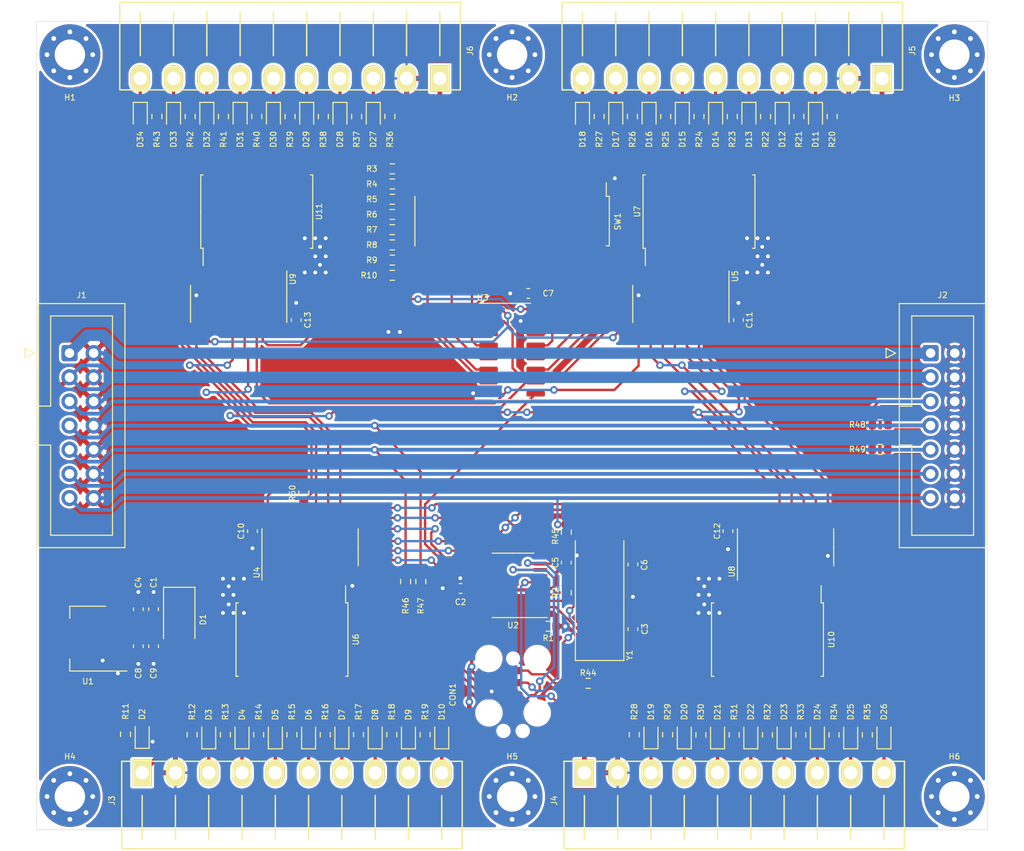
<source format=kicad_pcb>
(kicad_pcb (version 20171130) (host pcbnew 5.1.8)

  (general
    (thickness 1.6)
    (drawings 5)
    (tracks 1300)
    (zones 0)
    (modules 123)
    (nets 147)
  )

  (page A4)
  (layers
    (0 F.Cu signal)
    (31 B.Cu signal)
    (32 B.Adhes user)
    (33 F.Adhes user)
    (34 B.Paste user)
    (35 F.Paste user)
    (36 B.SilkS user)
    (37 F.SilkS user)
    (38 B.Mask user)
    (39 F.Mask user)
    (40 Dwgs.User user)
    (41 Cmts.User user)
    (42 Eco1.User user)
    (43 Eco2.User user)
    (44 Edge.Cuts user)
    (45 Margin user)
    (46 B.CrtYd user)
    (47 F.CrtYd user)
    (48 B.Fab user)
    (49 F.Fab user)
  )

  (setup
    (last_trace_width 0.5)
    (user_trace_width 0.35)
    (user_trace_width 0.4)
    (user_trace_width 0.5)
    (user_trace_width 0.7)
    (user_trace_width 1)
    (user_trace_width 1.2)
    (trace_clearance 0.2)
    (zone_clearance 0.254)
    (zone_45_only no)
    (trace_min 0.2)
    (via_size 0.8)
    (via_drill 0.4)
    (via_min_size 0.4)
    (via_min_drill 0.3)
    (uvia_size 0.3)
    (uvia_drill 0.1)
    (uvias_allowed no)
    (uvia_min_size 0.2)
    (uvia_min_drill 0.1)
    (edge_width 0.05)
    (segment_width 0.2)
    (pcb_text_width 0.3)
    (pcb_text_size 1.5 1.5)
    (mod_edge_width 0.12)
    (mod_text_size 1 1)
    (mod_text_width 0.15)
    (pad_size 1.524 1.524)
    (pad_drill 0.762)
    (pad_to_mask_clearance 0)
    (aux_axis_origin 0 0)
    (visible_elements FFFFFF7F)
    (pcbplotparams
      (layerselection 0x010fc_ffffffff)
      (usegerberextensions false)
      (usegerberattributes true)
      (usegerberadvancedattributes true)
      (creategerberjobfile true)
      (excludeedgelayer true)
      (linewidth 0.100000)
      (plotframeref false)
      (viasonmask false)
      (mode 1)
      (useauxorigin false)
      (hpglpennumber 1)
      (hpglpenspeed 20)
      (hpglpendiameter 15.000000)
      (psnegative false)
      (psa4output false)
      (plotreference true)
      (plotvalue true)
      (plotinvisibletext false)
      (padsonsilk false)
      (subtractmaskfromsilk false)
      (outputformat 1)
      (mirror false)
      (drillshape 1)
      (scaleselection 1)
      (outputdirectory ""))
  )

  (net 0 "")
  (net 1 GND)
  (net 2 +5V)
  (net 3 +3V3)
  (net 4 "Net-(C3-Pad1)")
  (net 5 "Net-(C6-Pad1)")
  (net 6 /SWCLK)
  (net 7 /~TESTMODE)
  (net 8 /UART_TX)
  (net 9 /~RESET)
  (net 10 /SWDIO)
  (net 11 /UART_RX)
  (net 12 "Net-(D2-Pad2)")
  (net 13 "Net-(D3-Pad2)")
  (net 14 /OUT1)
  (net 15 /OUT2)
  (net 16 "Net-(D4-Pad2)")
  (net 17 "Net-(D5-Pad2)")
  (net 18 /OUT3)
  (net 19 /OUT4)
  (net 20 "Net-(D6-Pad2)")
  (net 21 "Net-(D7-Pad2)")
  (net 22 /OUT5)
  (net 23 /OUT6)
  (net 24 "Net-(D8-Pad2)")
  (net 25 "Net-(D9-Pad2)")
  (net 26 /OUT7)
  (net 27 /OUT8)
  (net 28 "Net-(D10-Pad2)")
  (net 29 /OUT17)
  (net 30 "Net-(D11-Pad2)")
  (net 31 "Net-(D12-Pad2)")
  (net 32 /OUT18)
  (net 33 /OUT19)
  (net 34 "Net-(D13-Pad2)")
  (net 35 /OUT20)
  (net 36 "Net-(D14-Pad2)")
  (net 37 "Net-(D15-Pad2)")
  (net 38 /OUT21)
  (net 39 "Net-(D16-Pad2)")
  (net 40 /OUT22)
  (net 41 /OUT23)
  (net 42 "Net-(D17-Pad2)")
  (net 43 "Net-(D18-Pad2)")
  (net 44 /OUT24)
  (net 45 /OUT9)
  (net 46 "Net-(D19-Pad2)")
  (net 47 "Net-(D20-Pad2)")
  (net 48 /OUT10)
  (net 49 /OUT11)
  (net 50 "Net-(D21-Pad2)")
  (net 51 "Net-(D22-Pad2)")
  (net 52 /OUT12)
  (net 53 /OUT13)
  (net 54 "Net-(D23-Pad2)")
  (net 55 "Net-(D24-Pad2)")
  (net 56 /OUT14)
  (net 57 /OUT15)
  (net 58 "Net-(D25-Pad2)")
  (net 59 "Net-(D26-Pad2)")
  (net 60 /OUT16)
  (net 61 "Net-(D27-Pad2)")
  (net 62 /OUT25)
  (net 63 "Net-(D28-Pad2)")
  (net 64 /OUT26)
  (net 65 /OUT27)
  (net 66 "Net-(D29-Pad2)")
  (net 67 /OUT28)
  (net 68 "Net-(D30-Pad2)")
  (net 69 /OUT29)
  (net 70 "Net-(D31-Pad2)")
  (net 71 "Net-(D32-Pad2)")
  (net 72 /OUT30)
  (net 73 "Net-(D33-Pad2)")
  (net 74 /OUT31)
  (net 75 /OUT32)
  (net 76 "Net-(D34-Pad2)")
  (net 77 "Net-(H1-Pad1)")
  (net 78 "Net-(H2-Pad1)")
  (net 79 "Net-(H3-Pad1)")
  (net 80 "Net-(H4-Pad1)")
  (net 81 "Net-(H5-Pad1)")
  (net 82 "Net-(H6-Pad1)")
  (net 83 "Net-(J1-Pad11)")
  (net 84 "Net-(R1-Pad1)")
  (net 85 "Net-(R2-Pad1)")
  (net 86 "Net-(R3-Pad1)")
  (net 87 "Net-(R4-Pad1)")
  (net 88 "Net-(R5-Pad1)")
  (net 89 "Net-(R6-Pad1)")
  (net 90 "Net-(R7-Pad1)")
  (net 91 "Net-(R8-Pad1)")
  (net 92 "Net-(R9-Pad1)")
  (net 93 "Net-(R10-Pad1)")
  (net 94 /~CLEAR)
  (net 95 /SPI_CLK)
  (net 96 /SPI_MISO)
  (net 97 /SPI_MOSI)
  (net 98 /RCLK)
  (net 99 /~OE)
  (net 100 "Net-(U3-Pad10)")
  (net 101 "Net-(U4-Pad1)")
  (net 102 "Net-(U4-Pad2)")
  (net 103 "Net-(U4-Pad3)")
  (net 104 "Net-(U4-Pad4)")
  (net 105 "Net-(U4-Pad5)")
  (net 106 "Net-(U4-Pad6)")
  (net 107 "Net-(U4-Pad7)")
  (net 108 "Net-(U4-Pad9)")
  (net 109 "Net-(U4-Pad15)")
  (net 110 "Net-(U5-Pad1)")
  (net 111 "Net-(U5-Pad2)")
  (net 112 "Net-(U5-Pad3)")
  (net 113 "Net-(U5-Pad4)")
  (net 114 "Net-(U5-Pad5)")
  (net 115 "Net-(U5-Pad6)")
  (net 116 "Net-(U5-Pad7)")
  (net 117 "Net-(U5-Pad9)")
  (net 118 "Net-(U5-Pad14)")
  (net 119 "Net-(U5-Pad15)")
  (net 120 "Net-(U10-Pad1)")
  (net 121 "Net-(U10-Pad8)")
  (net 122 "Net-(U10-Pad7)")
  (net 123 "Net-(U10-Pad6)")
  (net 124 "Net-(U10-Pad5)")
  (net 125 "Net-(U10-Pad4)")
  (net 126 "Net-(U10-Pad3)")
  (net 127 "Net-(U10-Pad2)")
  (net 128 "Net-(U11-Pad2)")
  (net 129 "Net-(U11-Pad3)")
  (net 130 "Net-(U11-Pad4)")
  (net 131 "Net-(U11-Pad5)")
  (net 132 "Net-(U11-Pad6)")
  (net 133 "Net-(U11-Pad7)")
  (net 134 "Net-(U11-Pad8)")
  (net 135 "Net-(U11-Pad1)")
  (net 136 /VCC1_8)
  (net 137 /VCC9_16)
  (net 138 /VCC17_24)
  (net 139 /VCC25_32)
  (net 140 /BP_UART_TX)
  (net 141 /BP_I2C_SDA)
  (net 142 /BP_I2C_SCL)
  (net 143 /BP_3V3)
  (net 144 /BP_12V)
  (net 145 /I2C_SDA)
  (net 146 /I2C_SCL)

  (net_class Default "This is the default net class."
    (clearance 0.2)
    (trace_width 0.25)
    (via_dia 0.8)
    (via_drill 0.4)
    (uvia_dia 0.3)
    (uvia_drill 0.1)
    (add_net +3V3)
    (add_net +5V)
    (add_net /BP_12V)
    (add_net /BP_3V3)
    (add_net /BP_I2C_SCL)
    (add_net /BP_I2C_SDA)
    (add_net /BP_UART_TX)
    (add_net /I2C_SCL)
    (add_net /I2C_SDA)
    (add_net /OUT1)
    (add_net /OUT10)
    (add_net /OUT11)
    (add_net /OUT12)
    (add_net /OUT13)
    (add_net /OUT14)
    (add_net /OUT15)
    (add_net /OUT16)
    (add_net /OUT17)
    (add_net /OUT18)
    (add_net /OUT19)
    (add_net /OUT2)
    (add_net /OUT20)
    (add_net /OUT21)
    (add_net /OUT22)
    (add_net /OUT23)
    (add_net /OUT24)
    (add_net /OUT25)
    (add_net /OUT26)
    (add_net /OUT27)
    (add_net /OUT28)
    (add_net /OUT29)
    (add_net /OUT3)
    (add_net /OUT30)
    (add_net /OUT31)
    (add_net /OUT32)
    (add_net /OUT4)
    (add_net /OUT5)
    (add_net /OUT6)
    (add_net /OUT7)
    (add_net /OUT8)
    (add_net /OUT9)
    (add_net /RCLK)
    (add_net /SPI_CLK)
    (add_net /SPI_MISO)
    (add_net /SPI_MOSI)
    (add_net /SWCLK)
    (add_net /SWDIO)
    (add_net /UART_RX)
    (add_net /UART_TX)
    (add_net /VCC17_24)
    (add_net /VCC1_8)
    (add_net /VCC25_32)
    (add_net /VCC9_16)
    (add_net /~CLEAR)
    (add_net /~OE)
    (add_net /~RESET)
    (add_net /~TESTMODE)
    (add_net GND)
    (add_net "Net-(C3-Pad1)")
    (add_net "Net-(C6-Pad1)")
    (add_net "Net-(D10-Pad2)")
    (add_net "Net-(D11-Pad2)")
    (add_net "Net-(D12-Pad2)")
    (add_net "Net-(D13-Pad2)")
    (add_net "Net-(D14-Pad2)")
    (add_net "Net-(D15-Pad2)")
    (add_net "Net-(D16-Pad2)")
    (add_net "Net-(D17-Pad2)")
    (add_net "Net-(D18-Pad2)")
    (add_net "Net-(D19-Pad2)")
    (add_net "Net-(D2-Pad2)")
    (add_net "Net-(D20-Pad2)")
    (add_net "Net-(D21-Pad2)")
    (add_net "Net-(D22-Pad2)")
    (add_net "Net-(D23-Pad2)")
    (add_net "Net-(D24-Pad2)")
    (add_net "Net-(D25-Pad2)")
    (add_net "Net-(D26-Pad2)")
    (add_net "Net-(D27-Pad2)")
    (add_net "Net-(D28-Pad2)")
    (add_net "Net-(D29-Pad2)")
    (add_net "Net-(D3-Pad2)")
    (add_net "Net-(D30-Pad2)")
    (add_net "Net-(D31-Pad2)")
    (add_net "Net-(D32-Pad2)")
    (add_net "Net-(D33-Pad2)")
    (add_net "Net-(D34-Pad2)")
    (add_net "Net-(D4-Pad2)")
    (add_net "Net-(D5-Pad2)")
    (add_net "Net-(D6-Pad2)")
    (add_net "Net-(D7-Pad2)")
    (add_net "Net-(D8-Pad2)")
    (add_net "Net-(D9-Pad2)")
    (add_net "Net-(H1-Pad1)")
    (add_net "Net-(H2-Pad1)")
    (add_net "Net-(H3-Pad1)")
    (add_net "Net-(H4-Pad1)")
    (add_net "Net-(H5-Pad1)")
    (add_net "Net-(H6-Pad1)")
    (add_net "Net-(J1-Pad11)")
    (add_net "Net-(R1-Pad1)")
    (add_net "Net-(R10-Pad1)")
    (add_net "Net-(R2-Pad1)")
    (add_net "Net-(R3-Pad1)")
    (add_net "Net-(R4-Pad1)")
    (add_net "Net-(R5-Pad1)")
    (add_net "Net-(R6-Pad1)")
    (add_net "Net-(R7-Pad1)")
    (add_net "Net-(R8-Pad1)")
    (add_net "Net-(R9-Pad1)")
    (add_net "Net-(U10-Pad1)")
    (add_net "Net-(U10-Pad2)")
    (add_net "Net-(U10-Pad3)")
    (add_net "Net-(U10-Pad4)")
    (add_net "Net-(U10-Pad5)")
    (add_net "Net-(U10-Pad6)")
    (add_net "Net-(U10-Pad7)")
    (add_net "Net-(U10-Pad8)")
    (add_net "Net-(U11-Pad1)")
    (add_net "Net-(U11-Pad2)")
    (add_net "Net-(U11-Pad3)")
    (add_net "Net-(U11-Pad4)")
    (add_net "Net-(U11-Pad5)")
    (add_net "Net-(U11-Pad6)")
    (add_net "Net-(U11-Pad7)")
    (add_net "Net-(U11-Pad8)")
    (add_net "Net-(U3-Pad10)")
    (add_net "Net-(U4-Pad1)")
    (add_net "Net-(U4-Pad15)")
    (add_net "Net-(U4-Pad2)")
    (add_net "Net-(U4-Pad3)")
    (add_net "Net-(U4-Pad4)")
    (add_net "Net-(U4-Pad5)")
    (add_net "Net-(U4-Pad6)")
    (add_net "Net-(U4-Pad7)")
    (add_net "Net-(U4-Pad9)")
    (add_net "Net-(U5-Pad1)")
    (add_net "Net-(U5-Pad14)")
    (add_net "Net-(U5-Pad15)")
    (add_net "Net-(U5-Pad2)")
    (add_net "Net-(U5-Pad3)")
    (add_net "Net-(U5-Pad4)")
    (add_net "Net-(U5-Pad5)")
    (add_net "Net-(U5-Pad6)")
    (add_net "Net-(U5-Pad7)")
    (add_net "Net-(U5-Pad9)")
  )

  (module proz_connectors:TC2050-IDC (layer F.Cu) (tedit 5FE37550) (tstamp 5FE2F6D5)
    (at 110.1 120.8 270)
    (path /607C067A)
    (fp_text reference CON1 (at 0 6.35 90) (layer F.SilkS)
      (effects (font (size 0.6 0.6) (thickness 0.1)))
    )
    (fp_text value 10PIN_JTAG_SWD (at 0 -6.35 90) (layer F.Fab)
      (effects (font (size 1 1) (thickness 0.15)))
    )
    (fp_line (start -3.048 -4.9276) (end -3.048 -3.5052) (layer B.Fab) (width 0.15))
    (fp_line (start -3.048 -4.9276) (end -4.5974 -4.9276) (layer B.Fab) (width 0.15))
    (fp_line (start -4.5974 -4.9276) (end -4.5974 -3.5052) (layer B.Fab) (width 0.15))
    (fp_line (start 2.667 -4.9276) (end 2.667 -3.5052) (layer B.Fab) (width 0.15))
    (fp_line (start 2.667 -4.9276) (end 1.1176 -4.9276) (layer B.Fab) (width 0.15))
    (fp_line (start 1.1176 -4.9276) (end 1.1176 -3.5052) (layer B.Fab) (width 0.15))
    (fp_line (start -4.5974 4.9276) (end -4.5974 3.5052) (layer B.Fab) (width 0.15))
    (fp_line (start -4.5974 4.9276) (end -3.048 4.9276) (layer B.Fab) (width 0.15))
    (fp_line (start -3.048 4.9276) (end -3.048 3.5052) (layer B.Fab) (width 0.15))
    (fp_line (start 1.1176 4.9276) (end 1.1176 3.5052) (layer B.Fab) (width 0.15))
    (fp_line (start 2.667 4.9276) (end 2.667 3.5052) (layer B.Fab) (width 0.15))
    (fp_line (start 1.1176 4.9276) (end 2.667 4.9276) (layer B.Fab) (width 0.15))
    (fp_line (start -6.35 5.08) (end 5.08 5.08) (layer F.CrtYd) (width 0.12))
    (fp_line (start 5.08 5.08) (end 5.08 -5.08) (layer F.CrtYd) (width 0.12))
    (fp_line (start 5.08 -5.08) (end -6.35 -5.08) (layer F.CrtYd) (width 0.12))
    (fp_line (start -6.35 -5.08) (end -6.35 5.08) (layer F.CrtYd) (width 0.12))
    (pad 3 smd circle (at 0 0.635 270) (size 0.7874 0.7874) (layers F.Cu F.Mask)
      (net 1 GND))
    (pad 8 smd circle (at 0 -0.635 270) (size 0.7874 0.7874) (layers F.Cu F.Mask))
    (pad 9 smd circle (at -1.27 -0.635 270) (size 0.7874 0.7874) (layers F.Cu F.Mask)
      (net 11 /UART_RX))
    (pad 2 smd circle (at -1.27 0.635 270) (size 0.7874 0.7874) (layers F.Cu F.Mask)
      (net 10 /SWDIO))
    (pad 10 smd circle (at -2.54 -0.635 270) (size 0.7874 0.7874) (layers F.Cu F.Mask)
      (net 9 /~RESET))
    (pad 1 smd circle (at -2.54 0.635 270) (size 0.7874 0.7874) (layers F.Cu F.Mask)
      (net 3 +3V3))
    (pad 7 smd circle (at 1.27 -0.635 270) (size 0.7874 0.7874) (layers F.Cu F.Mask)
      (net 8 /UART_TX))
    (pad 6 smd circle (at 2.54 -0.635 270) (size 0.7874 0.7874) (layers F.Cu F.Mask))
    (pad 5 smd circle (at 2.54 0.635 270) (size 0.7874 0.7874) (layers F.Cu F.Mask)
      (net 7 /~TESTMODE))
    (pad 4 smd circle (at 1.27 0.635 270) (size 0.7874 0.7874) (layers F.Cu F.Mask)
      (net 6 /SWCLK))
    (pad "" np_thru_hole circle (at -3.81 -2.54 270) (size 2.375 2.375) (drill 2.375) (layers *.Cu *.Mask))
    (pad "" np_thru_hole circle (at -3.81 0 270) (size 0.9906 0.9906) (drill 0.9906) (layers *.Cu *.Mask))
    (pad "" np_thru_hole circle (at 3.81 -1.015 270) (size 0.9906 0.9906) (drill 0.9906) (layers *.Cu *.Mask))
    (pad "" np_thru_hole circle (at 3.81 1.015 270) (size 0.9906 0.9906) (drill 0.9906) (layers *.Cu *.Mask))
    (pad "" np_thru_hole circle (at -3.81 2.54 270) (size 2.375 2.375) (drill 2.375) (layers *.Cu *.Mask))
    (pad "" np_thru_hole circle (at 1.905 2.54 270) (size 2.375 2.375) (drill 2.375) (layers *.Cu *.Mask))
    (pad "" np_thru_hole circle (at 1.905 -2.54 270) (size 2.375 2.375) (drill 2.375) (layers *.Cu *.Mask))
  )

  (module Capacitor_SMD:C_0603_1608Metric (layer F.Cu) (tedit 5F68FEEE) (tstamp 5FE2F5E4)
    (at 72.3 111.8 90)
    (descr "Capacitor SMD 0603 (1608 Metric), square (rectangular) end terminal, IPC_7351 nominal, (Body size source: IPC-SM-782 page 76, https://www.pcb-3d.com/wordpress/wp-content/uploads/ipc-sm-782a_amendment_1_and_2.pdf), generated with kicad-footprint-generator")
    (tags capacitor)
    (path /5FE27E33)
    (attr smd)
    (fp_text reference C1 (at 2.8 0 90) (layer F.SilkS)
      (effects (font (size 0.6 0.6) (thickness 0.1)))
    )
    (fp_text value 1u (at 0 1.43 90) (layer F.Fab)
      (effects (font (size 1 1) (thickness 0.15)))
    )
    (fp_line (start -0.8 0.4) (end -0.8 -0.4) (layer F.Fab) (width 0.1))
    (fp_line (start -0.8 -0.4) (end 0.8 -0.4) (layer F.Fab) (width 0.1))
    (fp_line (start 0.8 -0.4) (end 0.8 0.4) (layer F.Fab) (width 0.1))
    (fp_line (start 0.8 0.4) (end -0.8 0.4) (layer F.Fab) (width 0.1))
    (fp_line (start -0.14058 -0.51) (end 0.14058 -0.51) (layer F.SilkS) (width 0.12))
    (fp_line (start -0.14058 0.51) (end 0.14058 0.51) (layer F.SilkS) (width 0.12))
    (fp_line (start -1.48 0.73) (end -1.48 -0.73) (layer F.CrtYd) (width 0.05))
    (fp_line (start -1.48 -0.73) (end 1.48 -0.73) (layer F.CrtYd) (width 0.05))
    (fp_line (start 1.48 -0.73) (end 1.48 0.73) (layer F.CrtYd) (width 0.05))
    (fp_line (start 1.48 0.73) (end -1.48 0.73) (layer F.CrtYd) (width 0.05))
    (fp_text user %R (at 0 0 90) (layer F.Fab)
      (effects (font (size 0.6 0.6) (thickness 0.1)))
    )
    (pad 2 smd roundrect (at 0.775 0 90) (size 0.9 0.95) (layers F.Cu F.Paste F.Mask) (roundrect_rratio 0.25)
      (net 1 GND))
    (pad 1 smd roundrect (at -0.775 0 90) (size 0.9 0.95) (layers F.Cu F.Paste F.Mask) (roundrect_rratio 0.25)
      (net 2 +5V))
    (model ${KISYS3DMOD}/Capacitor_SMD.3dshapes/C_0603_1608Metric.wrl
      (at (xyz 0 0 0))
      (scale (xyz 1 1 1))
      (rotate (xyz 0 0 0))
    )
  )

  (module Capacitor_SMD:C_0603_1608Metric (layer F.Cu) (tedit 5F68FEEE) (tstamp 5FE2F5F5)
    (at 104.575 109.625 180)
    (descr "Capacitor SMD 0603 (1608 Metric), square (rectangular) end terminal, IPC_7351 nominal, (Body size source: IPC-SM-782 page 76, https://www.pcb-3d.com/wordpress/wp-content/uploads/ipc-sm-782a_amendment_1_and_2.pdf), generated with kicad-footprint-generator")
    (tags capacitor)
    (path /5FE4E35E)
    (attr smd)
    (fp_text reference C2 (at 0 -1.43) (layer F.SilkS)
      (effects (font (size 0.6 0.6) (thickness 0.1)))
    )
    (fp_text value 100n (at 0 1.43) (layer F.Fab)
      (effects (font (size 1 1) (thickness 0.15)))
    )
    (fp_line (start 1.48 0.73) (end -1.48 0.73) (layer F.CrtYd) (width 0.05))
    (fp_line (start 1.48 -0.73) (end 1.48 0.73) (layer F.CrtYd) (width 0.05))
    (fp_line (start -1.48 -0.73) (end 1.48 -0.73) (layer F.CrtYd) (width 0.05))
    (fp_line (start -1.48 0.73) (end -1.48 -0.73) (layer F.CrtYd) (width 0.05))
    (fp_line (start -0.14058 0.51) (end 0.14058 0.51) (layer F.SilkS) (width 0.12))
    (fp_line (start -0.14058 -0.51) (end 0.14058 -0.51) (layer F.SilkS) (width 0.12))
    (fp_line (start 0.8 0.4) (end -0.8 0.4) (layer F.Fab) (width 0.1))
    (fp_line (start 0.8 -0.4) (end 0.8 0.4) (layer F.Fab) (width 0.1))
    (fp_line (start -0.8 -0.4) (end 0.8 -0.4) (layer F.Fab) (width 0.1))
    (fp_line (start -0.8 0.4) (end -0.8 -0.4) (layer F.Fab) (width 0.1))
    (fp_text user %R (at 0 0) (layer F.Fab)
      (effects (font (size 0.6 0.6) (thickness 0.1)))
    )
    (pad 1 smd roundrect (at -0.775 0 180) (size 0.9 0.95) (layers F.Cu F.Paste F.Mask) (roundrect_rratio 0.25)
      (net 3 +3V3))
    (pad 2 smd roundrect (at 0.775 0 180) (size 0.9 0.95) (layers F.Cu F.Paste F.Mask) (roundrect_rratio 0.25)
      (net 1 GND))
    (model ${KISYS3DMOD}/Capacitor_SMD.3dshapes/C_0603_1608Metric.wrl
      (at (xyz 0 0 0))
      (scale (xyz 1 1 1))
      (rotate (xyz 0 0 0))
    )
  )

  (module Capacitor_SMD:C_0603_1608Metric (layer F.Cu) (tedit 5F68FEEE) (tstamp 5FE2F606)
    (at 122.7 113.9 90)
    (descr "Capacitor SMD 0603 (1608 Metric), square (rectangular) end terminal, IPC_7351 nominal, (Body size source: IPC-SM-782 page 76, https://www.pcb-3d.com/wordpress/wp-content/uploads/ipc-sm-782a_amendment_1_and_2.pdf), generated with kicad-footprint-generator")
    (tags capacitor)
    (path /5FE6B131)
    (attr smd)
    (fp_text reference C3 (at 0 1.25 90) (layer F.SilkS)
      (effects (font (size 0.6 0.6) (thickness 0.1)))
    )
    (fp_text value 20p (at 0 1.43 90) (layer F.Fab)
      (effects (font (size 1 1) (thickness 0.15)))
    )
    (fp_line (start 1.48 0.73) (end -1.48 0.73) (layer F.CrtYd) (width 0.05))
    (fp_line (start 1.48 -0.73) (end 1.48 0.73) (layer F.CrtYd) (width 0.05))
    (fp_line (start -1.48 -0.73) (end 1.48 -0.73) (layer F.CrtYd) (width 0.05))
    (fp_line (start -1.48 0.73) (end -1.48 -0.73) (layer F.CrtYd) (width 0.05))
    (fp_line (start -0.14058 0.51) (end 0.14058 0.51) (layer F.SilkS) (width 0.12))
    (fp_line (start -0.14058 -0.51) (end 0.14058 -0.51) (layer F.SilkS) (width 0.12))
    (fp_line (start 0.8 0.4) (end -0.8 0.4) (layer F.Fab) (width 0.1))
    (fp_line (start 0.8 -0.4) (end 0.8 0.4) (layer F.Fab) (width 0.1))
    (fp_line (start -0.8 -0.4) (end 0.8 -0.4) (layer F.Fab) (width 0.1))
    (fp_line (start -0.8 0.4) (end -0.8 -0.4) (layer F.Fab) (width 0.1))
    (fp_text user %R (at 0 0 90) (layer F.Fab)
      (effects (font (size 0.6 0.6) (thickness 0.1)))
    )
    (pad 1 smd roundrect (at -0.775 0 90) (size 0.9 0.95) (layers F.Cu F.Paste F.Mask) (roundrect_rratio 0.25)
      (net 4 "Net-(C3-Pad1)"))
    (pad 2 smd roundrect (at 0.775 0 90) (size 0.9 0.95) (layers F.Cu F.Paste F.Mask) (roundrect_rratio 0.25)
      (net 1 GND))
    (model ${KISYS3DMOD}/Capacitor_SMD.3dshapes/C_0603_1608Metric.wrl
      (at (xyz 0 0 0))
      (scale (xyz 1 1 1))
      (rotate (xyz 0 0 0))
    )
  )

  (module Capacitor_SMD:C_0603_1608Metric (layer F.Cu) (tedit 5F68FEEE) (tstamp 5FE2F617)
    (at 70.7 111.8 90)
    (descr "Capacitor SMD 0603 (1608 Metric), square (rectangular) end terminal, IPC_7351 nominal, (Body size source: IPC-SM-782 page 76, https://www.pcb-3d.com/wordpress/wp-content/uploads/ipc-sm-782a_amendment_1_and_2.pdf), generated with kicad-footprint-generator")
    (tags capacitor)
    (path /5FE26D9A)
    (attr smd)
    (fp_text reference C4 (at 2.8 0 90) (layer F.SilkS)
      (effects (font (size 0.6 0.6) (thickness 0.1)))
    )
    (fp_text value 100n (at 0 1.43 90) (layer F.Fab)
      (effects (font (size 1 1) (thickness 0.15)))
    )
    (fp_line (start 1.48 0.73) (end -1.48 0.73) (layer F.CrtYd) (width 0.05))
    (fp_line (start 1.48 -0.73) (end 1.48 0.73) (layer F.CrtYd) (width 0.05))
    (fp_line (start -1.48 -0.73) (end 1.48 -0.73) (layer F.CrtYd) (width 0.05))
    (fp_line (start -1.48 0.73) (end -1.48 -0.73) (layer F.CrtYd) (width 0.05))
    (fp_line (start -0.14058 0.51) (end 0.14058 0.51) (layer F.SilkS) (width 0.12))
    (fp_line (start -0.14058 -0.51) (end 0.14058 -0.51) (layer F.SilkS) (width 0.12))
    (fp_line (start 0.8 0.4) (end -0.8 0.4) (layer F.Fab) (width 0.1))
    (fp_line (start 0.8 -0.4) (end 0.8 0.4) (layer F.Fab) (width 0.1))
    (fp_line (start -0.8 -0.4) (end 0.8 -0.4) (layer F.Fab) (width 0.1))
    (fp_line (start -0.8 0.4) (end -0.8 -0.4) (layer F.Fab) (width 0.1))
    (fp_text user %R (at 0 0 90) (layer F.Fab)
      (effects (font (size 0.6 0.6) (thickness 0.1)))
    )
    (pad 1 smd roundrect (at -0.775 0 90) (size 0.9 0.95) (layers F.Cu F.Paste F.Mask) (roundrect_rratio 0.25)
      (net 2 +5V))
    (pad 2 smd roundrect (at 0.775 0 90) (size 0.9 0.95) (layers F.Cu F.Paste F.Mask) (roundrect_rratio 0.25)
      (net 1 GND))
    (model ${KISYS3DMOD}/Capacitor_SMD.3dshapes/C_0603_1608Metric.wrl
      (at (xyz 0 0 0))
      (scale (xyz 1 1 1))
      (rotate (xyz 0 0 0))
    )
  )

  (module Capacitor_SMD:C_0603_1608Metric (layer F.Cu) (tedit 5F68FEEE) (tstamp 5FE2F628)
    (at 115.7 106.9 90)
    (descr "Capacitor SMD 0603 (1608 Metric), square (rectangular) end terminal, IPC_7351 nominal, (Body size source: IPC-SM-782 page 76, https://www.pcb-3d.com/wordpress/wp-content/uploads/ipc-sm-782a_amendment_1_and_2.pdf), generated with kicad-footprint-generator")
    (tags capacitor)
    (path /5FE500E1)
    (attr smd)
    (fp_text reference C5 (at 0 -1.15 90) (layer F.SilkS)
      (effects (font (size 0.6 0.6) (thickness 0.1)))
    )
    (fp_text value 100n (at 0 1.43 90) (layer F.Fab)
      (effects (font (size 1 1) (thickness 0.15)))
    )
    (fp_line (start -0.8 0.4) (end -0.8 -0.4) (layer F.Fab) (width 0.1))
    (fp_line (start -0.8 -0.4) (end 0.8 -0.4) (layer F.Fab) (width 0.1))
    (fp_line (start 0.8 -0.4) (end 0.8 0.4) (layer F.Fab) (width 0.1))
    (fp_line (start 0.8 0.4) (end -0.8 0.4) (layer F.Fab) (width 0.1))
    (fp_line (start -0.14058 -0.51) (end 0.14058 -0.51) (layer F.SilkS) (width 0.12))
    (fp_line (start -0.14058 0.51) (end 0.14058 0.51) (layer F.SilkS) (width 0.12))
    (fp_line (start -1.48 0.73) (end -1.48 -0.73) (layer F.CrtYd) (width 0.05))
    (fp_line (start -1.48 -0.73) (end 1.48 -0.73) (layer F.CrtYd) (width 0.05))
    (fp_line (start 1.48 -0.73) (end 1.48 0.73) (layer F.CrtYd) (width 0.05))
    (fp_line (start 1.48 0.73) (end -1.48 0.73) (layer F.CrtYd) (width 0.05))
    (fp_text user %R (at 0 0 90) (layer F.Fab)
      (effects (font (size 0.6 0.6) (thickness 0.1)))
    )
    (pad 2 smd roundrect (at 0.775 0 90) (size 0.9 0.95) (layers F.Cu F.Paste F.Mask) (roundrect_rratio 0.25)
      (net 1 GND))
    (pad 1 smd roundrect (at -0.775 0 90) (size 0.9 0.95) (layers F.Cu F.Paste F.Mask) (roundrect_rratio 0.25)
      (net 3 +3V3))
    (model ${KISYS3DMOD}/Capacitor_SMD.3dshapes/C_0603_1608Metric.wrl
      (at (xyz 0 0 0))
      (scale (xyz 1 1 1))
      (rotate (xyz 0 0 0))
    )
  )

  (module Capacitor_SMD:C_0603_1608Metric (layer F.Cu) (tedit 5F68FEEE) (tstamp 5FE2F639)
    (at 122.7 107.1 270)
    (descr "Capacitor SMD 0603 (1608 Metric), square (rectangular) end terminal, IPC_7351 nominal, (Body size source: IPC-SM-782 page 76, https://www.pcb-3d.com/wordpress/wp-content/uploads/ipc-sm-782a_amendment_1_and_2.pdf), generated with kicad-footprint-generator")
    (tags capacitor)
    (path /5FE6D574)
    (attr smd)
    (fp_text reference C6 (at 0.05 -1.2 90) (layer F.SilkS)
      (effects (font (size 0.6 0.6) (thickness 0.1)))
    )
    (fp_text value 20p (at 0 1.43 90) (layer F.Fab)
      (effects (font (size 1 1) (thickness 0.15)))
    )
    (fp_line (start -0.8 0.4) (end -0.8 -0.4) (layer F.Fab) (width 0.1))
    (fp_line (start -0.8 -0.4) (end 0.8 -0.4) (layer F.Fab) (width 0.1))
    (fp_line (start 0.8 -0.4) (end 0.8 0.4) (layer F.Fab) (width 0.1))
    (fp_line (start 0.8 0.4) (end -0.8 0.4) (layer F.Fab) (width 0.1))
    (fp_line (start -0.14058 -0.51) (end 0.14058 -0.51) (layer F.SilkS) (width 0.12))
    (fp_line (start -0.14058 0.51) (end 0.14058 0.51) (layer F.SilkS) (width 0.12))
    (fp_line (start -1.48 0.73) (end -1.48 -0.73) (layer F.CrtYd) (width 0.05))
    (fp_line (start -1.48 -0.73) (end 1.48 -0.73) (layer F.CrtYd) (width 0.05))
    (fp_line (start 1.48 -0.73) (end 1.48 0.73) (layer F.CrtYd) (width 0.05))
    (fp_line (start 1.48 0.73) (end -1.48 0.73) (layer F.CrtYd) (width 0.05))
    (fp_text user %R (at 0 0 90) (layer F.Fab)
      (effects (font (size 0.6 0.6) (thickness 0.1)))
    )
    (pad 2 smd roundrect (at 0.775 0 270) (size 0.9 0.95) (layers F.Cu F.Paste F.Mask) (roundrect_rratio 0.25)
      (net 1 GND))
    (pad 1 smd roundrect (at -0.775 0 270) (size 0.9 0.95) (layers F.Cu F.Paste F.Mask) (roundrect_rratio 0.25)
      (net 5 "Net-(C6-Pad1)"))
    (model ${KISYS3DMOD}/Capacitor_SMD.3dshapes/C_0603_1608Metric.wrl
      (at (xyz 0 0 0))
      (scale (xyz 1 1 1))
      (rotate (xyz 0 0 0))
    )
  )

  (module Capacitor_SMD:C_0603_1608Metric (layer F.Cu) (tedit 5F68FEEE) (tstamp 5FE2F64A)
    (at 111.7 78.6 180)
    (descr "Capacitor SMD 0603 (1608 Metric), square (rectangular) end terminal, IPC_7351 nominal, (Body size source: IPC-SM-782 page 76, https://www.pcb-3d.com/wordpress/wp-content/uploads/ipc-sm-782a_amendment_1_and_2.pdf), generated with kicad-footprint-generator")
    (tags capacitor)
    (path /5FF7E638)
    (attr smd)
    (fp_text reference C7 (at -2.1 0) (layer F.SilkS)
      (effects (font (size 0.6 0.6) (thickness 0.1)))
    )
    (fp_text value 100n (at 0 1.43) (layer F.Fab)
      (effects (font (size 1 1) (thickness 0.15)))
    )
    (fp_line (start 1.48 0.73) (end -1.48 0.73) (layer F.CrtYd) (width 0.05))
    (fp_line (start 1.48 -0.73) (end 1.48 0.73) (layer F.CrtYd) (width 0.05))
    (fp_line (start -1.48 -0.73) (end 1.48 -0.73) (layer F.CrtYd) (width 0.05))
    (fp_line (start -1.48 0.73) (end -1.48 -0.73) (layer F.CrtYd) (width 0.05))
    (fp_line (start -0.14058 0.51) (end 0.14058 0.51) (layer F.SilkS) (width 0.12))
    (fp_line (start -0.14058 -0.51) (end 0.14058 -0.51) (layer F.SilkS) (width 0.12))
    (fp_line (start 0.8 0.4) (end -0.8 0.4) (layer F.Fab) (width 0.1))
    (fp_line (start 0.8 -0.4) (end 0.8 0.4) (layer F.Fab) (width 0.1))
    (fp_line (start -0.8 -0.4) (end 0.8 -0.4) (layer F.Fab) (width 0.1))
    (fp_line (start -0.8 0.4) (end -0.8 -0.4) (layer F.Fab) (width 0.1))
    (fp_text user %R (at 0 0) (layer F.Fab)
      (effects (font (size 0.6 0.6) (thickness 0.1)))
    )
    (pad 1 smd roundrect (at -0.775 0 180) (size 0.9 0.95) (layers F.Cu F.Paste F.Mask) (roundrect_rratio 0.25)
      (net 3 +3V3))
    (pad 2 smd roundrect (at 0.775 0 180) (size 0.9 0.95) (layers F.Cu F.Paste F.Mask) (roundrect_rratio 0.25)
      (net 1 GND))
    (model ${KISYS3DMOD}/Capacitor_SMD.3dshapes/C_0603_1608Metric.wrl
      (at (xyz 0 0 0))
      (scale (xyz 1 1 1))
      (rotate (xyz 0 0 0))
    )
  )

  (module Capacitor_SMD:C_0603_1608Metric (layer F.Cu) (tedit 5F68FEEE) (tstamp 5FE2F65B)
    (at 70.7 115.7 270)
    (descr "Capacitor SMD 0603 (1608 Metric), square (rectangular) end terminal, IPC_7351 nominal, (Body size source: IPC-SM-782 page 76, https://www.pcb-3d.com/wordpress/wp-content/uploads/ipc-sm-782a_amendment_1_and_2.pdf), generated with kicad-footprint-generator")
    (tags capacitor)
    (path /5FE29A80)
    (attr smd)
    (fp_text reference C8 (at 2.85 0 90) (layer F.SilkS)
      (effects (font (size 0.6 0.6) (thickness 0.1)))
    )
    (fp_text value 100n (at 0 1.43 90) (layer F.Fab)
      (effects (font (size 1 1) (thickness 0.15)))
    )
    (fp_line (start -0.8 0.4) (end -0.8 -0.4) (layer F.Fab) (width 0.1))
    (fp_line (start -0.8 -0.4) (end 0.8 -0.4) (layer F.Fab) (width 0.1))
    (fp_line (start 0.8 -0.4) (end 0.8 0.4) (layer F.Fab) (width 0.1))
    (fp_line (start 0.8 0.4) (end -0.8 0.4) (layer F.Fab) (width 0.1))
    (fp_line (start -0.14058 -0.51) (end 0.14058 -0.51) (layer F.SilkS) (width 0.12))
    (fp_line (start -0.14058 0.51) (end 0.14058 0.51) (layer F.SilkS) (width 0.12))
    (fp_line (start -1.48 0.73) (end -1.48 -0.73) (layer F.CrtYd) (width 0.05))
    (fp_line (start -1.48 -0.73) (end 1.48 -0.73) (layer F.CrtYd) (width 0.05))
    (fp_line (start 1.48 -0.73) (end 1.48 0.73) (layer F.CrtYd) (width 0.05))
    (fp_line (start 1.48 0.73) (end -1.48 0.73) (layer F.CrtYd) (width 0.05))
    (fp_text user %R (at 0 0 90) (layer F.Fab)
      (effects (font (size 0.6 0.6) (thickness 0.1)))
    )
    (pad 2 smd roundrect (at 0.775 0 270) (size 0.9 0.95) (layers F.Cu F.Paste F.Mask) (roundrect_rratio 0.25)
      (net 1 GND))
    (pad 1 smd roundrect (at -0.775 0 270) (size 0.9 0.95) (layers F.Cu F.Paste F.Mask) (roundrect_rratio 0.25)
      (net 3 +3V3))
    (model ${KISYS3DMOD}/Capacitor_SMD.3dshapes/C_0603_1608Metric.wrl
      (at (xyz 0 0 0))
      (scale (xyz 1 1 1))
      (rotate (xyz 0 0 0))
    )
  )

  (module Capacitor_SMD:C_0603_1608Metric (layer F.Cu) (tedit 5F68FEEE) (tstamp 5FE2F66C)
    (at 72.3 115.7 270)
    (descr "Capacitor SMD 0603 (1608 Metric), square (rectangular) end terminal, IPC_7351 nominal, (Body size source: IPC-SM-782 page 76, https://www.pcb-3d.com/wordpress/wp-content/uploads/ipc-sm-782a_amendment_1_and_2.pdf), generated with kicad-footprint-generator")
    (tags capacitor)
    (path /5FE2A506)
    (attr smd)
    (fp_text reference C9 (at 2.85 0 90) (layer F.SilkS)
      (effects (font (size 0.6 0.6) (thickness 0.1)))
    )
    (fp_text value 1u (at 0 1.43 90) (layer F.Fab)
      (effects (font (size 1 1) (thickness 0.15)))
    )
    (fp_line (start 1.48 0.73) (end -1.48 0.73) (layer F.CrtYd) (width 0.05))
    (fp_line (start 1.48 -0.73) (end 1.48 0.73) (layer F.CrtYd) (width 0.05))
    (fp_line (start -1.48 -0.73) (end 1.48 -0.73) (layer F.CrtYd) (width 0.05))
    (fp_line (start -1.48 0.73) (end -1.48 -0.73) (layer F.CrtYd) (width 0.05))
    (fp_line (start -0.14058 0.51) (end 0.14058 0.51) (layer F.SilkS) (width 0.12))
    (fp_line (start -0.14058 -0.51) (end 0.14058 -0.51) (layer F.SilkS) (width 0.12))
    (fp_line (start 0.8 0.4) (end -0.8 0.4) (layer F.Fab) (width 0.1))
    (fp_line (start 0.8 -0.4) (end 0.8 0.4) (layer F.Fab) (width 0.1))
    (fp_line (start -0.8 -0.4) (end 0.8 -0.4) (layer F.Fab) (width 0.1))
    (fp_line (start -0.8 0.4) (end -0.8 -0.4) (layer F.Fab) (width 0.1))
    (fp_text user %R (at 0 0 90) (layer F.Fab)
      (effects (font (size 0.6 0.6) (thickness 0.1)))
    )
    (pad 1 smd roundrect (at -0.775 0 270) (size 0.9 0.95) (layers F.Cu F.Paste F.Mask) (roundrect_rratio 0.25)
      (net 3 +3V3))
    (pad 2 smd roundrect (at 0.775 0 270) (size 0.9 0.95) (layers F.Cu F.Paste F.Mask) (roundrect_rratio 0.25)
      (net 1 GND))
    (model ${KISYS3DMOD}/Capacitor_SMD.3dshapes/C_0603_1608Metric.wrl
      (at (xyz 0 0 0))
      (scale (xyz 1 1 1))
      (rotate (xyz 0 0 0))
    )
  )

  (module Capacitor_SMD:C_0603_1608Metric (layer F.Cu) (tedit 5F68FEEE) (tstamp 5FE2F67D)
    (at 82.7 103.6 270)
    (descr "Capacitor SMD 0603 (1608 Metric), square (rectangular) end terminal, IPC_7351 nominal, (Body size source: IPC-SM-782 page 76, https://www.pcb-3d.com/wordpress/wp-content/uploads/ipc-sm-782a_amendment_1_and_2.pdf), generated with kicad-footprint-generator")
    (tags capacitor)
    (path /60319AEA)
    (attr smd)
    (fp_text reference C10 (at 0 1.2 90) (layer F.SilkS)
      (effects (font (size 0.6 0.6) (thickness 0.1)))
    )
    (fp_text value 100n (at 0 1.43 90) (layer F.Fab)
      (effects (font (size 1 1) (thickness 0.15)))
    )
    (fp_line (start 1.48 0.73) (end -1.48 0.73) (layer F.CrtYd) (width 0.05))
    (fp_line (start 1.48 -0.73) (end 1.48 0.73) (layer F.CrtYd) (width 0.05))
    (fp_line (start -1.48 -0.73) (end 1.48 -0.73) (layer F.CrtYd) (width 0.05))
    (fp_line (start -1.48 0.73) (end -1.48 -0.73) (layer F.CrtYd) (width 0.05))
    (fp_line (start -0.14058 0.51) (end 0.14058 0.51) (layer F.SilkS) (width 0.12))
    (fp_line (start -0.14058 -0.51) (end 0.14058 -0.51) (layer F.SilkS) (width 0.12))
    (fp_line (start 0.8 0.4) (end -0.8 0.4) (layer F.Fab) (width 0.1))
    (fp_line (start 0.8 -0.4) (end 0.8 0.4) (layer F.Fab) (width 0.1))
    (fp_line (start -0.8 -0.4) (end 0.8 -0.4) (layer F.Fab) (width 0.1))
    (fp_line (start -0.8 0.4) (end -0.8 -0.4) (layer F.Fab) (width 0.1))
    (fp_text user %R (at 0 0 90) (layer F.Fab)
      (effects (font (size 0.6 0.6) (thickness 0.1)))
    )
    (pad 1 smd roundrect (at -0.775 0 270) (size 0.9 0.95) (layers F.Cu F.Paste F.Mask) (roundrect_rratio 0.25)
      (net 3 +3V3))
    (pad 2 smd roundrect (at 0.775 0 270) (size 0.9 0.95) (layers F.Cu F.Paste F.Mask) (roundrect_rratio 0.25)
      (net 1 GND))
    (model ${KISYS3DMOD}/Capacitor_SMD.3dshapes/C_0603_1608Metric.wrl
      (at (xyz 0 0 0))
      (scale (xyz 1 1 1))
      (rotate (xyz 0 0 0))
    )
  )

  (module Capacitor_SMD:C_0603_1608Metric (layer F.Cu) (tedit 5F68FEEE) (tstamp 5FE2F68E)
    (at 133.8 81.4 90)
    (descr "Capacitor SMD 0603 (1608 Metric), square (rectangular) end terminal, IPC_7351 nominal, (Body size source: IPC-SM-782 page 76, https://www.pcb-3d.com/wordpress/wp-content/uploads/ipc-sm-782a_amendment_1_and_2.pdf), generated with kicad-footprint-generator")
    (tags capacitor)
    (path /60319C62)
    (attr smd)
    (fp_text reference C11 (at 0 1.15 90) (layer F.SilkS)
      (effects (font (size 0.6 0.6) (thickness 0.1)))
    )
    (fp_text value 100n (at 0 1.43 90) (layer F.Fab)
      (effects (font (size 1 1) (thickness 0.15)))
    )
    (fp_line (start 1.48 0.73) (end -1.48 0.73) (layer F.CrtYd) (width 0.05))
    (fp_line (start 1.48 -0.73) (end 1.48 0.73) (layer F.CrtYd) (width 0.05))
    (fp_line (start -1.48 -0.73) (end 1.48 -0.73) (layer F.CrtYd) (width 0.05))
    (fp_line (start -1.48 0.73) (end -1.48 -0.73) (layer F.CrtYd) (width 0.05))
    (fp_line (start -0.14058 0.51) (end 0.14058 0.51) (layer F.SilkS) (width 0.12))
    (fp_line (start -0.14058 -0.51) (end 0.14058 -0.51) (layer F.SilkS) (width 0.12))
    (fp_line (start 0.8 0.4) (end -0.8 0.4) (layer F.Fab) (width 0.1))
    (fp_line (start 0.8 -0.4) (end 0.8 0.4) (layer F.Fab) (width 0.1))
    (fp_line (start -0.8 -0.4) (end 0.8 -0.4) (layer F.Fab) (width 0.1))
    (fp_line (start -0.8 0.4) (end -0.8 -0.4) (layer F.Fab) (width 0.1))
    (fp_text user %R (at 0 0 90) (layer F.Fab)
      (effects (font (size 0.6 0.6) (thickness 0.1)))
    )
    (pad 1 smd roundrect (at -0.775 0 90) (size 0.9 0.95) (layers F.Cu F.Paste F.Mask) (roundrect_rratio 0.25)
      (net 3 +3V3))
    (pad 2 smd roundrect (at 0.775 0 90) (size 0.9 0.95) (layers F.Cu F.Paste F.Mask) (roundrect_rratio 0.25)
      (net 1 GND))
    (model ${KISYS3DMOD}/Capacitor_SMD.3dshapes/C_0603_1608Metric.wrl
      (at (xyz 0 0 0))
      (scale (xyz 1 1 1))
      (rotate (xyz 0 0 0))
    )
  )

  (module Capacitor_SMD:C_0603_1608Metric (layer F.Cu) (tedit 5F68FEEE) (tstamp 5FE2F69F)
    (at 132.7 103.6 270)
    (descr "Capacitor SMD 0603 (1608 Metric), square (rectangular) end terminal, IPC_7351 nominal, (Body size source: IPC-SM-782 page 76, https://www.pcb-3d.com/wordpress/wp-content/uploads/ipc-sm-782a_amendment_1_and_2.pdf), generated with kicad-footprint-generator")
    (tags capacitor)
    (path /60199066)
    (attr smd)
    (fp_text reference C12 (at 0 1.15 90) (layer F.SilkS)
      (effects (font (size 0.6 0.6) (thickness 0.1)))
    )
    (fp_text value 100n (at 0 1.43 90) (layer F.Fab)
      (effects (font (size 1 1) (thickness 0.15)))
    )
    (fp_line (start -0.8 0.4) (end -0.8 -0.4) (layer F.Fab) (width 0.1))
    (fp_line (start -0.8 -0.4) (end 0.8 -0.4) (layer F.Fab) (width 0.1))
    (fp_line (start 0.8 -0.4) (end 0.8 0.4) (layer F.Fab) (width 0.1))
    (fp_line (start 0.8 0.4) (end -0.8 0.4) (layer F.Fab) (width 0.1))
    (fp_line (start -0.14058 -0.51) (end 0.14058 -0.51) (layer F.SilkS) (width 0.12))
    (fp_line (start -0.14058 0.51) (end 0.14058 0.51) (layer F.SilkS) (width 0.12))
    (fp_line (start -1.48 0.73) (end -1.48 -0.73) (layer F.CrtYd) (width 0.05))
    (fp_line (start -1.48 -0.73) (end 1.48 -0.73) (layer F.CrtYd) (width 0.05))
    (fp_line (start 1.48 -0.73) (end 1.48 0.73) (layer F.CrtYd) (width 0.05))
    (fp_line (start 1.48 0.73) (end -1.48 0.73) (layer F.CrtYd) (width 0.05))
    (fp_text user %R (at 0 0 90) (layer F.Fab)
      (effects (font (size 0.6 0.6) (thickness 0.1)))
    )
    (pad 2 smd roundrect (at 0.775 0 270) (size 0.9 0.95) (layers F.Cu F.Paste F.Mask) (roundrect_rratio 0.25)
      (net 1 GND))
    (pad 1 smd roundrect (at -0.775 0 270) (size 0.9 0.95) (layers F.Cu F.Paste F.Mask) (roundrect_rratio 0.25)
      (net 3 +3V3))
    (model ${KISYS3DMOD}/Capacitor_SMD.3dshapes/C_0603_1608Metric.wrl
      (at (xyz 0 0 0))
      (scale (xyz 1 1 1))
      (rotate (xyz 0 0 0))
    )
  )

  (module Capacitor_SMD:C_0603_1608Metric (layer F.Cu) (tedit 5F68FEEE) (tstamp 5FE2F6B0)
    (at 87.3 81.4 90)
    (descr "Capacitor SMD 0603 (1608 Metric), square (rectangular) end terminal, IPC_7351 nominal, (Body size source: IPC-SM-782 page 76, https://www.pcb-3d.com/wordpress/wp-content/uploads/ipc-sm-782a_amendment_1_and_2.pdf), generated with kicad-footprint-generator")
    (tags capacitor)
    (path /6021533E)
    (attr smd)
    (fp_text reference C13 (at 0 1.2 90) (layer F.SilkS)
      (effects (font (size 0.6 0.6) (thickness 0.1)))
    )
    (fp_text value 100n (at 0 1.43 90) (layer F.Fab)
      (effects (font (size 1 1) (thickness 0.15)))
    )
    (fp_line (start -0.8 0.4) (end -0.8 -0.4) (layer F.Fab) (width 0.1))
    (fp_line (start -0.8 -0.4) (end 0.8 -0.4) (layer F.Fab) (width 0.1))
    (fp_line (start 0.8 -0.4) (end 0.8 0.4) (layer F.Fab) (width 0.1))
    (fp_line (start 0.8 0.4) (end -0.8 0.4) (layer F.Fab) (width 0.1))
    (fp_line (start -0.14058 -0.51) (end 0.14058 -0.51) (layer F.SilkS) (width 0.12))
    (fp_line (start -0.14058 0.51) (end 0.14058 0.51) (layer F.SilkS) (width 0.12))
    (fp_line (start -1.48 0.73) (end -1.48 -0.73) (layer F.CrtYd) (width 0.05))
    (fp_line (start -1.48 -0.73) (end 1.48 -0.73) (layer F.CrtYd) (width 0.05))
    (fp_line (start 1.48 -0.73) (end 1.48 0.73) (layer F.CrtYd) (width 0.05))
    (fp_line (start 1.48 0.73) (end -1.48 0.73) (layer F.CrtYd) (width 0.05))
    (fp_text user %R (at 0 0 90) (layer F.Fab)
      (effects (font (size 0.6 0.6) (thickness 0.1)))
    )
    (pad 2 smd roundrect (at 0.775 0 90) (size 0.9 0.95) (layers F.Cu F.Paste F.Mask) (roundrect_rratio 0.25)
      (net 1 GND))
    (pad 1 smd roundrect (at -0.775 0 90) (size 0.9 0.95) (layers F.Cu F.Paste F.Mask) (roundrect_rratio 0.25)
      (net 3 +3V3))
    (model ${KISYS3DMOD}/Capacitor_SMD.3dshapes/C_0603_1608Metric.wrl
      (at (xyz 0 0 0))
      (scale (xyz 1 1 1))
      (rotate (xyz 0 0 0))
    )
  )

  (module Diode_SMD:D_SMA (layer F.Cu) (tedit 586432E5) (tstamp 5FE2F6ED)
    (at 75 112.9 270)
    (descr "Diode SMA (DO-214AC)")
    (tags "Diode SMA (DO-214AC)")
    (path /5FE3E0AC)
    (attr smd)
    (fp_text reference D1 (at 0 -2.5 90) (layer F.SilkS)
      (effects (font (size 0.6 0.6) (thickness 0.1)))
    )
    (fp_text value SS310 (at 0 2.6 90) (layer F.Fab)
      (effects (font (size 1 1) (thickness 0.15)))
    )
    (fp_line (start -3.4 -1.65) (end 2 -1.65) (layer F.SilkS) (width 0.12))
    (fp_line (start -3.4 1.65) (end 2 1.65) (layer F.SilkS) (width 0.12))
    (fp_line (start -0.64944 0.00102) (end 0.50118 -0.79908) (layer F.Fab) (width 0.1))
    (fp_line (start -0.64944 0.00102) (end 0.50118 0.75032) (layer F.Fab) (width 0.1))
    (fp_line (start 0.50118 0.75032) (end 0.50118 -0.79908) (layer F.Fab) (width 0.1))
    (fp_line (start -0.64944 -0.79908) (end -0.64944 0.80112) (layer F.Fab) (width 0.1))
    (fp_line (start 0.50118 0.00102) (end 1.4994 0.00102) (layer F.Fab) (width 0.1))
    (fp_line (start -0.64944 0.00102) (end -1.55114 0.00102) (layer F.Fab) (width 0.1))
    (fp_line (start -3.5 1.75) (end -3.5 -1.75) (layer F.CrtYd) (width 0.05))
    (fp_line (start 3.5 1.75) (end -3.5 1.75) (layer F.CrtYd) (width 0.05))
    (fp_line (start 3.5 -1.75) (end 3.5 1.75) (layer F.CrtYd) (width 0.05))
    (fp_line (start -3.5 -1.75) (end 3.5 -1.75) (layer F.CrtYd) (width 0.05))
    (fp_line (start 2.3 -1.5) (end -2.3 -1.5) (layer F.Fab) (width 0.1))
    (fp_line (start 2.3 -1.5) (end 2.3 1.5) (layer F.Fab) (width 0.1))
    (fp_line (start -2.3 1.5) (end -2.3 -1.5) (layer F.Fab) (width 0.1))
    (fp_line (start 2.3 1.5) (end -2.3 1.5) (layer F.Fab) (width 0.1))
    (fp_line (start -3.4 -1.65) (end -3.4 1.65) (layer F.SilkS) (width 0.12))
    (fp_text user %R (at 0 -2.5 90) (layer F.Fab)
      (effects (font (size 0.6 0.6) (thickness 0.1)))
    )
    (pad 1 smd rect (at -2 0 270) (size 2.5 1.8) (layers F.Cu F.Paste F.Mask)
      (net 2 +5V))
    (pad 2 smd rect (at 2 0 270) (size 2.5 1.8) (layers F.Cu F.Paste F.Mask)
      (net 3 +3V3))
    (model ${KISYS3DMOD}/Diode_SMD.3dshapes/D_SMA.wrl
      (at (xyz 0 0 0))
      (scale (xyz 1 1 1))
      (rotate (xyz 0 0 0))
    )
  )

  (module LED_SMD:LED_0603_1608Metric (layer F.Cu) (tedit 5F68FEF1) (tstamp 5FE2F700)
    (at 71.1 124.95 90)
    (descr "LED SMD 0603 (1608 Metric), square (rectangular) end terminal, IPC_7351 nominal, (Body size source: http://www.tortai-tech.com/upload/download/2011102023233369053.pdf), generated with kicad-footprint-generator")
    (tags LED)
    (path /60024929)
    (attr smd)
    (fp_text reference D2 (at 2.1 0 90) (layer F.SilkS)
      (effects (font (size 0.6 0.6) (thickness 0.1)))
    )
    (fp_text value LED_BLUE (at 0 1.43 90) (layer F.Fab)
      (effects (font (size 1 1) (thickness 0.15)))
    )
    (fp_line (start 1.48 0.73) (end -1.48 0.73) (layer F.CrtYd) (width 0.05))
    (fp_line (start 1.48 -0.73) (end 1.48 0.73) (layer F.CrtYd) (width 0.05))
    (fp_line (start -1.48 -0.73) (end 1.48 -0.73) (layer F.CrtYd) (width 0.05))
    (fp_line (start -1.48 0.73) (end -1.48 -0.73) (layer F.CrtYd) (width 0.05))
    (fp_line (start -1.485 0.735) (end 0.8 0.735) (layer F.SilkS) (width 0.12))
    (fp_line (start -1.485 -0.735) (end -1.485 0.735) (layer F.SilkS) (width 0.12))
    (fp_line (start 0.8 -0.735) (end -1.485 -0.735) (layer F.SilkS) (width 0.12))
    (fp_line (start 0.8 0.4) (end 0.8 -0.4) (layer F.Fab) (width 0.1))
    (fp_line (start -0.8 0.4) (end 0.8 0.4) (layer F.Fab) (width 0.1))
    (fp_line (start -0.8 -0.1) (end -0.8 0.4) (layer F.Fab) (width 0.1))
    (fp_line (start -0.5 -0.4) (end -0.8 -0.1) (layer F.Fab) (width 0.1))
    (fp_line (start 0.8 -0.4) (end -0.5 -0.4) (layer F.Fab) (width 0.1))
    (fp_text user %R (at 0 0 90) (layer F.Fab)
      (effects (font (size 0.6 0.6) (thickness 0.1)))
    )
    (pad 1 smd roundrect (at -0.7875 0 90) (size 0.875 0.95) (layers F.Cu F.Paste F.Mask) (roundrect_rratio 0.25)
      (net 1 GND))
    (pad 2 smd roundrect (at 0.7875 0 90) (size 0.875 0.95) (layers F.Cu F.Paste F.Mask) (roundrect_rratio 0.25)
      (net 12 "Net-(D2-Pad2)"))
    (model ${KISYS3DMOD}/LED_SMD.3dshapes/LED_0603_1608Metric.wrl
      (at (xyz 0 0 0))
      (scale (xyz 1 1 1))
      (rotate (xyz 0 0 0))
    )
  )

  (module LED_SMD:LED_0603_1608Metric (layer F.Cu) (tedit 5F68FEF1) (tstamp 5FE3715D)
    (at 78.1 125 90)
    (descr "LED SMD 0603 (1608 Metric), square (rectangular) end terminal, IPC_7351 nominal, (Body size source: http://www.tortai-tech.com/upload/download/2011102023233369053.pdf), generated with kicad-footprint-generator")
    (tags LED)
    (path /60319B9E)
    (attr smd)
    (fp_text reference D3 (at 2.1 0 90) (layer F.SilkS)
      (effects (font (size 0.6 0.6) (thickness 0.1)))
    )
    (fp_text value LED_BLUE (at 0 1.43 90) (layer F.Fab)
      (effects (font (size 1 1) (thickness 0.15)))
    )
    (fp_line (start 0.8 -0.4) (end -0.5 -0.4) (layer F.Fab) (width 0.1))
    (fp_line (start -0.5 -0.4) (end -0.8 -0.1) (layer F.Fab) (width 0.1))
    (fp_line (start -0.8 -0.1) (end -0.8 0.4) (layer F.Fab) (width 0.1))
    (fp_line (start -0.8 0.4) (end 0.8 0.4) (layer F.Fab) (width 0.1))
    (fp_line (start 0.8 0.4) (end 0.8 -0.4) (layer F.Fab) (width 0.1))
    (fp_line (start 0.8 -0.735) (end -1.485 -0.735) (layer F.SilkS) (width 0.12))
    (fp_line (start -1.485 -0.735) (end -1.485 0.735) (layer F.SilkS) (width 0.12))
    (fp_line (start -1.485 0.735) (end 0.8 0.735) (layer F.SilkS) (width 0.12))
    (fp_line (start -1.48 0.73) (end -1.48 -0.73) (layer F.CrtYd) (width 0.05))
    (fp_line (start -1.48 -0.73) (end 1.48 -0.73) (layer F.CrtYd) (width 0.05))
    (fp_line (start 1.48 -0.73) (end 1.48 0.73) (layer F.CrtYd) (width 0.05))
    (fp_line (start 1.48 0.73) (end -1.48 0.73) (layer F.CrtYd) (width 0.05))
    (fp_text user %R (at 0 0 90) (layer F.Fab)
      (effects (font (size 0.6 0.6) (thickness 0.1)))
    )
    (pad 2 smd roundrect (at 0.7875 0 90) (size 0.875 0.95) (layers F.Cu F.Paste F.Mask) (roundrect_rratio 0.25)
      (net 13 "Net-(D3-Pad2)"))
    (pad 1 smd roundrect (at -0.7875 0 90) (size 0.875 0.95) (layers F.Cu F.Paste F.Mask) (roundrect_rratio 0.25)
      (net 14 /OUT1))
    (model ${KISYS3DMOD}/LED_SMD.3dshapes/LED_0603_1608Metric.wrl
      (at (xyz 0 0 0))
      (scale (xyz 1 1 1))
      (rotate (xyz 0 0 0))
    )
  )

  (module LED_SMD:LED_0603_1608Metric (layer F.Cu) (tedit 5F68FEF1) (tstamp 5FE2F726)
    (at 81.6 125 90)
    (descr "LED SMD 0603 (1608 Metric), square (rectangular) end terminal, IPC_7351 nominal, (Body size source: http://www.tortai-tech.com/upload/download/2011102023233369053.pdf), generated with kicad-footprint-generator")
    (tags LED)
    (path /60319B7F)
    (attr smd)
    (fp_text reference D4 (at 2.1 0 90) (layer F.SilkS)
      (effects (font (size 0.6 0.6) (thickness 0.1)))
    )
    (fp_text value LED_BLUE (at 0 1.43 90) (layer F.Fab)
      (effects (font (size 1 1) (thickness 0.15)))
    )
    (fp_line (start 1.48 0.73) (end -1.48 0.73) (layer F.CrtYd) (width 0.05))
    (fp_line (start 1.48 -0.73) (end 1.48 0.73) (layer F.CrtYd) (width 0.05))
    (fp_line (start -1.48 -0.73) (end 1.48 -0.73) (layer F.CrtYd) (width 0.05))
    (fp_line (start -1.48 0.73) (end -1.48 -0.73) (layer F.CrtYd) (width 0.05))
    (fp_line (start -1.485 0.735) (end 0.8 0.735) (layer F.SilkS) (width 0.12))
    (fp_line (start -1.485 -0.735) (end -1.485 0.735) (layer F.SilkS) (width 0.12))
    (fp_line (start 0.8 -0.735) (end -1.485 -0.735) (layer F.SilkS) (width 0.12))
    (fp_line (start 0.8 0.4) (end 0.8 -0.4) (layer F.Fab) (width 0.1))
    (fp_line (start -0.8 0.4) (end 0.8 0.4) (layer F.Fab) (width 0.1))
    (fp_line (start -0.8 -0.1) (end -0.8 0.4) (layer F.Fab) (width 0.1))
    (fp_line (start -0.5 -0.4) (end -0.8 -0.1) (layer F.Fab) (width 0.1))
    (fp_line (start 0.8 -0.4) (end -0.5 -0.4) (layer F.Fab) (width 0.1))
    (fp_text user %R (at 0 0 90) (layer F.Fab)
      (effects (font (size 0.6 0.6) (thickness 0.1)))
    )
    (pad 1 smd roundrect (at -0.7875 0 90) (size 0.875 0.95) (layers F.Cu F.Paste F.Mask) (roundrect_rratio 0.25)
      (net 15 /OUT2))
    (pad 2 smd roundrect (at 0.7875 0 90) (size 0.875 0.95) (layers F.Cu F.Paste F.Mask) (roundrect_rratio 0.25)
      (net 16 "Net-(D4-Pad2)"))
    (model ${KISYS3DMOD}/LED_SMD.3dshapes/LED_0603_1608Metric.wrl
      (at (xyz 0 0 0))
      (scale (xyz 1 1 1))
      (rotate (xyz 0 0 0))
    )
  )

  (module LED_SMD:LED_0603_1608Metric (layer F.Cu) (tedit 5F68FEF1) (tstamp 5FE2F739)
    (at 85.1 125 90)
    (descr "LED SMD 0603 (1608 Metric), square (rectangular) end terminal, IPC_7351 nominal, (Body size source: http://www.tortai-tech.com/upload/download/2011102023233369053.pdf), generated with kicad-footprint-generator")
    (tags LED)
    (path /60319B72)
    (attr smd)
    (fp_text reference D5 (at 2.1 0 90) (layer F.SilkS)
      (effects (font (size 0.6 0.6) (thickness 0.1)))
    )
    (fp_text value LED_BLUE (at 0 1.43 90) (layer F.Fab)
      (effects (font (size 1 1) (thickness 0.15)))
    )
    (fp_line (start 0.8 -0.4) (end -0.5 -0.4) (layer F.Fab) (width 0.1))
    (fp_line (start -0.5 -0.4) (end -0.8 -0.1) (layer F.Fab) (width 0.1))
    (fp_line (start -0.8 -0.1) (end -0.8 0.4) (layer F.Fab) (width 0.1))
    (fp_line (start -0.8 0.4) (end 0.8 0.4) (layer F.Fab) (width 0.1))
    (fp_line (start 0.8 0.4) (end 0.8 -0.4) (layer F.Fab) (width 0.1))
    (fp_line (start 0.8 -0.735) (end -1.485 -0.735) (layer F.SilkS) (width 0.12))
    (fp_line (start -1.485 -0.735) (end -1.485 0.735) (layer F.SilkS) (width 0.12))
    (fp_line (start -1.485 0.735) (end 0.8 0.735) (layer F.SilkS) (width 0.12))
    (fp_line (start -1.48 0.73) (end -1.48 -0.73) (layer F.CrtYd) (width 0.05))
    (fp_line (start -1.48 -0.73) (end 1.48 -0.73) (layer F.CrtYd) (width 0.05))
    (fp_line (start 1.48 -0.73) (end 1.48 0.73) (layer F.CrtYd) (width 0.05))
    (fp_line (start 1.48 0.73) (end -1.48 0.73) (layer F.CrtYd) (width 0.05))
    (fp_text user %R (at 0 0 90) (layer F.Fab)
      (effects (font (size 0.6 0.6) (thickness 0.1)))
    )
    (pad 2 smd roundrect (at 0.7875 0 90) (size 0.875 0.95) (layers F.Cu F.Paste F.Mask) (roundrect_rratio 0.25)
      (net 17 "Net-(D5-Pad2)"))
    (pad 1 smd roundrect (at -0.7875 0 90) (size 0.875 0.95) (layers F.Cu F.Paste F.Mask) (roundrect_rratio 0.25)
      (net 18 /OUT3))
    (model ${KISYS3DMOD}/LED_SMD.3dshapes/LED_0603_1608Metric.wrl
      (at (xyz 0 0 0))
      (scale (xyz 1 1 1))
      (rotate (xyz 0 0 0))
    )
  )

  (module LED_SMD:LED_0603_1608Metric (layer F.Cu) (tedit 5F68FEF1) (tstamp 5FE2F74C)
    (at 88.6 125 90)
    (descr "LED SMD 0603 (1608 Metric), square (rectangular) end terminal, IPC_7351 nominal, (Body size source: http://www.tortai-tech.com/upload/download/2011102023233369053.pdf), generated with kicad-footprint-generator")
    (tags LED)
    (path /60319B65)
    (attr smd)
    (fp_text reference D6 (at 2.1 0 90) (layer F.SilkS)
      (effects (font (size 0.6 0.6) (thickness 0.1)))
    )
    (fp_text value LED_BLUE (at 0 1.43 90) (layer F.Fab)
      (effects (font (size 1 1) (thickness 0.15)))
    )
    (fp_line (start 1.48 0.73) (end -1.48 0.73) (layer F.CrtYd) (width 0.05))
    (fp_line (start 1.48 -0.73) (end 1.48 0.73) (layer F.CrtYd) (width 0.05))
    (fp_line (start -1.48 -0.73) (end 1.48 -0.73) (layer F.CrtYd) (width 0.05))
    (fp_line (start -1.48 0.73) (end -1.48 -0.73) (layer F.CrtYd) (width 0.05))
    (fp_line (start -1.485 0.735) (end 0.8 0.735) (layer F.SilkS) (width 0.12))
    (fp_line (start -1.485 -0.735) (end -1.485 0.735) (layer F.SilkS) (width 0.12))
    (fp_line (start 0.8 -0.735) (end -1.485 -0.735) (layer F.SilkS) (width 0.12))
    (fp_line (start 0.8 0.4) (end 0.8 -0.4) (layer F.Fab) (width 0.1))
    (fp_line (start -0.8 0.4) (end 0.8 0.4) (layer F.Fab) (width 0.1))
    (fp_line (start -0.8 -0.1) (end -0.8 0.4) (layer F.Fab) (width 0.1))
    (fp_line (start -0.5 -0.4) (end -0.8 -0.1) (layer F.Fab) (width 0.1))
    (fp_line (start 0.8 -0.4) (end -0.5 -0.4) (layer F.Fab) (width 0.1))
    (fp_text user %R (at 0 0 90) (layer F.Fab)
      (effects (font (size 0.6 0.6) (thickness 0.1)))
    )
    (pad 1 smd roundrect (at -0.7875 0 90) (size 0.875 0.95) (layers F.Cu F.Paste F.Mask) (roundrect_rratio 0.25)
      (net 19 /OUT4))
    (pad 2 smd roundrect (at 0.7875 0 90) (size 0.875 0.95) (layers F.Cu F.Paste F.Mask) (roundrect_rratio 0.25)
      (net 20 "Net-(D6-Pad2)"))
    (model ${KISYS3DMOD}/LED_SMD.3dshapes/LED_0603_1608Metric.wrl
      (at (xyz 0 0 0))
      (scale (xyz 1 1 1))
      (rotate (xyz 0 0 0))
    )
  )

  (module LED_SMD:LED_0603_1608Metric (layer F.Cu) (tedit 5F68FEF1) (tstamp 5FE2F75F)
    (at 92.1 125 90)
    (descr "LED SMD 0603 (1608 Metric), square (rectangular) end terminal, IPC_7351 nominal, (Body size source: http://www.tortai-tech.com/upload/download/2011102023233369053.pdf), generated with kicad-footprint-generator")
    (tags LED)
    (path /60319B58)
    (attr smd)
    (fp_text reference D7 (at 2.1 0 90) (layer F.SilkS)
      (effects (font (size 0.6 0.6) (thickness 0.1)))
    )
    (fp_text value LED_BLUE (at 0 1.43 90) (layer F.Fab)
      (effects (font (size 1 1) (thickness 0.15)))
    )
    (fp_line (start 0.8 -0.4) (end -0.5 -0.4) (layer F.Fab) (width 0.1))
    (fp_line (start -0.5 -0.4) (end -0.8 -0.1) (layer F.Fab) (width 0.1))
    (fp_line (start -0.8 -0.1) (end -0.8 0.4) (layer F.Fab) (width 0.1))
    (fp_line (start -0.8 0.4) (end 0.8 0.4) (layer F.Fab) (width 0.1))
    (fp_line (start 0.8 0.4) (end 0.8 -0.4) (layer F.Fab) (width 0.1))
    (fp_line (start 0.8 -0.735) (end -1.485 -0.735) (layer F.SilkS) (width 0.12))
    (fp_line (start -1.485 -0.735) (end -1.485 0.735) (layer F.SilkS) (width 0.12))
    (fp_line (start -1.485 0.735) (end 0.8 0.735) (layer F.SilkS) (width 0.12))
    (fp_line (start -1.48 0.73) (end -1.48 -0.73) (layer F.CrtYd) (width 0.05))
    (fp_line (start -1.48 -0.73) (end 1.48 -0.73) (layer F.CrtYd) (width 0.05))
    (fp_line (start 1.48 -0.73) (end 1.48 0.73) (layer F.CrtYd) (width 0.05))
    (fp_line (start 1.48 0.73) (end -1.48 0.73) (layer F.CrtYd) (width 0.05))
    (fp_text user %R (at 0 0 90) (layer F.Fab)
      (effects (font (size 0.6 0.6) (thickness 0.1)))
    )
    (pad 2 smd roundrect (at 0.7875 0 90) (size 0.875 0.95) (layers F.Cu F.Paste F.Mask) (roundrect_rratio 0.25)
      (net 21 "Net-(D7-Pad2)"))
    (pad 1 smd roundrect (at -0.7875 0 90) (size 0.875 0.95) (layers F.Cu F.Paste F.Mask) (roundrect_rratio 0.25)
      (net 22 /OUT5))
    (model ${KISYS3DMOD}/LED_SMD.3dshapes/LED_0603_1608Metric.wrl
      (at (xyz 0 0 0))
      (scale (xyz 1 1 1))
      (rotate (xyz 0 0 0))
    )
  )

  (module LED_SMD:LED_0603_1608Metric (layer F.Cu) (tedit 5F68FEF1) (tstamp 5FE2F772)
    (at 95.6 125 90)
    (descr "LED SMD 0603 (1608 Metric), square (rectangular) end terminal, IPC_7351 nominal, (Body size source: http://www.tortai-tech.com/upload/download/2011102023233369053.pdf), generated with kicad-footprint-generator")
    (tags LED)
    (path /60319B4B)
    (attr smd)
    (fp_text reference D8 (at 2.1 0 90) (layer F.SilkS)
      (effects (font (size 0.6 0.6) (thickness 0.1)))
    )
    (fp_text value LED_BLUE (at 0 1.43 90) (layer F.Fab)
      (effects (font (size 1 1) (thickness 0.15)))
    )
    (fp_line (start 1.48 0.73) (end -1.48 0.73) (layer F.CrtYd) (width 0.05))
    (fp_line (start 1.48 -0.73) (end 1.48 0.73) (layer F.CrtYd) (width 0.05))
    (fp_line (start -1.48 -0.73) (end 1.48 -0.73) (layer F.CrtYd) (width 0.05))
    (fp_line (start -1.48 0.73) (end -1.48 -0.73) (layer F.CrtYd) (width 0.05))
    (fp_line (start -1.485 0.735) (end 0.8 0.735) (layer F.SilkS) (width 0.12))
    (fp_line (start -1.485 -0.735) (end -1.485 0.735) (layer F.SilkS) (width 0.12))
    (fp_line (start 0.8 -0.735) (end -1.485 -0.735) (layer F.SilkS) (width 0.12))
    (fp_line (start 0.8 0.4) (end 0.8 -0.4) (layer F.Fab) (width 0.1))
    (fp_line (start -0.8 0.4) (end 0.8 0.4) (layer F.Fab) (width 0.1))
    (fp_line (start -0.8 -0.1) (end -0.8 0.4) (layer F.Fab) (width 0.1))
    (fp_line (start -0.5 -0.4) (end -0.8 -0.1) (layer F.Fab) (width 0.1))
    (fp_line (start 0.8 -0.4) (end -0.5 -0.4) (layer F.Fab) (width 0.1))
    (fp_text user %R (at 0 0 90) (layer F.Fab)
      (effects (font (size 0.6 0.6) (thickness 0.1)))
    )
    (pad 1 smd roundrect (at -0.7875 0 90) (size 0.875 0.95) (layers F.Cu F.Paste F.Mask) (roundrect_rratio 0.25)
      (net 23 /OUT6))
    (pad 2 smd roundrect (at 0.7875 0 90) (size 0.875 0.95) (layers F.Cu F.Paste F.Mask) (roundrect_rratio 0.25)
      (net 24 "Net-(D8-Pad2)"))
    (model ${KISYS3DMOD}/LED_SMD.3dshapes/LED_0603_1608Metric.wrl
      (at (xyz 0 0 0))
      (scale (xyz 1 1 1))
      (rotate (xyz 0 0 0))
    )
  )

  (module LED_SMD:LED_0603_1608Metric (layer F.Cu) (tedit 5F68FEF1) (tstamp 5FE2F785)
    (at 99.1 125 90)
    (descr "LED SMD 0603 (1608 Metric), square (rectangular) end terminal, IPC_7351 nominal, (Body size source: http://www.tortai-tech.com/upload/download/2011102023233369053.pdf), generated with kicad-footprint-generator")
    (tags LED)
    (path /60319B3E)
    (attr smd)
    (fp_text reference D9 (at 2.1 0 90) (layer F.SilkS)
      (effects (font (size 0.6 0.6) (thickness 0.1)))
    )
    (fp_text value LED_BLUE (at 0 1.43 90) (layer F.Fab)
      (effects (font (size 1 1) (thickness 0.15)))
    )
    (fp_line (start 0.8 -0.4) (end -0.5 -0.4) (layer F.Fab) (width 0.1))
    (fp_line (start -0.5 -0.4) (end -0.8 -0.1) (layer F.Fab) (width 0.1))
    (fp_line (start -0.8 -0.1) (end -0.8 0.4) (layer F.Fab) (width 0.1))
    (fp_line (start -0.8 0.4) (end 0.8 0.4) (layer F.Fab) (width 0.1))
    (fp_line (start 0.8 0.4) (end 0.8 -0.4) (layer F.Fab) (width 0.1))
    (fp_line (start 0.8 -0.735) (end -1.485 -0.735) (layer F.SilkS) (width 0.12))
    (fp_line (start -1.485 -0.735) (end -1.485 0.735) (layer F.SilkS) (width 0.12))
    (fp_line (start -1.485 0.735) (end 0.8 0.735) (layer F.SilkS) (width 0.12))
    (fp_line (start -1.48 0.73) (end -1.48 -0.73) (layer F.CrtYd) (width 0.05))
    (fp_line (start -1.48 -0.73) (end 1.48 -0.73) (layer F.CrtYd) (width 0.05))
    (fp_line (start 1.48 -0.73) (end 1.48 0.73) (layer F.CrtYd) (width 0.05))
    (fp_line (start 1.48 0.73) (end -1.48 0.73) (layer F.CrtYd) (width 0.05))
    (fp_text user %R (at 0 0 90) (layer F.Fab)
      (effects (font (size 0.6 0.6) (thickness 0.1)))
    )
    (pad 2 smd roundrect (at 0.7875 0 90) (size 0.875 0.95) (layers F.Cu F.Paste F.Mask) (roundrect_rratio 0.25)
      (net 25 "Net-(D9-Pad2)"))
    (pad 1 smd roundrect (at -0.7875 0 90) (size 0.875 0.95) (layers F.Cu F.Paste F.Mask) (roundrect_rratio 0.25)
      (net 26 /OUT7))
    (model ${KISYS3DMOD}/LED_SMD.3dshapes/LED_0603_1608Metric.wrl
      (at (xyz 0 0 0))
      (scale (xyz 1 1 1))
      (rotate (xyz 0 0 0))
    )
  )

  (module LED_SMD:LED_0603_1608Metric (layer F.Cu) (tedit 5F68FEF1) (tstamp 5FE37BA3)
    (at 102.6 125 90)
    (descr "LED SMD 0603 (1608 Metric), square (rectangular) end terminal, IPC_7351 nominal, (Body size source: http://www.tortai-tech.com/upload/download/2011102023233369053.pdf), generated with kicad-footprint-generator")
    (tags LED)
    (path /60319B31)
    (attr smd)
    (fp_text reference D10 (at 2.4 0 90) (layer F.SilkS)
      (effects (font (size 0.6 0.6) (thickness 0.1)))
    )
    (fp_text value LED_BLUE (at 0 1.43 90) (layer F.Fab)
      (effects (font (size 1 1) (thickness 0.15)))
    )
    (fp_line (start 1.48 0.73) (end -1.48 0.73) (layer F.CrtYd) (width 0.05))
    (fp_line (start 1.48 -0.73) (end 1.48 0.73) (layer F.CrtYd) (width 0.05))
    (fp_line (start -1.48 -0.73) (end 1.48 -0.73) (layer F.CrtYd) (width 0.05))
    (fp_line (start -1.48 0.73) (end -1.48 -0.73) (layer F.CrtYd) (width 0.05))
    (fp_line (start -1.485 0.735) (end 0.8 0.735) (layer F.SilkS) (width 0.12))
    (fp_line (start -1.485 -0.735) (end -1.485 0.735) (layer F.SilkS) (width 0.12))
    (fp_line (start 0.8 -0.735) (end -1.485 -0.735) (layer F.SilkS) (width 0.12))
    (fp_line (start 0.8 0.4) (end 0.8 -0.4) (layer F.Fab) (width 0.1))
    (fp_line (start -0.8 0.4) (end 0.8 0.4) (layer F.Fab) (width 0.1))
    (fp_line (start -0.8 -0.1) (end -0.8 0.4) (layer F.Fab) (width 0.1))
    (fp_line (start -0.5 -0.4) (end -0.8 -0.1) (layer F.Fab) (width 0.1))
    (fp_line (start 0.8 -0.4) (end -0.5 -0.4) (layer F.Fab) (width 0.1))
    (fp_text user %R (at 0 0 90) (layer F.Fab)
      (effects (font (size 0.6 0.6) (thickness 0.1)))
    )
    (pad 1 smd roundrect (at -0.7875 0 90) (size 0.875 0.95) (layers F.Cu F.Paste F.Mask) (roundrect_rratio 0.25)
      (net 27 /OUT8))
    (pad 2 smd roundrect (at 0.7875 0 90) (size 0.875 0.95) (layers F.Cu F.Paste F.Mask) (roundrect_rratio 0.25)
      (net 28 "Net-(D10-Pad2)"))
    (model ${KISYS3DMOD}/LED_SMD.3dshapes/LED_0603_1608Metric.wrl
      (at (xyz 0 0 0))
      (scale (xyz 1 1 1))
      (rotate (xyz 0 0 0))
    )
  )

  (module LED_SMD:LED_0603_1608Metric (layer F.Cu) (tedit 5F68FEF1) (tstamp 5FE2F7AB)
    (at 141.9 60 270)
    (descr "LED SMD 0603 (1608 Metric), square (rectangular) end terminal, IPC_7351 nominal, (Body size source: http://www.tortai-tech.com/upload/download/2011102023233369053.pdf), generated with kicad-footprint-generator")
    (tags LED)
    (path /60319BB0)
    (attr smd)
    (fp_text reference D11 (at 2.4 0 90) (layer F.SilkS)
      (effects (font (size 0.6 0.6) (thickness 0.1)))
    )
    (fp_text value LED_BLUE (at 0 1.43 90) (layer F.Fab)
      (effects (font (size 1 1) (thickness 0.15)))
    )
    (fp_line (start 1.48 0.73) (end -1.48 0.73) (layer F.CrtYd) (width 0.05))
    (fp_line (start 1.48 -0.73) (end 1.48 0.73) (layer F.CrtYd) (width 0.05))
    (fp_line (start -1.48 -0.73) (end 1.48 -0.73) (layer F.CrtYd) (width 0.05))
    (fp_line (start -1.48 0.73) (end -1.48 -0.73) (layer F.CrtYd) (width 0.05))
    (fp_line (start -1.485 0.735) (end 0.8 0.735) (layer F.SilkS) (width 0.12))
    (fp_line (start -1.485 -0.735) (end -1.485 0.735) (layer F.SilkS) (width 0.12))
    (fp_line (start 0.8 -0.735) (end -1.485 -0.735) (layer F.SilkS) (width 0.12))
    (fp_line (start 0.8 0.4) (end 0.8 -0.4) (layer F.Fab) (width 0.1))
    (fp_line (start -0.8 0.4) (end 0.8 0.4) (layer F.Fab) (width 0.1))
    (fp_line (start -0.8 -0.1) (end -0.8 0.4) (layer F.Fab) (width 0.1))
    (fp_line (start -0.5 -0.4) (end -0.8 -0.1) (layer F.Fab) (width 0.1))
    (fp_line (start 0.8 -0.4) (end -0.5 -0.4) (layer F.Fab) (width 0.1))
    (fp_text user %R (at 0 0 90) (layer F.Fab)
      (effects (font (size 0.6 0.6) (thickness 0.1)))
    )
    (pad 1 smd roundrect (at -0.7875 0 270) (size 0.875 0.95) (layers F.Cu F.Paste F.Mask) (roundrect_rratio 0.25)
      (net 29 /OUT17))
    (pad 2 smd roundrect (at 0.7875 0 270) (size 0.875 0.95) (layers F.Cu F.Paste F.Mask) (roundrect_rratio 0.25)
      (net 30 "Net-(D11-Pad2)"))
    (model ${KISYS3DMOD}/LED_SMD.3dshapes/LED_0603_1608Metric.wrl
      (at (xyz 0 0 0))
      (scale (xyz 1 1 1))
      (rotate (xyz 0 0 0))
    )
  )

  (module LED_SMD:LED_0603_1608Metric (layer F.Cu) (tedit 5F68FEF1) (tstamp 5FE2F7BE)
    (at 138.4 60 270)
    (descr "LED SMD 0603 (1608 Metric), square (rectangular) end terminal, IPC_7351 nominal, (Body size source: http://www.tortai-tech.com/upload/download/2011102023233369053.pdf), generated with kicad-footprint-generator")
    (tags LED)
    (path /60319BCD)
    (attr smd)
    (fp_text reference D12 (at 2.4 0 90) (layer F.SilkS)
      (effects (font (size 0.6 0.6) (thickness 0.1)))
    )
    (fp_text value LED_BLUE (at 0 1.43 90) (layer F.Fab)
      (effects (font (size 1 1) (thickness 0.15)))
    )
    (fp_line (start 0.8 -0.4) (end -0.5 -0.4) (layer F.Fab) (width 0.1))
    (fp_line (start -0.5 -0.4) (end -0.8 -0.1) (layer F.Fab) (width 0.1))
    (fp_line (start -0.8 -0.1) (end -0.8 0.4) (layer F.Fab) (width 0.1))
    (fp_line (start -0.8 0.4) (end 0.8 0.4) (layer F.Fab) (width 0.1))
    (fp_line (start 0.8 0.4) (end 0.8 -0.4) (layer F.Fab) (width 0.1))
    (fp_line (start 0.8 -0.735) (end -1.485 -0.735) (layer F.SilkS) (width 0.12))
    (fp_line (start -1.485 -0.735) (end -1.485 0.735) (layer F.SilkS) (width 0.12))
    (fp_line (start -1.485 0.735) (end 0.8 0.735) (layer F.SilkS) (width 0.12))
    (fp_line (start -1.48 0.73) (end -1.48 -0.73) (layer F.CrtYd) (width 0.05))
    (fp_line (start -1.48 -0.73) (end 1.48 -0.73) (layer F.CrtYd) (width 0.05))
    (fp_line (start 1.48 -0.73) (end 1.48 0.73) (layer F.CrtYd) (width 0.05))
    (fp_line (start 1.48 0.73) (end -1.48 0.73) (layer F.CrtYd) (width 0.05))
    (fp_text user %R (at 0 0 90) (layer F.Fab)
      (effects (font (size 0.6 0.6) (thickness 0.1)))
    )
    (pad 2 smd roundrect (at 0.7875 0 270) (size 0.875 0.95) (layers F.Cu F.Paste F.Mask) (roundrect_rratio 0.25)
      (net 31 "Net-(D12-Pad2)"))
    (pad 1 smd roundrect (at -0.7875 0 270) (size 0.875 0.95) (layers F.Cu F.Paste F.Mask) (roundrect_rratio 0.25)
      (net 32 /OUT18))
    (model ${KISYS3DMOD}/LED_SMD.3dshapes/LED_0603_1608Metric.wrl
      (at (xyz 0 0 0))
      (scale (xyz 1 1 1))
      (rotate (xyz 0 0 0))
    )
  )

  (module LED_SMD:LED_0603_1608Metric (layer F.Cu) (tedit 5F68FEF1) (tstamp 5FE2F7D1)
    (at 134.9 60 270)
    (descr "LED SMD 0603 (1608 Metric), square (rectangular) end terminal, IPC_7351 nominal, (Body size source: http://www.tortai-tech.com/upload/download/2011102023233369053.pdf), generated with kicad-footprint-generator")
    (tags LED)
    (path /60319BDA)
    (attr smd)
    (fp_text reference D13 (at 2.4 0 90) (layer F.SilkS)
      (effects (font (size 0.6 0.6) (thickness 0.1)))
    )
    (fp_text value LED_BLUE (at 0 1.43 90) (layer F.Fab)
      (effects (font (size 1 1) (thickness 0.15)))
    )
    (fp_line (start 1.48 0.73) (end -1.48 0.73) (layer F.CrtYd) (width 0.05))
    (fp_line (start 1.48 -0.73) (end 1.48 0.73) (layer F.CrtYd) (width 0.05))
    (fp_line (start -1.48 -0.73) (end 1.48 -0.73) (layer F.CrtYd) (width 0.05))
    (fp_line (start -1.48 0.73) (end -1.48 -0.73) (layer F.CrtYd) (width 0.05))
    (fp_line (start -1.485 0.735) (end 0.8 0.735) (layer F.SilkS) (width 0.12))
    (fp_line (start -1.485 -0.735) (end -1.485 0.735) (layer F.SilkS) (width 0.12))
    (fp_line (start 0.8 -0.735) (end -1.485 -0.735) (layer F.SilkS) (width 0.12))
    (fp_line (start 0.8 0.4) (end 0.8 -0.4) (layer F.Fab) (width 0.1))
    (fp_line (start -0.8 0.4) (end 0.8 0.4) (layer F.Fab) (width 0.1))
    (fp_line (start -0.8 -0.1) (end -0.8 0.4) (layer F.Fab) (width 0.1))
    (fp_line (start -0.5 -0.4) (end -0.8 -0.1) (layer F.Fab) (width 0.1))
    (fp_line (start 0.8 -0.4) (end -0.5 -0.4) (layer F.Fab) (width 0.1))
    (fp_text user %R (at 0 0 90) (layer F.Fab)
      (effects (font (size 0.6 0.6) (thickness 0.1)))
    )
    (pad 1 smd roundrect (at -0.7875 0 270) (size 0.875 0.95) (layers F.Cu F.Paste F.Mask) (roundrect_rratio 0.25)
      (net 33 /OUT19))
    (pad 2 smd roundrect (at 0.7875 0 270) (size 0.875 0.95) (layers F.Cu F.Paste F.Mask) (roundrect_rratio 0.25)
      (net 34 "Net-(D13-Pad2)"))
    (model ${KISYS3DMOD}/LED_SMD.3dshapes/LED_0603_1608Metric.wrl
      (at (xyz 0 0 0))
      (scale (xyz 1 1 1))
      (rotate (xyz 0 0 0))
    )
  )

  (module LED_SMD:LED_0603_1608Metric (layer F.Cu) (tedit 5F68FEF1) (tstamp 5FE2F7E4)
    (at 131.4 60 270)
    (descr "LED SMD 0603 (1608 Metric), square (rectangular) end terminal, IPC_7351 nominal, (Body size source: http://www.tortai-tech.com/upload/download/2011102023233369053.pdf), generated with kicad-footprint-generator")
    (tags LED)
    (path /60319BE7)
    (attr smd)
    (fp_text reference D14 (at 2.4 0 90) (layer F.SilkS)
      (effects (font (size 0.6 0.6) (thickness 0.1)))
    )
    (fp_text value LED_BLUE (at 0 1.43 90) (layer F.Fab)
      (effects (font (size 1 1) (thickness 0.15)))
    )
    (fp_line (start 1.48 0.73) (end -1.48 0.73) (layer F.CrtYd) (width 0.05))
    (fp_line (start 1.48 -0.73) (end 1.48 0.73) (layer F.CrtYd) (width 0.05))
    (fp_line (start -1.48 -0.73) (end 1.48 -0.73) (layer F.CrtYd) (width 0.05))
    (fp_line (start -1.48 0.73) (end -1.48 -0.73) (layer F.CrtYd) (width 0.05))
    (fp_line (start -1.485 0.735) (end 0.8 0.735) (layer F.SilkS) (width 0.12))
    (fp_line (start -1.485 -0.735) (end -1.485 0.735) (layer F.SilkS) (width 0.12))
    (fp_line (start 0.8 -0.735) (end -1.485 -0.735) (layer F.SilkS) (width 0.12))
    (fp_line (start 0.8 0.4) (end 0.8 -0.4) (layer F.Fab) (width 0.1))
    (fp_line (start -0.8 0.4) (end 0.8 0.4) (layer F.Fab) (width 0.1))
    (fp_line (start -0.8 -0.1) (end -0.8 0.4) (layer F.Fab) (width 0.1))
    (fp_line (start -0.5 -0.4) (end -0.8 -0.1) (layer F.Fab) (width 0.1))
    (fp_line (start 0.8 -0.4) (end -0.5 -0.4) (layer F.Fab) (width 0.1))
    (fp_text user %R (at 0 0 90) (layer F.Fab)
      (effects (font (size 0.6 0.6) (thickness 0.1)))
    )
    (pad 1 smd roundrect (at -0.7875 0 270) (size 0.875 0.95) (layers F.Cu F.Paste F.Mask) (roundrect_rratio 0.25)
      (net 35 /OUT20))
    (pad 2 smd roundrect (at 0.7875 0 270) (size 0.875 0.95) (layers F.Cu F.Paste F.Mask) (roundrect_rratio 0.25)
      (net 36 "Net-(D14-Pad2)"))
    (model ${KISYS3DMOD}/LED_SMD.3dshapes/LED_0603_1608Metric.wrl
      (at (xyz 0 0 0))
      (scale (xyz 1 1 1))
      (rotate (xyz 0 0 0))
    )
  )

  (module LED_SMD:LED_0603_1608Metric (layer F.Cu) (tedit 5F68FEF1) (tstamp 5FE2F7F7)
    (at 127.9 60 270)
    (descr "LED SMD 0603 (1608 Metric), square (rectangular) end terminal, IPC_7351 nominal, (Body size source: http://www.tortai-tech.com/upload/download/2011102023233369053.pdf), generated with kicad-footprint-generator")
    (tags LED)
    (path /60319BF4)
    (attr smd)
    (fp_text reference D15 (at 2.4 0 90) (layer F.SilkS)
      (effects (font (size 0.6 0.6) (thickness 0.1)))
    )
    (fp_text value LED_BLUE (at 0 1.43 90) (layer F.Fab)
      (effects (font (size 1 1) (thickness 0.15)))
    )
    (fp_line (start 0.8 -0.4) (end -0.5 -0.4) (layer F.Fab) (width 0.1))
    (fp_line (start -0.5 -0.4) (end -0.8 -0.1) (layer F.Fab) (width 0.1))
    (fp_line (start -0.8 -0.1) (end -0.8 0.4) (layer F.Fab) (width 0.1))
    (fp_line (start -0.8 0.4) (end 0.8 0.4) (layer F.Fab) (width 0.1))
    (fp_line (start 0.8 0.4) (end 0.8 -0.4) (layer F.Fab) (width 0.1))
    (fp_line (start 0.8 -0.735) (end -1.485 -0.735) (layer F.SilkS) (width 0.12))
    (fp_line (start -1.485 -0.735) (end -1.485 0.735) (layer F.SilkS) (width 0.12))
    (fp_line (start -1.485 0.735) (end 0.8 0.735) (layer F.SilkS) (width 0.12))
    (fp_line (start -1.48 0.73) (end -1.48 -0.73) (layer F.CrtYd) (width 0.05))
    (fp_line (start -1.48 -0.73) (end 1.48 -0.73) (layer F.CrtYd) (width 0.05))
    (fp_line (start 1.48 -0.73) (end 1.48 0.73) (layer F.CrtYd) (width 0.05))
    (fp_line (start 1.48 0.73) (end -1.48 0.73) (layer F.CrtYd) (width 0.05))
    (fp_text user %R (at 0 0 90) (layer F.Fab)
      (effects (font (size 0.6 0.6) (thickness 0.1)))
    )
    (pad 2 smd roundrect (at 0.7875 0 270) (size 0.875 0.95) (layers F.Cu F.Paste F.Mask) (roundrect_rratio 0.25)
      (net 37 "Net-(D15-Pad2)"))
    (pad 1 smd roundrect (at -0.7875 0 270) (size 0.875 0.95) (layers F.Cu F.Paste F.Mask) (roundrect_rratio 0.25)
      (net 38 /OUT21))
    (model ${KISYS3DMOD}/LED_SMD.3dshapes/LED_0603_1608Metric.wrl
      (at (xyz 0 0 0))
      (scale (xyz 1 1 1))
      (rotate (xyz 0 0 0))
    )
  )

  (module LED_SMD:LED_0603_1608Metric (layer F.Cu) (tedit 5F68FEF1) (tstamp 5FE2F80A)
    (at 124.4 60 270)
    (descr "LED SMD 0603 (1608 Metric), square (rectangular) end terminal, IPC_7351 nominal, (Body size source: http://www.tortai-tech.com/upload/download/2011102023233369053.pdf), generated with kicad-footprint-generator")
    (tags LED)
    (path /60319C01)
    (attr smd)
    (fp_text reference D16 (at 2.4 0 90) (layer F.SilkS)
      (effects (font (size 0.6 0.6) (thickness 0.1)))
    )
    (fp_text value LED_BLUE (at 0 1.43 90) (layer F.Fab)
      (effects (font (size 1 1) (thickness 0.15)))
    )
    (fp_line (start 0.8 -0.4) (end -0.5 -0.4) (layer F.Fab) (width 0.1))
    (fp_line (start -0.5 -0.4) (end -0.8 -0.1) (layer F.Fab) (width 0.1))
    (fp_line (start -0.8 -0.1) (end -0.8 0.4) (layer F.Fab) (width 0.1))
    (fp_line (start -0.8 0.4) (end 0.8 0.4) (layer F.Fab) (width 0.1))
    (fp_line (start 0.8 0.4) (end 0.8 -0.4) (layer F.Fab) (width 0.1))
    (fp_line (start 0.8 -0.735) (end -1.485 -0.735) (layer F.SilkS) (width 0.12))
    (fp_line (start -1.485 -0.735) (end -1.485 0.735) (layer F.SilkS) (width 0.12))
    (fp_line (start -1.485 0.735) (end 0.8 0.735) (layer F.SilkS) (width 0.12))
    (fp_line (start -1.48 0.73) (end -1.48 -0.73) (layer F.CrtYd) (width 0.05))
    (fp_line (start -1.48 -0.73) (end 1.48 -0.73) (layer F.CrtYd) (width 0.05))
    (fp_line (start 1.48 -0.73) (end 1.48 0.73) (layer F.CrtYd) (width 0.05))
    (fp_line (start 1.48 0.73) (end -1.48 0.73) (layer F.CrtYd) (width 0.05))
    (fp_text user %R (at 0 0 90) (layer F.Fab)
      (effects (font (size 0.6 0.6) (thickness 0.1)))
    )
    (pad 2 smd roundrect (at 0.7875 0 270) (size 0.875 0.95) (layers F.Cu F.Paste F.Mask) (roundrect_rratio 0.25)
      (net 39 "Net-(D16-Pad2)"))
    (pad 1 smd roundrect (at -0.7875 0 270) (size 0.875 0.95) (layers F.Cu F.Paste F.Mask) (roundrect_rratio 0.25)
      (net 40 /OUT22))
    (model ${KISYS3DMOD}/LED_SMD.3dshapes/LED_0603_1608Metric.wrl
      (at (xyz 0 0 0))
      (scale (xyz 1 1 1))
      (rotate (xyz 0 0 0))
    )
  )

  (module LED_SMD:LED_0603_1608Metric (layer F.Cu) (tedit 5F68FEF1) (tstamp 5FE2F81D)
    (at 120.9 60 270)
    (descr "LED SMD 0603 (1608 Metric), square (rectangular) end terminal, IPC_7351 nominal, (Body size source: http://www.tortai-tech.com/upload/download/2011102023233369053.pdf), generated with kicad-footprint-generator")
    (tags LED)
    (path /60319C0E)
    (attr smd)
    (fp_text reference D17 (at 2.4 0 90) (layer F.SilkS)
      (effects (font (size 0.6 0.6) (thickness 0.1)))
    )
    (fp_text value LED_BLUE (at 0 1.43 90) (layer F.Fab)
      (effects (font (size 1 1) (thickness 0.15)))
    )
    (fp_line (start 1.48 0.73) (end -1.48 0.73) (layer F.CrtYd) (width 0.05))
    (fp_line (start 1.48 -0.73) (end 1.48 0.73) (layer F.CrtYd) (width 0.05))
    (fp_line (start -1.48 -0.73) (end 1.48 -0.73) (layer F.CrtYd) (width 0.05))
    (fp_line (start -1.48 0.73) (end -1.48 -0.73) (layer F.CrtYd) (width 0.05))
    (fp_line (start -1.485 0.735) (end 0.8 0.735) (layer F.SilkS) (width 0.12))
    (fp_line (start -1.485 -0.735) (end -1.485 0.735) (layer F.SilkS) (width 0.12))
    (fp_line (start 0.8 -0.735) (end -1.485 -0.735) (layer F.SilkS) (width 0.12))
    (fp_line (start 0.8 0.4) (end 0.8 -0.4) (layer F.Fab) (width 0.1))
    (fp_line (start -0.8 0.4) (end 0.8 0.4) (layer F.Fab) (width 0.1))
    (fp_line (start -0.8 -0.1) (end -0.8 0.4) (layer F.Fab) (width 0.1))
    (fp_line (start -0.5 -0.4) (end -0.8 -0.1) (layer F.Fab) (width 0.1))
    (fp_line (start 0.8 -0.4) (end -0.5 -0.4) (layer F.Fab) (width 0.1))
    (fp_text user %R (at 0 0 90) (layer F.Fab)
      (effects (font (size 0.6 0.6) (thickness 0.1)))
    )
    (pad 1 smd roundrect (at -0.7875 0 270) (size 0.875 0.95) (layers F.Cu F.Paste F.Mask) (roundrect_rratio 0.25)
      (net 41 /OUT23))
    (pad 2 smd roundrect (at 0.7875 0 270) (size 0.875 0.95) (layers F.Cu F.Paste F.Mask) (roundrect_rratio 0.25)
      (net 42 "Net-(D17-Pad2)"))
    (model ${KISYS3DMOD}/LED_SMD.3dshapes/LED_0603_1608Metric.wrl
      (at (xyz 0 0 0))
      (scale (xyz 1 1 1))
      (rotate (xyz 0 0 0))
    )
  )

  (module LED_SMD:LED_0603_1608Metric (layer F.Cu) (tedit 5F68FEF1) (tstamp 5FE2F830)
    (at 117.4 60 270)
    (descr "LED SMD 0603 (1608 Metric), square (rectangular) end terminal, IPC_7351 nominal, (Body size source: http://www.tortai-tech.com/upload/download/2011102023233369053.pdf), generated with kicad-footprint-generator")
    (tags LED)
    (path /60319C1B)
    (attr smd)
    (fp_text reference D18 (at 2.4 0 90) (layer F.SilkS)
      (effects (font (size 0.6 0.6) (thickness 0.1)))
    )
    (fp_text value LED_BLUE (at 0 1.43 90) (layer F.Fab)
      (effects (font (size 1 1) (thickness 0.15)))
    )
    (fp_line (start 0.8 -0.4) (end -0.5 -0.4) (layer F.Fab) (width 0.1))
    (fp_line (start -0.5 -0.4) (end -0.8 -0.1) (layer F.Fab) (width 0.1))
    (fp_line (start -0.8 -0.1) (end -0.8 0.4) (layer F.Fab) (width 0.1))
    (fp_line (start -0.8 0.4) (end 0.8 0.4) (layer F.Fab) (width 0.1))
    (fp_line (start 0.8 0.4) (end 0.8 -0.4) (layer F.Fab) (width 0.1))
    (fp_line (start 0.8 -0.735) (end -1.485 -0.735) (layer F.SilkS) (width 0.12))
    (fp_line (start -1.485 -0.735) (end -1.485 0.735) (layer F.SilkS) (width 0.12))
    (fp_line (start -1.485 0.735) (end 0.8 0.735) (layer F.SilkS) (width 0.12))
    (fp_line (start -1.48 0.73) (end -1.48 -0.73) (layer F.CrtYd) (width 0.05))
    (fp_line (start -1.48 -0.73) (end 1.48 -0.73) (layer F.CrtYd) (width 0.05))
    (fp_line (start 1.48 -0.73) (end 1.48 0.73) (layer F.CrtYd) (width 0.05))
    (fp_line (start 1.48 0.73) (end -1.48 0.73) (layer F.CrtYd) (width 0.05))
    (fp_text user %R (at 0 0 90) (layer F.Fab)
      (effects (font (size 0.6 0.6) (thickness 0.1)))
    )
    (pad 2 smd roundrect (at 0.7875 0 270) (size 0.875 0.95) (layers F.Cu F.Paste F.Mask) (roundrect_rratio 0.25)
      (net 43 "Net-(D18-Pad2)"))
    (pad 1 smd roundrect (at -0.7875 0 270) (size 0.875 0.95) (layers F.Cu F.Paste F.Mask) (roundrect_rratio 0.25)
      (net 44 /OUT24))
    (model ${KISYS3DMOD}/LED_SMD.3dshapes/LED_0603_1608Metric.wrl
      (at (xyz 0 0 0))
      (scale (xyz 1 1 1))
      (rotate (xyz 0 0 0))
    )
  )

  (module LED_SMD:LED_0603_1608Metric (layer F.Cu) (tedit 5F68FEF1) (tstamp 5FE39319)
    (at 124.6 125 90)
    (descr "LED SMD 0603 (1608 Metric), square (rectangular) end terminal, IPC_7351 nominal, (Body size source: http://www.tortai-tech.com/upload/download/2011102023233369053.pdf), generated with kicad-footprint-generator")
    (tags LED)
    (path /5FF99526)
    (attr smd)
    (fp_text reference D19 (at 2.4 0 90) (layer F.SilkS)
      (effects (font (size 0.6 0.6) (thickness 0.1)))
    )
    (fp_text value LED_BLUE (at 0 1.43 90) (layer F.Fab)
      (effects (font (size 1 1) (thickness 0.15)))
    )
    (fp_line (start 1.48 0.73) (end -1.48 0.73) (layer F.CrtYd) (width 0.05))
    (fp_line (start 1.48 -0.73) (end 1.48 0.73) (layer F.CrtYd) (width 0.05))
    (fp_line (start -1.48 -0.73) (end 1.48 -0.73) (layer F.CrtYd) (width 0.05))
    (fp_line (start -1.48 0.73) (end -1.48 -0.73) (layer F.CrtYd) (width 0.05))
    (fp_line (start -1.485 0.735) (end 0.8 0.735) (layer F.SilkS) (width 0.12))
    (fp_line (start -1.485 -0.735) (end -1.485 0.735) (layer F.SilkS) (width 0.12))
    (fp_line (start 0.8 -0.735) (end -1.485 -0.735) (layer F.SilkS) (width 0.12))
    (fp_line (start 0.8 0.4) (end 0.8 -0.4) (layer F.Fab) (width 0.1))
    (fp_line (start -0.8 0.4) (end 0.8 0.4) (layer F.Fab) (width 0.1))
    (fp_line (start -0.8 -0.1) (end -0.8 0.4) (layer F.Fab) (width 0.1))
    (fp_line (start -0.5 -0.4) (end -0.8 -0.1) (layer F.Fab) (width 0.1))
    (fp_line (start 0.8 -0.4) (end -0.5 -0.4) (layer F.Fab) (width 0.1))
    (fp_text user %R (at 0 0 90) (layer F.Fab)
      (effects (font (size 0.6 0.6) (thickness 0.1)))
    )
    (pad 1 smd roundrect (at -0.7875 0 90) (size 0.875 0.95) (layers F.Cu F.Paste F.Mask) (roundrect_rratio 0.25)
      (net 45 /OUT9))
    (pad 2 smd roundrect (at 0.7875 0 90) (size 0.875 0.95) (layers F.Cu F.Paste F.Mask) (roundrect_rratio 0.25)
      (net 46 "Net-(D19-Pad2)"))
    (model ${KISYS3DMOD}/LED_SMD.3dshapes/LED_0603_1608Metric.wrl
      (at (xyz 0 0 0))
      (scale (xyz 1 1 1))
      (rotate (xyz 0 0 0))
    )
  )

  (module LED_SMD:LED_0603_1608Metric (layer F.Cu) (tedit 5F68FEF1) (tstamp 5FE3788F)
    (at 128.1 125 90)
    (descr "LED SMD 0603 (1608 Metric), square (rectangular) end terminal, IPC_7351 nominal, (Body size source: http://www.tortai-tech.com/upload/download/2011102023233369053.pdf), generated with kicad-footprint-generator")
    (tags LED)
    (path /60050A89)
    (attr smd)
    (fp_text reference D20 (at 2.4 0 90) (layer F.SilkS)
      (effects (font (size 0.6 0.6) (thickness 0.1)))
    )
    (fp_text value LED_BLUE (at 0 1.43 90) (layer F.Fab)
      (effects (font (size 1 1) (thickness 0.15)))
    )
    (fp_line (start 0.8 -0.4) (end -0.5 -0.4) (layer F.Fab) (width 0.1))
    (fp_line (start -0.5 -0.4) (end -0.8 -0.1) (layer F.Fab) (width 0.1))
    (fp_line (start -0.8 -0.1) (end -0.8 0.4) (layer F.Fab) (width 0.1))
    (fp_line (start -0.8 0.4) (end 0.8 0.4) (layer F.Fab) (width 0.1))
    (fp_line (start 0.8 0.4) (end 0.8 -0.4) (layer F.Fab) (width 0.1))
    (fp_line (start 0.8 -0.735) (end -1.485 -0.735) (layer F.SilkS) (width 0.12))
    (fp_line (start -1.485 -0.735) (end -1.485 0.735) (layer F.SilkS) (width 0.12))
    (fp_line (start -1.485 0.735) (end 0.8 0.735) (layer F.SilkS) (width 0.12))
    (fp_line (start -1.48 0.73) (end -1.48 -0.73) (layer F.CrtYd) (width 0.05))
    (fp_line (start -1.48 -0.73) (end 1.48 -0.73) (layer F.CrtYd) (width 0.05))
    (fp_line (start 1.48 -0.73) (end 1.48 0.73) (layer F.CrtYd) (width 0.05))
    (fp_line (start 1.48 0.73) (end -1.48 0.73) (layer F.CrtYd) (width 0.05))
    (fp_text user %R (at 0 0 90) (layer F.Fab)
      (effects (font (size 0.6 0.6) (thickness 0.1)))
    )
    (pad 2 smd roundrect (at 0.7875 0 90) (size 0.875 0.95) (layers F.Cu F.Paste F.Mask) (roundrect_rratio 0.25)
      (net 47 "Net-(D20-Pad2)"))
    (pad 1 smd roundrect (at -0.7875 0 90) (size 0.875 0.95) (layers F.Cu F.Paste F.Mask) (roundrect_rratio 0.25)
      (net 48 /OUT10))
    (model ${KISYS3DMOD}/LED_SMD.3dshapes/LED_0603_1608Metric.wrl
      (at (xyz 0 0 0))
      (scale (xyz 1 1 1))
      (rotate (xyz 0 0 0))
    )
  )

  (module LED_SMD:LED_0603_1608Metric (layer F.Cu) (tedit 5F68FEF1) (tstamp 5FE37859)
    (at 131.6 125 90)
    (descr "LED SMD 0603 (1608 Metric), square (rectangular) end terminal, IPC_7351 nominal, (Body size source: http://www.tortai-tech.com/upload/download/2011102023233369053.pdf), generated with kicad-footprint-generator")
    (tags LED)
    (path /6005534C)
    (attr smd)
    (fp_text reference D21 (at 2.4 0 90) (layer F.SilkS)
      (effects (font (size 0.6 0.6) (thickness 0.1)))
    )
    (fp_text value LED_BLUE (at 0 1.43 90) (layer F.Fab)
      (effects (font (size 1 1) (thickness 0.15)))
    )
    (fp_line (start 1.48 0.73) (end -1.48 0.73) (layer F.CrtYd) (width 0.05))
    (fp_line (start 1.48 -0.73) (end 1.48 0.73) (layer F.CrtYd) (width 0.05))
    (fp_line (start -1.48 -0.73) (end 1.48 -0.73) (layer F.CrtYd) (width 0.05))
    (fp_line (start -1.48 0.73) (end -1.48 -0.73) (layer F.CrtYd) (width 0.05))
    (fp_line (start -1.485 0.735) (end 0.8 0.735) (layer F.SilkS) (width 0.12))
    (fp_line (start -1.485 -0.735) (end -1.485 0.735) (layer F.SilkS) (width 0.12))
    (fp_line (start 0.8 -0.735) (end -1.485 -0.735) (layer F.SilkS) (width 0.12))
    (fp_line (start 0.8 0.4) (end 0.8 -0.4) (layer F.Fab) (width 0.1))
    (fp_line (start -0.8 0.4) (end 0.8 0.4) (layer F.Fab) (width 0.1))
    (fp_line (start -0.8 -0.1) (end -0.8 0.4) (layer F.Fab) (width 0.1))
    (fp_line (start -0.5 -0.4) (end -0.8 -0.1) (layer F.Fab) (width 0.1))
    (fp_line (start 0.8 -0.4) (end -0.5 -0.4) (layer F.Fab) (width 0.1))
    (fp_text user %R (at 0 0 90) (layer F.Fab)
      (effects (font (size 0.6 0.6) (thickness 0.1)))
    )
    (pad 1 smd roundrect (at -0.7875 0 90) (size 0.875 0.95) (layers F.Cu F.Paste F.Mask) (roundrect_rratio 0.25)
      (net 49 /OUT11))
    (pad 2 smd roundrect (at 0.7875 0 90) (size 0.875 0.95) (layers F.Cu F.Paste F.Mask) (roundrect_rratio 0.25)
      (net 50 "Net-(D21-Pad2)"))
    (model ${KISYS3DMOD}/LED_SMD.3dshapes/LED_0603_1608Metric.wrl
      (at (xyz 0 0 0))
      (scale (xyz 1 1 1))
      (rotate (xyz 0 0 0))
    )
  )

  (module LED_SMD:LED_0603_1608Metric (layer F.Cu) (tedit 5F68FEF1) (tstamp 5FE37823)
    (at 135.1 125 90)
    (descr "LED SMD 0603 (1608 Metric), square (rectangular) end terminal, IPC_7351 nominal, (Body size source: http://www.tortai-tech.com/upload/download/2011102023233369053.pdf), generated with kicad-footprint-generator")
    (tags LED)
    (path /60059ADA)
    (attr smd)
    (fp_text reference D22 (at 2.4 0 90) (layer F.SilkS)
      (effects (font (size 0.6 0.6) (thickness 0.1)))
    )
    (fp_text value LED_BLUE (at 0 1.43 90) (layer F.Fab)
      (effects (font (size 1 1) (thickness 0.15)))
    )
    (fp_line (start 0.8 -0.4) (end -0.5 -0.4) (layer F.Fab) (width 0.1))
    (fp_line (start -0.5 -0.4) (end -0.8 -0.1) (layer F.Fab) (width 0.1))
    (fp_line (start -0.8 -0.1) (end -0.8 0.4) (layer F.Fab) (width 0.1))
    (fp_line (start -0.8 0.4) (end 0.8 0.4) (layer F.Fab) (width 0.1))
    (fp_line (start 0.8 0.4) (end 0.8 -0.4) (layer F.Fab) (width 0.1))
    (fp_line (start 0.8 -0.735) (end -1.485 -0.735) (layer F.SilkS) (width 0.12))
    (fp_line (start -1.485 -0.735) (end -1.485 0.735) (layer F.SilkS) (width 0.12))
    (fp_line (start -1.485 0.735) (end 0.8 0.735) (layer F.SilkS) (width 0.12))
    (fp_line (start -1.48 0.73) (end -1.48 -0.73) (layer F.CrtYd) (width 0.05))
    (fp_line (start -1.48 -0.73) (end 1.48 -0.73) (layer F.CrtYd) (width 0.05))
    (fp_line (start 1.48 -0.73) (end 1.48 0.73) (layer F.CrtYd) (width 0.05))
    (fp_line (start 1.48 0.73) (end -1.48 0.73) (layer F.CrtYd) (width 0.05))
    (fp_text user %R (at 0 0 90) (layer F.Fab)
      (effects (font (size 0.6 0.6) (thickness 0.1)))
    )
    (pad 2 smd roundrect (at 0.7875 0 90) (size 0.875 0.95) (layers F.Cu F.Paste F.Mask) (roundrect_rratio 0.25)
      (net 51 "Net-(D22-Pad2)"))
    (pad 1 smd roundrect (at -0.7875 0 90) (size 0.875 0.95) (layers F.Cu F.Paste F.Mask) (roundrect_rratio 0.25)
      (net 52 /OUT12))
    (model ${KISYS3DMOD}/LED_SMD.3dshapes/LED_0603_1608Metric.wrl
      (at (xyz 0 0 0))
      (scale (xyz 1 1 1))
      (rotate (xyz 0 0 0))
    )
  )

  (module LED_SMD:LED_0603_1608Metric (layer F.Cu) (tedit 5F68FEF1) (tstamp 5FE377ED)
    (at 138.6 125 90)
    (descr "LED SMD 0603 (1608 Metric), square (rectangular) end terminal, IPC_7351 nominal, (Body size source: http://www.tortai-tech.com/upload/download/2011102023233369053.pdf), generated with kicad-footprint-generator")
    (tags LED)
    (path /6005E298)
    (attr smd)
    (fp_text reference D23 (at 2.4 0 90) (layer F.SilkS)
      (effects (font (size 0.6 0.6) (thickness 0.1)))
    )
    (fp_text value LED_BLUE (at 0 1.43 90) (layer F.Fab)
      (effects (font (size 1 1) (thickness 0.15)))
    )
    (fp_line (start 1.48 0.73) (end -1.48 0.73) (layer F.CrtYd) (width 0.05))
    (fp_line (start 1.48 -0.73) (end 1.48 0.73) (layer F.CrtYd) (width 0.05))
    (fp_line (start -1.48 -0.73) (end 1.48 -0.73) (layer F.CrtYd) (width 0.05))
    (fp_line (start -1.48 0.73) (end -1.48 -0.73) (layer F.CrtYd) (width 0.05))
    (fp_line (start -1.485 0.735) (end 0.8 0.735) (layer F.SilkS) (width 0.12))
    (fp_line (start -1.485 -0.735) (end -1.485 0.735) (layer F.SilkS) (width 0.12))
    (fp_line (start 0.8 -0.735) (end -1.485 -0.735) (layer F.SilkS) (width 0.12))
    (fp_line (start 0.8 0.4) (end 0.8 -0.4) (layer F.Fab) (width 0.1))
    (fp_line (start -0.8 0.4) (end 0.8 0.4) (layer F.Fab) (width 0.1))
    (fp_line (start -0.8 -0.1) (end -0.8 0.4) (layer F.Fab) (width 0.1))
    (fp_line (start -0.5 -0.4) (end -0.8 -0.1) (layer F.Fab) (width 0.1))
    (fp_line (start 0.8 -0.4) (end -0.5 -0.4) (layer F.Fab) (width 0.1))
    (fp_text user %R (at 0 0 90) (layer F.Fab)
      (effects (font (size 0.6 0.6) (thickness 0.1)))
    )
    (pad 1 smd roundrect (at -0.7875 0 90) (size 0.875 0.95) (layers F.Cu F.Paste F.Mask) (roundrect_rratio 0.25)
      (net 53 /OUT13))
    (pad 2 smd roundrect (at 0.7875 0 90) (size 0.875 0.95) (layers F.Cu F.Paste F.Mask) (roundrect_rratio 0.25)
      (net 54 "Net-(D23-Pad2)"))
    (model ${KISYS3DMOD}/LED_SMD.3dshapes/LED_0603_1608Metric.wrl
      (at (xyz 0 0 0))
      (scale (xyz 1 1 1))
      (rotate (xyz 0 0 0))
    )
  )

  (module LED_SMD:LED_0603_1608Metric (layer F.Cu) (tedit 5F68FEF1) (tstamp 5FE377B7)
    (at 142.1 125 90)
    (descr "LED SMD 0603 (1608 Metric), square (rectangular) end terminal, IPC_7351 nominal, (Body size source: http://www.tortai-tech.com/upload/download/2011102023233369053.pdf), generated with kicad-footprint-generator")
    (tags LED)
    (path /60062B84)
    (attr smd)
    (fp_text reference D24 (at 2.4 0 90) (layer F.SilkS)
      (effects (font (size 0.6 0.6) (thickness 0.1)))
    )
    (fp_text value LED_BLUE (at 0 1.43 90) (layer F.Fab)
      (effects (font (size 1 1) (thickness 0.15)))
    )
    (fp_line (start 0.8 -0.4) (end -0.5 -0.4) (layer F.Fab) (width 0.1))
    (fp_line (start -0.5 -0.4) (end -0.8 -0.1) (layer F.Fab) (width 0.1))
    (fp_line (start -0.8 -0.1) (end -0.8 0.4) (layer F.Fab) (width 0.1))
    (fp_line (start -0.8 0.4) (end 0.8 0.4) (layer F.Fab) (width 0.1))
    (fp_line (start 0.8 0.4) (end 0.8 -0.4) (layer F.Fab) (width 0.1))
    (fp_line (start 0.8 -0.735) (end -1.485 -0.735) (layer F.SilkS) (width 0.12))
    (fp_line (start -1.485 -0.735) (end -1.485 0.735) (layer F.SilkS) (width 0.12))
    (fp_line (start -1.485 0.735) (end 0.8 0.735) (layer F.SilkS) (width 0.12))
    (fp_line (start -1.48 0.73) (end -1.48 -0.73) (layer F.CrtYd) (width 0.05))
    (fp_line (start -1.48 -0.73) (end 1.48 -0.73) (layer F.CrtYd) (width 0.05))
    (fp_line (start 1.48 -0.73) (end 1.48 0.73) (layer F.CrtYd) (width 0.05))
    (fp_line (start 1.48 0.73) (end -1.48 0.73) (layer F.CrtYd) (width 0.05))
    (fp_text user %R (at 0 0 90) (layer F.Fab)
      (effects (font (size 0.6 0.6) (thickness 0.1)))
    )
    (pad 2 smd roundrect (at 0.7875 0 90) (size 0.875 0.95) (layers F.Cu F.Paste F.Mask) (roundrect_rratio 0.25)
      (net 55 "Net-(D24-Pad2)"))
    (pad 1 smd roundrect (at -0.7875 0 90) (size 0.875 0.95) (layers F.Cu F.Paste F.Mask) (roundrect_rratio 0.25)
      (net 56 /OUT14))
    (model ${KISYS3DMOD}/LED_SMD.3dshapes/LED_0603_1608Metric.wrl
      (at (xyz 0 0 0))
      (scale (xyz 1 1 1))
      (rotate (xyz 0 0 0))
    )
  )

  (module LED_SMD:LED_0603_1608Metric (layer F.Cu) (tedit 5F68FEF1) (tstamp 5FE37781)
    (at 145.6 125 90)
    (descr "LED SMD 0603 (1608 Metric), square (rectangular) end terminal, IPC_7351 nominal, (Body size source: http://www.tortai-tech.com/upload/download/2011102023233369053.pdf), generated with kicad-footprint-generator")
    (tags LED)
    (path /60067762)
    (attr smd)
    (fp_text reference D25 (at 2.4 0 90) (layer F.SilkS)
      (effects (font (size 0.6 0.6) (thickness 0.1)))
    )
    (fp_text value LED_BLUE (at 0 1.43 90) (layer F.Fab)
      (effects (font (size 1 1) (thickness 0.15)))
    )
    (fp_line (start 1.48 0.73) (end -1.48 0.73) (layer F.CrtYd) (width 0.05))
    (fp_line (start 1.48 -0.73) (end 1.48 0.73) (layer F.CrtYd) (width 0.05))
    (fp_line (start -1.48 -0.73) (end 1.48 -0.73) (layer F.CrtYd) (width 0.05))
    (fp_line (start -1.48 0.73) (end -1.48 -0.73) (layer F.CrtYd) (width 0.05))
    (fp_line (start -1.485 0.735) (end 0.8 0.735) (layer F.SilkS) (width 0.12))
    (fp_line (start -1.485 -0.735) (end -1.485 0.735) (layer F.SilkS) (width 0.12))
    (fp_line (start 0.8 -0.735) (end -1.485 -0.735) (layer F.SilkS) (width 0.12))
    (fp_line (start 0.8 0.4) (end 0.8 -0.4) (layer F.Fab) (width 0.1))
    (fp_line (start -0.8 0.4) (end 0.8 0.4) (layer F.Fab) (width 0.1))
    (fp_line (start -0.8 -0.1) (end -0.8 0.4) (layer F.Fab) (width 0.1))
    (fp_line (start -0.5 -0.4) (end -0.8 -0.1) (layer F.Fab) (width 0.1))
    (fp_line (start 0.8 -0.4) (end -0.5 -0.4) (layer F.Fab) (width 0.1))
    (fp_text user %R (at 0 0 90) (layer F.Fab)
      (effects (font (size 0.6 0.6) (thickness 0.1)))
    )
    (pad 1 smd roundrect (at -0.7875 0 90) (size 0.875 0.95) (layers F.Cu F.Paste F.Mask) (roundrect_rratio 0.25)
      (net 57 /OUT15))
    (pad 2 smd roundrect (at 0.7875 0 90) (size 0.875 0.95) (layers F.Cu F.Paste F.Mask) (roundrect_rratio 0.25)
      (net 58 "Net-(D25-Pad2)"))
    (model ${KISYS3DMOD}/LED_SMD.3dshapes/LED_0603_1608Metric.wrl
      (at (xyz 0 0 0))
      (scale (xyz 1 1 1))
      (rotate (xyz 0 0 0))
    )
  )

  (module LED_SMD:LED_0603_1608Metric (layer F.Cu) (tedit 5F68FEF1) (tstamp 5FE39472)
    (at 149.1 125 90)
    (descr "LED SMD 0603 (1608 Metric), square (rectangular) end terminal, IPC_7351 nominal, (Body size source: http://www.tortai-tech.com/upload/download/2011102023233369053.pdf), generated with kicad-footprint-generator")
    (tags LED)
    (path /6006C1FF)
    (attr smd)
    (fp_text reference D26 (at 2.4 0 90) (layer F.SilkS)
      (effects (font (size 0.6 0.6) (thickness 0.1)))
    )
    (fp_text value LED_BLUE (at 0 1.43 90) (layer F.Fab)
      (effects (font (size 1 1) (thickness 0.15)))
    )
    (fp_line (start 0.8 -0.4) (end -0.5 -0.4) (layer F.Fab) (width 0.1))
    (fp_line (start -0.5 -0.4) (end -0.8 -0.1) (layer F.Fab) (width 0.1))
    (fp_line (start -0.8 -0.1) (end -0.8 0.4) (layer F.Fab) (width 0.1))
    (fp_line (start -0.8 0.4) (end 0.8 0.4) (layer F.Fab) (width 0.1))
    (fp_line (start 0.8 0.4) (end 0.8 -0.4) (layer F.Fab) (width 0.1))
    (fp_line (start 0.8 -0.735) (end -1.485 -0.735) (layer F.SilkS) (width 0.12))
    (fp_line (start -1.485 -0.735) (end -1.485 0.735) (layer F.SilkS) (width 0.12))
    (fp_line (start -1.485 0.735) (end 0.8 0.735) (layer F.SilkS) (width 0.12))
    (fp_line (start -1.48 0.73) (end -1.48 -0.73) (layer F.CrtYd) (width 0.05))
    (fp_line (start -1.48 -0.73) (end 1.48 -0.73) (layer F.CrtYd) (width 0.05))
    (fp_line (start 1.48 -0.73) (end 1.48 0.73) (layer F.CrtYd) (width 0.05))
    (fp_line (start 1.48 0.73) (end -1.48 0.73) (layer F.CrtYd) (width 0.05))
    (fp_text user %R (at 0 0 90) (layer F.Fab)
      (effects (font (size 0.6 0.6) (thickness 0.1)))
    )
    (pad 2 smd roundrect (at 0.7875 0 90) (size 0.875 0.95) (layers F.Cu F.Paste F.Mask) (roundrect_rratio 0.25)
      (net 59 "Net-(D26-Pad2)"))
    (pad 1 smd roundrect (at -0.7875 0 90) (size 0.875 0.95) (layers F.Cu F.Paste F.Mask) (roundrect_rratio 0.25)
      (net 60 /OUT16))
    (model ${KISYS3DMOD}/LED_SMD.3dshapes/LED_0603_1608Metric.wrl
      (at (xyz 0 0 0))
      (scale (xyz 1 1 1))
      (rotate (xyz 0 0 0))
    )
  )

  (module LED_SMD:LED_0603_1608Metric (layer F.Cu) (tedit 5F68FEF1) (tstamp 5FE2F8DB)
    (at 95.4 60 270)
    (descr "LED SMD 0603 (1608 Metric), square (rectangular) end terminal, IPC_7351 nominal, (Body size source: http://www.tortai-tech.com/upload/download/2011102023233369053.pdf), generated with kicad-footprint-generator")
    (tags LED)
    (path /6021528C)
    (attr smd)
    (fp_text reference D27 (at 2.4 0 90) (layer F.SilkS)
      (effects (font (size 0.6 0.6) (thickness 0.1)))
    )
    (fp_text value LED_BLUE (at 0 1.43 90) (layer F.Fab)
      (effects (font (size 1 1) (thickness 0.15)))
    )
    (fp_line (start 0.8 -0.4) (end -0.5 -0.4) (layer F.Fab) (width 0.1))
    (fp_line (start -0.5 -0.4) (end -0.8 -0.1) (layer F.Fab) (width 0.1))
    (fp_line (start -0.8 -0.1) (end -0.8 0.4) (layer F.Fab) (width 0.1))
    (fp_line (start -0.8 0.4) (end 0.8 0.4) (layer F.Fab) (width 0.1))
    (fp_line (start 0.8 0.4) (end 0.8 -0.4) (layer F.Fab) (width 0.1))
    (fp_line (start 0.8 -0.735) (end -1.485 -0.735) (layer F.SilkS) (width 0.12))
    (fp_line (start -1.485 -0.735) (end -1.485 0.735) (layer F.SilkS) (width 0.12))
    (fp_line (start -1.485 0.735) (end 0.8 0.735) (layer F.SilkS) (width 0.12))
    (fp_line (start -1.48 0.73) (end -1.48 -0.73) (layer F.CrtYd) (width 0.05))
    (fp_line (start -1.48 -0.73) (end 1.48 -0.73) (layer F.CrtYd) (width 0.05))
    (fp_line (start 1.48 -0.73) (end 1.48 0.73) (layer F.CrtYd) (width 0.05))
    (fp_line (start 1.48 0.73) (end -1.48 0.73) (layer F.CrtYd) (width 0.05))
    (fp_text user %R (at 0 0 90) (layer F.Fab)
      (effects (font (size 0.6 0.6) (thickness 0.1)))
    )
    (pad 2 smd roundrect (at 0.7875 0 270) (size 0.875 0.95) (layers F.Cu F.Paste F.Mask) (roundrect_rratio 0.25)
      (net 61 "Net-(D27-Pad2)"))
    (pad 1 smd roundrect (at -0.7875 0 270) (size 0.875 0.95) (layers F.Cu F.Paste F.Mask) (roundrect_rratio 0.25)
      (net 62 /OUT25))
    (model ${KISYS3DMOD}/LED_SMD.3dshapes/LED_0603_1608Metric.wrl
      (at (xyz 0 0 0))
      (scale (xyz 1 1 1))
      (rotate (xyz 0 0 0))
    )
  )

  (module LED_SMD:LED_0603_1608Metric (layer F.Cu) (tedit 5F68FEF1) (tstamp 5FE2F8EE)
    (at 91.9 60 270)
    (descr "LED SMD 0603 (1608 Metric), square (rectangular) end terminal, IPC_7351 nominal, (Body size source: http://www.tortai-tech.com/upload/download/2011102023233369053.pdf), generated with kicad-footprint-generator")
    (tags LED)
    (path /602152A9)
    (attr smd)
    (fp_text reference D28 (at 2.4 0 90) (layer F.SilkS)
      (effects (font (size 0.6 0.6) (thickness 0.1)))
    )
    (fp_text value LED_BLUE (at 0 1.43 90) (layer F.Fab)
      (effects (font (size 1 1) (thickness 0.15)))
    )
    (fp_line (start 0.8 -0.4) (end -0.5 -0.4) (layer F.Fab) (width 0.1))
    (fp_line (start -0.5 -0.4) (end -0.8 -0.1) (layer F.Fab) (width 0.1))
    (fp_line (start -0.8 -0.1) (end -0.8 0.4) (layer F.Fab) (width 0.1))
    (fp_line (start -0.8 0.4) (end 0.8 0.4) (layer F.Fab) (width 0.1))
    (fp_line (start 0.8 0.4) (end 0.8 -0.4) (layer F.Fab) (width 0.1))
    (fp_line (start 0.8 -0.735) (end -1.485 -0.735) (layer F.SilkS) (width 0.12))
    (fp_line (start -1.485 -0.735) (end -1.485 0.735) (layer F.SilkS) (width 0.12))
    (fp_line (start -1.485 0.735) (end 0.8 0.735) (layer F.SilkS) (width 0.12))
    (fp_line (start -1.48 0.73) (end -1.48 -0.73) (layer F.CrtYd) (width 0.05))
    (fp_line (start -1.48 -0.73) (end 1.48 -0.73) (layer F.CrtYd) (width 0.05))
    (fp_line (start 1.48 -0.73) (end 1.48 0.73) (layer F.CrtYd) (width 0.05))
    (fp_line (start 1.48 0.73) (end -1.48 0.73) (layer F.CrtYd) (width 0.05))
    (fp_text user %R (at 0 0 90) (layer F.Fab)
      (effects (font (size 0.6 0.6) (thickness 0.1)))
    )
    (pad 2 smd roundrect (at 0.7875 0 270) (size 0.875 0.95) (layers F.Cu F.Paste F.Mask) (roundrect_rratio 0.25)
      (net 63 "Net-(D28-Pad2)"))
    (pad 1 smd roundrect (at -0.7875 0 270) (size 0.875 0.95) (layers F.Cu F.Paste F.Mask) (roundrect_rratio 0.25)
      (net 64 /OUT26))
    (model ${KISYS3DMOD}/LED_SMD.3dshapes/LED_0603_1608Metric.wrl
      (at (xyz 0 0 0))
      (scale (xyz 1 1 1))
      (rotate (xyz 0 0 0))
    )
  )

  (module LED_SMD:LED_0603_1608Metric (layer F.Cu) (tedit 5F68FEF1) (tstamp 5FE2F901)
    (at 88.4 60 270)
    (descr "LED SMD 0603 (1608 Metric), square (rectangular) end terminal, IPC_7351 nominal, (Body size source: http://www.tortai-tech.com/upload/download/2011102023233369053.pdf), generated with kicad-footprint-generator")
    (tags LED)
    (path /602152B6)
    (attr smd)
    (fp_text reference D29 (at 2.4 0.05 90) (layer F.SilkS)
      (effects (font (size 0.6 0.6) (thickness 0.1)))
    )
    (fp_text value LED_BLUE (at 0 1.43 90) (layer F.Fab)
      (effects (font (size 1 1) (thickness 0.15)))
    )
    (fp_line (start 1.48 0.73) (end -1.48 0.73) (layer F.CrtYd) (width 0.05))
    (fp_line (start 1.48 -0.73) (end 1.48 0.73) (layer F.CrtYd) (width 0.05))
    (fp_line (start -1.48 -0.73) (end 1.48 -0.73) (layer F.CrtYd) (width 0.05))
    (fp_line (start -1.48 0.73) (end -1.48 -0.73) (layer F.CrtYd) (width 0.05))
    (fp_line (start -1.485 0.735) (end 0.8 0.735) (layer F.SilkS) (width 0.12))
    (fp_line (start -1.485 -0.735) (end -1.485 0.735) (layer F.SilkS) (width 0.12))
    (fp_line (start 0.8 -0.735) (end -1.485 -0.735) (layer F.SilkS) (width 0.12))
    (fp_line (start 0.8 0.4) (end 0.8 -0.4) (layer F.Fab) (width 0.1))
    (fp_line (start -0.8 0.4) (end 0.8 0.4) (layer F.Fab) (width 0.1))
    (fp_line (start -0.8 -0.1) (end -0.8 0.4) (layer F.Fab) (width 0.1))
    (fp_line (start -0.5 -0.4) (end -0.8 -0.1) (layer F.Fab) (width 0.1))
    (fp_line (start 0.8 -0.4) (end -0.5 -0.4) (layer F.Fab) (width 0.1))
    (fp_text user %R (at 0 0 90) (layer F.Fab)
      (effects (font (size 0.6 0.6) (thickness 0.1)))
    )
    (pad 1 smd roundrect (at -0.7875 0 270) (size 0.875 0.95) (layers F.Cu F.Paste F.Mask) (roundrect_rratio 0.25)
      (net 65 /OUT27))
    (pad 2 smd roundrect (at 0.7875 0 270) (size 0.875 0.95) (layers F.Cu F.Paste F.Mask) (roundrect_rratio 0.25)
      (net 66 "Net-(D29-Pad2)"))
    (model ${KISYS3DMOD}/LED_SMD.3dshapes/LED_0603_1608Metric.wrl
      (at (xyz 0 0 0))
      (scale (xyz 1 1 1))
      (rotate (xyz 0 0 0))
    )
  )

  (module LED_SMD:LED_0603_1608Metric (layer F.Cu) (tedit 5F68FEF1) (tstamp 5FE2F914)
    (at 84.9 60 270)
    (descr "LED SMD 0603 (1608 Metric), square (rectangular) end terminal, IPC_7351 nominal, (Body size source: http://www.tortai-tech.com/upload/download/2011102023233369053.pdf), generated with kicad-footprint-generator")
    (tags LED)
    (path /602152C3)
    (attr smd)
    (fp_text reference D30 (at 2.4 0 90) (layer F.SilkS)
      (effects (font (size 0.6 0.6) (thickness 0.1)))
    )
    (fp_text value LED_BLUE (at 0 1.43 90) (layer F.Fab)
      (effects (font (size 1 1) (thickness 0.15)))
    )
    (fp_line (start 1.48 0.73) (end -1.48 0.73) (layer F.CrtYd) (width 0.05))
    (fp_line (start 1.48 -0.73) (end 1.48 0.73) (layer F.CrtYd) (width 0.05))
    (fp_line (start -1.48 -0.73) (end 1.48 -0.73) (layer F.CrtYd) (width 0.05))
    (fp_line (start -1.48 0.73) (end -1.48 -0.73) (layer F.CrtYd) (width 0.05))
    (fp_line (start -1.485 0.735) (end 0.8 0.735) (layer F.SilkS) (width 0.12))
    (fp_line (start -1.485 -0.735) (end -1.485 0.735) (layer F.SilkS) (width 0.12))
    (fp_line (start 0.8 -0.735) (end -1.485 -0.735) (layer F.SilkS) (width 0.12))
    (fp_line (start 0.8 0.4) (end 0.8 -0.4) (layer F.Fab) (width 0.1))
    (fp_line (start -0.8 0.4) (end 0.8 0.4) (layer F.Fab) (width 0.1))
    (fp_line (start -0.8 -0.1) (end -0.8 0.4) (layer F.Fab) (width 0.1))
    (fp_line (start -0.5 -0.4) (end -0.8 -0.1) (layer F.Fab) (width 0.1))
    (fp_line (start 0.8 -0.4) (end -0.5 -0.4) (layer F.Fab) (width 0.1))
    (fp_text user %R (at 0 0 90) (layer F.Fab)
      (effects (font (size 0.6 0.6) (thickness 0.1)))
    )
    (pad 1 smd roundrect (at -0.7875 0 270) (size 0.875 0.95) (layers F.Cu F.Paste F.Mask) (roundrect_rratio 0.25)
      (net 67 /OUT28))
    (pad 2 smd roundrect (at 0.7875 0 270) (size 0.875 0.95) (layers F.Cu F.Paste F.Mask) (roundrect_rratio 0.25)
      (net 68 "Net-(D30-Pad2)"))
    (model ${KISYS3DMOD}/LED_SMD.3dshapes/LED_0603_1608Metric.wrl
      (at (xyz 0 0 0))
      (scale (xyz 1 1 1))
      (rotate (xyz 0 0 0))
    )
  )

  (module LED_SMD:LED_0603_1608Metric (layer F.Cu) (tedit 5F68FEF1) (tstamp 5FE2F927)
    (at 81.4 60 270)
    (descr "LED SMD 0603 (1608 Metric), square (rectangular) end terminal, IPC_7351 nominal, (Body size source: http://www.tortai-tech.com/upload/download/2011102023233369053.pdf), generated with kicad-footprint-generator")
    (tags LED)
    (path /602152D0)
    (attr smd)
    (fp_text reference D31 (at 2.4 0 90) (layer F.SilkS)
      (effects (font (size 0.6 0.6) (thickness 0.1)))
    )
    (fp_text value LED_BLUE (at 0 1.43 90) (layer F.Fab)
      (effects (font (size 1 1) (thickness 0.15)))
    )
    (fp_line (start 1.48 0.73) (end -1.48 0.73) (layer F.CrtYd) (width 0.05))
    (fp_line (start 1.48 -0.73) (end 1.48 0.73) (layer F.CrtYd) (width 0.05))
    (fp_line (start -1.48 -0.73) (end 1.48 -0.73) (layer F.CrtYd) (width 0.05))
    (fp_line (start -1.48 0.73) (end -1.48 -0.73) (layer F.CrtYd) (width 0.05))
    (fp_line (start -1.485 0.735) (end 0.8 0.735) (layer F.SilkS) (width 0.12))
    (fp_line (start -1.485 -0.735) (end -1.485 0.735) (layer F.SilkS) (width 0.12))
    (fp_line (start 0.8 -0.735) (end -1.485 -0.735) (layer F.SilkS) (width 0.12))
    (fp_line (start 0.8 0.4) (end 0.8 -0.4) (layer F.Fab) (width 0.1))
    (fp_line (start -0.8 0.4) (end 0.8 0.4) (layer F.Fab) (width 0.1))
    (fp_line (start -0.8 -0.1) (end -0.8 0.4) (layer F.Fab) (width 0.1))
    (fp_line (start -0.5 -0.4) (end -0.8 -0.1) (layer F.Fab) (width 0.1))
    (fp_line (start 0.8 -0.4) (end -0.5 -0.4) (layer F.Fab) (width 0.1))
    (fp_text user %R (at 0 0 90) (layer F.Fab)
      (effects (font (size 0.6 0.6) (thickness 0.1)))
    )
    (pad 1 smd roundrect (at -0.7875 0 270) (size 0.875 0.95) (layers F.Cu F.Paste F.Mask) (roundrect_rratio 0.25)
      (net 69 /OUT29))
    (pad 2 smd roundrect (at 0.7875 0 270) (size 0.875 0.95) (layers F.Cu F.Paste F.Mask) (roundrect_rratio 0.25)
      (net 70 "Net-(D31-Pad2)"))
    (model ${KISYS3DMOD}/LED_SMD.3dshapes/LED_0603_1608Metric.wrl
      (at (xyz 0 0 0))
      (scale (xyz 1 1 1))
      (rotate (xyz 0 0 0))
    )
  )

  (module LED_SMD:LED_0603_1608Metric (layer F.Cu) (tedit 5F68FEF1) (tstamp 5FE2F93A)
    (at 77.9 60 270)
    (descr "LED SMD 0603 (1608 Metric), square (rectangular) end terminal, IPC_7351 nominal, (Body size source: http://www.tortai-tech.com/upload/download/2011102023233369053.pdf), generated with kicad-footprint-generator")
    (tags LED)
    (path /602152DD)
    (attr smd)
    (fp_text reference D32 (at 2.4 0 90) (layer F.SilkS)
      (effects (font (size 0.6 0.6) (thickness 0.1)))
    )
    (fp_text value LED_BLUE (at 0 1.43 90) (layer F.Fab)
      (effects (font (size 1 1) (thickness 0.15)))
    )
    (fp_line (start 0.8 -0.4) (end -0.5 -0.4) (layer F.Fab) (width 0.1))
    (fp_line (start -0.5 -0.4) (end -0.8 -0.1) (layer F.Fab) (width 0.1))
    (fp_line (start -0.8 -0.1) (end -0.8 0.4) (layer F.Fab) (width 0.1))
    (fp_line (start -0.8 0.4) (end 0.8 0.4) (layer F.Fab) (width 0.1))
    (fp_line (start 0.8 0.4) (end 0.8 -0.4) (layer F.Fab) (width 0.1))
    (fp_line (start 0.8 -0.735) (end -1.485 -0.735) (layer F.SilkS) (width 0.12))
    (fp_line (start -1.485 -0.735) (end -1.485 0.735) (layer F.SilkS) (width 0.12))
    (fp_line (start -1.485 0.735) (end 0.8 0.735) (layer F.SilkS) (width 0.12))
    (fp_line (start -1.48 0.73) (end -1.48 -0.73) (layer F.CrtYd) (width 0.05))
    (fp_line (start -1.48 -0.73) (end 1.48 -0.73) (layer F.CrtYd) (width 0.05))
    (fp_line (start 1.48 -0.73) (end 1.48 0.73) (layer F.CrtYd) (width 0.05))
    (fp_line (start 1.48 0.73) (end -1.48 0.73) (layer F.CrtYd) (width 0.05))
    (fp_text user %R (at 0 0 90) (layer F.Fab)
      (effects (font (size 0.6 0.6) (thickness 0.1)))
    )
    (pad 2 smd roundrect (at 0.7875 0 270) (size 0.875 0.95) (layers F.Cu F.Paste F.Mask) (roundrect_rratio 0.25)
      (net 71 "Net-(D32-Pad2)"))
    (pad 1 smd roundrect (at -0.7875 0 270) (size 0.875 0.95) (layers F.Cu F.Paste F.Mask) (roundrect_rratio 0.25)
      (net 72 /OUT30))
    (model ${KISYS3DMOD}/LED_SMD.3dshapes/LED_0603_1608Metric.wrl
      (at (xyz 0 0 0))
      (scale (xyz 1 1 1))
      (rotate (xyz 0 0 0))
    )
  )

  (module LED_SMD:LED_0603_1608Metric (layer F.Cu) (tedit 5F68FEF1) (tstamp 5FE2F94D)
    (at 74.4 60 270)
    (descr "LED SMD 0603 (1608 Metric), square (rectangular) end terminal, IPC_7351 nominal, (Body size source: http://www.tortai-tech.com/upload/download/2011102023233369053.pdf), generated with kicad-footprint-generator")
    (tags LED)
    (path /602152EA)
    (attr smd)
    (fp_text reference D33 (at 2.4 0 90) (layer F.SilkS)
      (effects (font (size 0.6 0.6) (thickness 0.1)))
    )
    (fp_text value LED_BLUE (at 0 1.43 90) (layer F.Fab)
      (effects (font (size 1 1) (thickness 0.15)))
    )
    (fp_line (start 0.8 -0.4) (end -0.5 -0.4) (layer F.Fab) (width 0.1))
    (fp_line (start -0.5 -0.4) (end -0.8 -0.1) (layer F.Fab) (width 0.1))
    (fp_line (start -0.8 -0.1) (end -0.8 0.4) (layer F.Fab) (width 0.1))
    (fp_line (start -0.8 0.4) (end 0.8 0.4) (layer F.Fab) (width 0.1))
    (fp_line (start 0.8 0.4) (end 0.8 -0.4) (layer F.Fab) (width 0.1))
    (fp_line (start 0.8 -0.735) (end -1.485 -0.735) (layer F.SilkS) (width 0.12))
    (fp_line (start -1.485 -0.735) (end -1.485 0.735) (layer F.SilkS) (width 0.12))
    (fp_line (start -1.485 0.735) (end 0.8 0.735) (layer F.SilkS) (width 0.12))
    (fp_line (start -1.48 0.73) (end -1.48 -0.73) (layer F.CrtYd) (width 0.05))
    (fp_line (start -1.48 -0.73) (end 1.48 -0.73) (layer F.CrtYd) (width 0.05))
    (fp_line (start 1.48 -0.73) (end 1.48 0.73) (layer F.CrtYd) (width 0.05))
    (fp_line (start 1.48 0.73) (end -1.48 0.73) (layer F.CrtYd) (width 0.05))
    (fp_text user %R (at 0 0 90) (layer F.Fab)
      (effects (font (size 0.6 0.6) (thickness 0.1)))
    )
    (pad 2 smd roundrect (at 0.7875 0 270) (size 0.875 0.95) (layers F.Cu F.Paste F.Mask) (roundrect_rratio 0.25)
      (net 73 "Net-(D33-Pad2)"))
    (pad 1 smd roundrect (at -0.7875 0 270) (size 0.875 0.95) (layers F.Cu F.Paste F.Mask) (roundrect_rratio 0.25)
      (net 74 /OUT31))
    (model ${KISYS3DMOD}/LED_SMD.3dshapes/LED_0603_1608Metric.wrl
      (at (xyz 0 0 0))
      (scale (xyz 1 1 1))
      (rotate (xyz 0 0 0))
    )
  )

  (module LED_SMD:LED_0603_1608Metric (layer F.Cu) (tedit 5F68FEF1) (tstamp 5FE2F960)
    (at 70.9 60 270)
    (descr "LED SMD 0603 (1608 Metric), square (rectangular) end terminal, IPC_7351 nominal, (Body size source: http://www.tortai-tech.com/upload/download/2011102023233369053.pdf), generated with kicad-footprint-generator")
    (tags LED)
    (path /602152F7)
    (attr smd)
    (fp_text reference D34 (at 2.4 0 270) (layer F.SilkS)
      (effects (font (size 0.6 0.6) (thickness 0.1)))
    )
    (fp_text value LED_BLUE (at 0 1.43 90) (layer F.Fab)
      (effects (font (size 1 1) (thickness 0.15)))
    )
    (fp_line (start 1.48 0.73) (end -1.48 0.73) (layer F.CrtYd) (width 0.05))
    (fp_line (start 1.48 -0.73) (end 1.48 0.73) (layer F.CrtYd) (width 0.05))
    (fp_line (start -1.48 -0.73) (end 1.48 -0.73) (layer F.CrtYd) (width 0.05))
    (fp_line (start -1.48 0.73) (end -1.48 -0.73) (layer F.CrtYd) (width 0.05))
    (fp_line (start -1.485 0.735) (end 0.8 0.735) (layer F.SilkS) (width 0.12))
    (fp_line (start -1.485 -0.735) (end -1.485 0.735) (layer F.SilkS) (width 0.12))
    (fp_line (start 0.8 -0.735) (end -1.485 -0.735) (layer F.SilkS) (width 0.12))
    (fp_line (start 0.8 0.4) (end 0.8 -0.4) (layer F.Fab) (width 0.1))
    (fp_line (start -0.8 0.4) (end 0.8 0.4) (layer F.Fab) (width 0.1))
    (fp_line (start -0.8 -0.1) (end -0.8 0.4) (layer F.Fab) (width 0.1))
    (fp_line (start -0.5 -0.4) (end -0.8 -0.1) (layer F.Fab) (width 0.1))
    (fp_line (start 0.8 -0.4) (end -0.5 -0.4) (layer F.Fab) (width 0.1))
    (fp_text user %R (at 0 0 90) (layer F.Fab)
      (effects (font (size 0.6 0.6) (thickness 0.1)))
    )
    (pad 1 smd roundrect (at -0.7875 0 270) (size 0.875 0.95) (layers F.Cu F.Paste F.Mask) (roundrect_rratio 0.25)
      (net 75 /OUT32))
    (pad 2 smd roundrect (at 0.7875 0 270) (size 0.875 0.95) (layers F.Cu F.Paste F.Mask) (roundrect_rratio 0.25)
      (net 76 "Net-(D34-Pad2)"))
    (model ${KISYS3DMOD}/LED_SMD.3dshapes/LED_0603_1608Metric.wrl
      (at (xyz 0 0 0))
      (scale (xyz 1 1 1))
      (rotate (xyz 0 0 0))
    )
  )

  (module MountingHole:MountingHole_3.2mm_M3_Pad_Via (layer F.Cu) (tedit 56DDBCCA) (tstamp 5FE2F970)
    (at 63.5 53.5)
    (descr "Mounting Hole 3.2mm, M3")
    (tags "mounting hole 3.2mm m3")
    (path /621B7D7B)
    (attr virtual)
    (fp_text reference H1 (at 0 4.5) (layer F.SilkS)
      (effects (font (size 0.6 0.6) (thickness 0.1)))
    )
    (fp_text value MountingHole_Pad (at 0 4.2) (layer F.Fab)
      (effects (font (size 1 1) (thickness 0.15)))
    )
    (fp_circle (center 0 0) (end 3.45 0) (layer F.CrtYd) (width 0.05))
    (fp_circle (center 0 0) (end 3.2 0) (layer Cmts.User) (width 0.15))
    (fp_text user %R (at 0.3 0) (layer F.Fab)
      (effects (font (size 0.6 0.6) (thickness 0.1)))
    )
    (pad 1 thru_hole circle (at 0 0) (size 6.4 6.4) (drill 3.2) (layers *.Cu *.Mask)
      (net 77 "Net-(H1-Pad1)"))
    (pad 1 thru_hole circle (at 2.4 0) (size 0.8 0.8) (drill 0.5) (layers *.Cu *.Mask)
      (net 77 "Net-(H1-Pad1)"))
    (pad 1 thru_hole circle (at 1.697056 1.697056) (size 0.8 0.8) (drill 0.5) (layers *.Cu *.Mask)
      (net 77 "Net-(H1-Pad1)"))
    (pad 1 thru_hole circle (at 0 2.4) (size 0.8 0.8) (drill 0.5) (layers *.Cu *.Mask)
      (net 77 "Net-(H1-Pad1)"))
    (pad 1 thru_hole circle (at -1.697056 1.697056) (size 0.8 0.8) (drill 0.5) (layers *.Cu *.Mask)
      (net 77 "Net-(H1-Pad1)"))
    (pad 1 thru_hole circle (at -2.4 0) (size 0.8 0.8) (drill 0.5) (layers *.Cu *.Mask)
      (net 77 "Net-(H1-Pad1)"))
    (pad 1 thru_hole circle (at -1.697056 -1.697056) (size 0.8 0.8) (drill 0.5) (layers *.Cu *.Mask)
      (net 77 "Net-(H1-Pad1)"))
    (pad 1 thru_hole circle (at 0 -2.4) (size 0.8 0.8) (drill 0.5) (layers *.Cu *.Mask)
      (net 77 "Net-(H1-Pad1)"))
    (pad 1 thru_hole circle (at 1.697056 -1.697056) (size 0.8 0.8) (drill 0.5) (layers *.Cu *.Mask)
      (net 77 "Net-(H1-Pad1)"))
  )

  (module MountingHole:MountingHole_3.2mm_M3_Pad_Via (layer F.Cu) (tedit 56DDBCCA) (tstamp 5FE2F980)
    (at 110 53.5)
    (descr "Mounting Hole 3.2mm, M3")
    (tags "mounting hole 3.2mm m3")
    (path /621C0337)
    (attr virtual)
    (fp_text reference H2 (at 0 4.5) (layer F.SilkS)
      (effects (font (size 0.6 0.6) (thickness 0.1)))
    )
    (fp_text value MountingHole_Pad (at 0 4.2) (layer F.Fab)
      (effects (font (size 1 1) (thickness 0.15)))
    )
    (fp_circle (center 0 0) (end 3.2 0) (layer Cmts.User) (width 0.15))
    (fp_circle (center 0 0) (end 3.45 0) (layer F.CrtYd) (width 0.05))
    (fp_text user %R (at 0.3 0) (layer F.Fab)
      (effects (font (size 0.6 0.6) (thickness 0.1)))
    )
    (pad 1 thru_hole circle (at 1.697056 -1.697056) (size 0.8 0.8) (drill 0.5) (layers *.Cu *.Mask)
      (net 78 "Net-(H2-Pad1)"))
    (pad 1 thru_hole circle (at 0 -2.4) (size 0.8 0.8) (drill 0.5) (layers *.Cu *.Mask)
      (net 78 "Net-(H2-Pad1)"))
    (pad 1 thru_hole circle (at -1.697056 -1.697056) (size 0.8 0.8) (drill 0.5) (layers *.Cu *.Mask)
      (net 78 "Net-(H2-Pad1)"))
    (pad 1 thru_hole circle (at -2.4 0) (size 0.8 0.8) (drill 0.5) (layers *.Cu *.Mask)
      (net 78 "Net-(H2-Pad1)"))
    (pad 1 thru_hole circle (at -1.697056 1.697056) (size 0.8 0.8) (drill 0.5) (layers *.Cu *.Mask)
      (net 78 "Net-(H2-Pad1)"))
    (pad 1 thru_hole circle (at 0 2.4) (size 0.8 0.8) (drill 0.5) (layers *.Cu *.Mask)
      (net 78 "Net-(H2-Pad1)"))
    (pad 1 thru_hole circle (at 1.697056 1.697056) (size 0.8 0.8) (drill 0.5) (layers *.Cu *.Mask)
      (net 78 "Net-(H2-Pad1)"))
    (pad 1 thru_hole circle (at 2.4 0) (size 0.8 0.8) (drill 0.5) (layers *.Cu *.Mask)
      (net 78 "Net-(H2-Pad1)"))
    (pad 1 thru_hole circle (at 0 0) (size 6.4 6.4) (drill 3.2) (layers *.Cu *.Mask)
      (net 78 "Net-(H2-Pad1)"))
  )

  (module MountingHole:MountingHole_3.2mm_M3_Pad_Via (layer F.Cu) (tedit 56DDBCCA) (tstamp 5FE2F990)
    (at 156.5 53.5)
    (descr "Mounting Hole 3.2mm, M3")
    (tags "mounting hole 3.2mm m3")
    (path /6223536E)
    (attr virtual)
    (fp_text reference H3 (at 0 4.55) (layer F.SilkS)
      (effects (font (size 0.6 0.6) (thickness 0.1)))
    )
    (fp_text value MountingHole_Pad (at 0 4.2) (layer F.Fab)
      (effects (font (size 1 1) (thickness 0.15)))
    )
    (fp_circle (center 0 0) (end 3.45 0) (layer F.CrtYd) (width 0.05))
    (fp_circle (center 0 0) (end 3.2 0) (layer Cmts.User) (width 0.15))
    (fp_text user %R (at 0.3 0) (layer F.Fab)
      (effects (font (size 0.6 0.6) (thickness 0.1)))
    )
    (pad 1 thru_hole circle (at 0 0) (size 6.4 6.4) (drill 3.2) (layers *.Cu *.Mask)
      (net 79 "Net-(H3-Pad1)"))
    (pad 1 thru_hole circle (at 2.4 0) (size 0.8 0.8) (drill 0.5) (layers *.Cu *.Mask)
      (net 79 "Net-(H3-Pad1)"))
    (pad 1 thru_hole circle (at 1.697056 1.697056) (size 0.8 0.8) (drill 0.5) (layers *.Cu *.Mask)
      (net 79 "Net-(H3-Pad1)"))
    (pad 1 thru_hole circle (at 0 2.4) (size 0.8 0.8) (drill 0.5) (layers *.Cu *.Mask)
      (net 79 "Net-(H3-Pad1)"))
    (pad 1 thru_hole circle (at -1.697056 1.697056) (size 0.8 0.8) (drill 0.5) (layers *.Cu *.Mask)
      (net 79 "Net-(H3-Pad1)"))
    (pad 1 thru_hole circle (at -2.4 0) (size 0.8 0.8) (drill 0.5) (layers *.Cu *.Mask)
      (net 79 "Net-(H3-Pad1)"))
    (pad 1 thru_hole circle (at -1.697056 -1.697056) (size 0.8 0.8) (drill 0.5) (layers *.Cu *.Mask)
      (net 79 "Net-(H3-Pad1)"))
    (pad 1 thru_hole circle (at 0 -2.4) (size 0.8 0.8) (drill 0.5) (layers *.Cu *.Mask)
      (net 79 "Net-(H3-Pad1)"))
    (pad 1 thru_hole circle (at 1.697056 -1.697056) (size 0.8 0.8) (drill 0.5) (layers *.Cu *.Mask)
      (net 79 "Net-(H3-Pad1)"))
  )

  (module MountingHole:MountingHole_3.2mm_M3_Pad_Via (layer F.Cu) (tedit 56DDBCCA) (tstamp 5FE2F9A0)
    (at 63.5 131.5)
    (descr "Mounting Hole 3.2mm, M3")
    (tags "mounting hole 3.2mm m3")
    (path /62235374)
    (attr virtual)
    (fp_text reference H4 (at 0 -4.2) (layer F.SilkS)
      (effects (font (size 0.6 0.6) (thickness 0.1)))
    )
    (fp_text value MountingHole_Pad (at 0 4.2) (layer F.Fab)
      (effects (font (size 1 1) (thickness 0.15)))
    )
    (fp_circle (center 0 0) (end 3.2 0) (layer Cmts.User) (width 0.15))
    (fp_circle (center 0 0) (end 3.45 0) (layer F.CrtYd) (width 0.05))
    (fp_text user %R (at 0.3 0) (layer F.Fab)
      (effects (font (size 0.6 0.6) (thickness 0.1)))
    )
    (pad 1 thru_hole circle (at 1.697056 -1.697056) (size 0.8 0.8) (drill 0.5) (layers *.Cu *.Mask)
      (net 80 "Net-(H4-Pad1)"))
    (pad 1 thru_hole circle (at 0 -2.4) (size 0.8 0.8) (drill 0.5) (layers *.Cu *.Mask)
      (net 80 "Net-(H4-Pad1)"))
    (pad 1 thru_hole circle (at -1.697056 -1.697056) (size 0.8 0.8) (drill 0.5) (layers *.Cu *.Mask)
      (net 80 "Net-(H4-Pad1)"))
    (pad 1 thru_hole circle (at -2.4 0) (size 0.8 0.8) (drill 0.5) (layers *.Cu *.Mask)
      (net 80 "Net-(H4-Pad1)"))
    (pad 1 thru_hole circle (at -1.697056 1.697056) (size 0.8 0.8) (drill 0.5) (layers *.Cu *.Mask)
      (net 80 "Net-(H4-Pad1)"))
    (pad 1 thru_hole circle (at 0 2.4) (size 0.8 0.8) (drill 0.5) (layers *.Cu *.Mask)
      (net 80 "Net-(H4-Pad1)"))
    (pad 1 thru_hole circle (at 1.697056 1.697056) (size 0.8 0.8) (drill 0.5) (layers *.Cu *.Mask)
      (net 80 "Net-(H4-Pad1)"))
    (pad 1 thru_hole circle (at 2.4 0) (size 0.8 0.8) (drill 0.5) (layers *.Cu *.Mask)
      (net 80 "Net-(H4-Pad1)"))
    (pad 1 thru_hole circle (at 0 0) (size 6.4 6.4) (drill 3.2) (layers *.Cu *.Mask)
      (net 80 "Net-(H4-Pad1)"))
  )

  (module MountingHole:MountingHole_3.2mm_M3_Pad_Via (layer F.Cu) (tedit 56DDBCCA) (tstamp 5FE325AD)
    (at 110 131.5)
    (descr "Mounting Hole 3.2mm, M3")
    (tags "mounting hole 3.2mm m3")
    (path /6226EA5C)
    (attr virtual)
    (fp_text reference H5 (at 0 -4.2) (layer F.SilkS)
      (effects (font (size 0.6 0.6) (thickness 0.1)))
    )
    (fp_text value MountingHole_Pad (at 0 4.2) (layer F.Fab)
      (effects (font (size 1 1) (thickness 0.15)))
    )
    (fp_circle (center 0 0) (end 3.45 0) (layer F.CrtYd) (width 0.05))
    (fp_circle (center 0 0) (end 3.2 0) (layer Cmts.User) (width 0.15))
    (fp_text user %R (at 0.3 0) (layer F.Fab)
      (effects (font (size 0.6 0.6) (thickness 0.1)))
    )
    (pad 1 thru_hole circle (at 0 0) (size 6.4 6.4) (drill 3.2) (layers *.Cu *.Mask)
      (net 81 "Net-(H5-Pad1)"))
    (pad 1 thru_hole circle (at 2.4 0) (size 0.8 0.8) (drill 0.5) (layers *.Cu *.Mask)
      (net 81 "Net-(H5-Pad1)"))
    (pad 1 thru_hole circle (at 1.697056 1.697056) (size 0.8 0.8) (drill 0.5) (layers *.Cu *.Mask)
      (net 81 "Net-(H5-Pad1)"))
    (pad 1 thru_hole circle (at 0 2.4) (size 0.8 0.8) (drill 0.5) (layers *.Cu *.Mask)
      (net 81 "Net-(H5-Pad1)"))
    (pad 1 thru_hole circle (at -1.697056 1.697056) (size 0.8 0.8) (drill 0.5) (layers *.Cu *.Mask)
      (net 81 "Net-(H5-Pad1)"))
    (pad 1 thru_hole circle (at -2.4 0) (size 0.8 0.8) (drill 0.5) (layers *.Cu *.Mask)
      (net 81 "Net-(H5-Pad1)"))
    (pad 1 thru_hole circle (at -1.697056 -1.697056) (size 0.8 0.8) (drill 0.5) (layers *.Cu *.Mask)
      (net 81 "Net-(H5-Pad1)"))
    (pad 1 thru_hole circle (at 0 -2.4) (size 0.8 0.8) (drill 0.5) (layers *.Cu *.Mask)
      (net 81 "Net-(H5-Pad1)"))
    (pad 1 thru_hole circle (at 1.697056 -1.697056) (size 0.8 0.8) (drill 0.5) (layers *.Cu *.Mask)
      (net 81 "Net-(H5-Pad1)"))
  )

  (module MountingHole:MountingHole_3.2mm_M3_Pad_Via (layer F.Cu) (tedit 56DDBCCA) (tstamp 5FE2F9C0)
    (at 156.5 131.5)
    (descr "Mounting Hole 3.2mm, M3")
    (tags "mounting hole 3.2mm m3")
    (path /6226EA62)
    (attr virtual)
    (fp_text reference H6 (at 0 -4.2) (layer F.SilkS)
      (effects (font (size 0.6 0.6) (thickness 0.1)))
    )
    (fp_text value MountingHole_Pad (at 0 4.2) (layer F.Fab)
      (effects (font (size 1 1) (thickness 0.15)))
    )
    (fp_circle (center 0 0) (end 3.2 0) (layer Cmts.User) (width 0.15))
    (fp_circle (center 0 0) (end 3.45 0) (layer F.CrtYd) (width 0.05))
    (fp_text user %R (at 0.3 0) (layer F.Fab)
      (effects (font (size 0.6 0.6) (thickness 0.1)))
    )
    (pad 1 thru_hole circle (at 1.697056 -1.697056) (size 0.8 0.8) (drill 0.5) (layers *.Cu *.Mask)
      (net 82 "Net-(H6-Pad1)"))
    (pad 1 thru_hole circle (at 0 -2.4) (size 0.8 0.8) (drill 0.5) (layers *.Cu *.Mask)
      (net 82 "Net-(H6-Pad1)"))
    (pad 1 thru_hole circle (at -1.697056 -1.697056) (size 0.8 0.8) (drill 0.5) (layers *.Cu *.Mask)
      (net 82 "Net-(H6-Pad1)"))
    (pad 1 thru_hole circle (at -2.4 0) (size 0.8 0.8) (drill 0.5) (layers *.Cu *.Mask)
      (net 82 "Net-(H6-Pad1)"))
    (pad 1 thru_hole circle (at -1.697056 1.697056) (size 0.8 0.8) (drill 0.5) (layers *.Cu *.Mask)
      (net 82 "Net-(H6-Pad1)"))
    (pad 1 thru_hole circle (at 0 2.4) (size 0.8 0.8) (drill 0.5) (layers *.Cu *.Mask)
      (net 82 "Net-(H6-Pad1)"))
    (pad 1 thru_hole circle (at 1.697056 1.697056) (size 0.8 0.8) (drill 0.5) (layers *.Cu *.Mask)
      (net 82 "Net-(H6-Pad1)"))
    (pad 1 thru_hole circle (at 2.4 0) (size 0.8 0.8) (drill 0.5) (layers *.Cu *.Mask)
      (net 82 "Net-(H6-Pad1)"))
    (pad 1 thru_hole circle (at 0 0) (size 6.4 6.4) (drill 3.2) (layers *.Cu *.Mask)
      (net 82 "Net-(H6-Pad1)"))
  )

  (module Connector_IDC:IDC-Header_2x07_P2.54mm_Vertical (layer F.Cu) (tedit 5EAC9A07) (tstamp 5FE2F9F3)
    (at 63.46 84.88)
    (descr "Through hole IDC box header, 2x07, 2.54mm pitch, DIN 41651 / IEC 60603-13, double rows, https://docs.google.com/spreadsheets/d/16SsEcesNF15N3Lb4niX7dcUr-NY5_MFPQhobNuNppn4/edit#gid=0")
    (tags "Through hole vertical IDC box header THT 2x07 2.54mm double row")
    (path /5FE314D4)
    (fp_text reference J1 (at 1.27 -6.1) (layer F.SilkS)
      (effects (font (size 0.6 0.6) (thickness 0.1)))
    )
    (fp_text value Conn_02x07_Odd_Even (at 1.27 21.34) (layer F.Fab)
      (effects (font (size 1 1) (thickness 0.15)))
    )
    (fp_line (start -3.18 -4.1) (end -2.18 -5.1) (layer F.Fab) (width 0.1))
    (fp_line (start -2.18 -5.1) (end 5.72 -5.1) (layer F.Fab) (width 0.1))
    (fp_line (start 5.72 -5.1) (end 5.72 20.34) (layer F.Fab) (width 0.1))
    (fp_line (start 5.72 20.34) (end -3.18 20.34) (layer F.Fab) (width 0.1))
    (fp_line (start -3.18 20.34) (end -3.18 -4.1) (layer F.Fab) (width 0.1))
    (fp_line (start -3.18 5.57) (end -1.98 5.57) (layer F.Fab) (width 0.1))
    (fp_line (start -1.98 5.57) (end -1.98 -3.91) (layer F.Fab) (width 0.1))
    (fp_line (start -1.98 -3.91) (end 4.52 -3.91) (layer F.Fab) (width 0.1))
    (fp_line (start 4.52 -3.91) (end 4.52 19.15) (layer F.Fab) (width 0.1))
    (fp_line (start 4.52 19.15) (end -1.98 19.15) (layer F.Fab) (width 0.1))
    (fp_line (start -1.98 19.15) (end -1.98 9.67) (layer F.Fab) (width 0.1))
    (fp_line (start -1.98 9.67) (end -1.98 9.67) (layer F.Fab) (width 0.1))
    (fp_line (start -1.98 9.67) (end -3.18 9.67) (layer F.Fab) (width 0.1))
    (fp_line (start -3.29 -5.21) (end 5.83 -5.21) (layer F.SilkS) (width 0.12))
    (fp_line (start 5.83 -5.21) (end 5.83 20.45) (layer F.SilkS) (width 0.12))
    (fp_line (start 5.83 20.45) (end -3.29 20.45) (layer F.SilkS) (width 0.12))
    (fp_line (start -3.29 20.45) (end -3.29 -5.21) (layer F.SilkS) (width 0.12))
    (fp_line (start -3.29 5.57) (end -1.98 5.57) (layer F.SilkS) (width 0.12))
    (fp_line (start -1.98 5.57) (end -1.98 -3.91) (layer F.SilkS) (width 0.12))
    (fp_line (start -1.98 -3.91) (end 4.52 -3.91) (layer F.SilkS) (width 0.12))
    (fp_line (start 4.52 -3.91) (end 4.52 19.15) (layer F.SilkS) (width 0.12))
    (fp_line (start 4.52 19.15) (end -1.98 19.15) (layer F.SilkS) (width 0.12))
    (fp_line (start -1.98 19.15) (end -1.98 9.67) (layer F.SilkS) (width 0.12))
    (fp_line (start -1.98 9.67) (end -1.98 9.67) (layer F.SilkS) (width 0.12))
    (fp_line (start -1.98 9.67) (end -3.29 9.67) (layer F.SilkS) (width 0.12))
    (fp_line (start -3.68 0) (end -4.68 -0.5) (layer F.SilkS) (width 0.12))
    (fp_line (start -4.68 -0.5) (end -4.68 0.5) (layer F.SilkS) (width 0.12))
    (fp_line (start -4.68 0.5) (end -3.68 0) (layer F.SilkS) (width 0.12))
    (fp_line (start -3.68 -5.6) (end -3.68 20.84) (layer F.CrtYd) (width 0.05))
    (fp_line (start -3.68 20.84) (end 6.22 20.84) (layer F.CrtYd) (width 0.05))
    (fp_line (start 6.22 20.84) (end 6.22 -5.6) (layer F.CrtYd) (width 0.05))
    (fp_line (start 6.22 -5.6) (end -3.68 -5.6) (layer F.CrtYd) (width 0.05))
    (fp_text user %R (at 1.27 7.62 90) (layer F.Fab)
      (effects (font (size 0.6 0.6) (thickness 0.1)))
    )
    (pad 14 thru_hole circle (at 2.54 15.24) (size 1.7 1.7) (drill 1) (layers *.Cu *.Mask)
      (net 1 GND))
    (pad 12 thru_hole circle (at 2.54 12.7) (size 1.7 1.7) (drill 1) (layers *.Cu *.Mask)
      (net 1 GND))
    (pad 10 thru_hole circle (at 2.54 10.16) (size 1.7 1.7) (drill 1) (layers *.Cu *.Mask)
      (net 1 GND))
    (pad 8 thru_hole circle (at 2.54 7.62) (size 1.7 1.7) (drill 1) (layers *.Cu *.Mask)
      (net 1 GND))
    (pad 6 thru_hole circle (at 2.54 5.08) (size 1.7 1.7) (drill 1) (layers *.Cu *.Mask)
      (net 1 GND))
    (pad 4 thru_hole circle (at 2.54 2.54) (size 1.7 1.7) (drill 1) (layers *.Cu *.Mask)
      (net 1 GND))
    (pad 2 thru_hole circle (at 2.54 0) (size 1.7 1.7) (drill 1) (layers *.Cu *.Mask)
      (net 1 GND))
    (pad 13 thru_hole circle (at 0 15.24) (size 1.7 1.7) (drill 1) (layers *.Cu *.Mask)
      (net 140 /BP_UART_TX))
    (pad 11 thru_hole circle (at 0 12.7) (size 1.7 1.7) (drill 1) (layers *.Cu *.Mask)
      (net 83 "Net-(J1-Pad11)"))
    (pad 9 thru_hole circle (at 0 10.16) (size 1.7 1.7) (drill 1) (layers *.Cu *.Mask)
      (net 141 /BP_I2C_SDA))
    (pad 7 thru_hole circle (at 0 7.62) (size 1.7 1.7) (drill 1) (layers *.Cu *.Mask)
      (net 142 /BP_I2C_SCL))
    (pad 5 thru_hole circle (at 0 5.08) (size 1.7 1.7) (drill 1) (layers *.Cu *.Mask)
      (net 143 /BP_3V3))
    (pad 3 thru_hole circle (at 0 2.54) (size 1.7 1.7) (drill 1) (layers *.Cu *.Mask)
      (net 2 +5V))
    (pad 1 thru_hole roundrect (at 0 0) (size 1.7 1.7) (drill 1) (layers *.Cu *.Mask) (roundrect_rratio 0.147059)
      (net 144 /BP_12V))
    (model ${KISYS3DMOD}/Connector_IDC.3dshapes/IDC-Header_2x07_P2.54mm_Vertical.wrl
      (at (xyz 0 0 0))
      (scale (xyz 1 1 1))
      (rotate (xyz 0 0 0))
    )
  )

  (module Connector_IDC:IDC-Header_2x07_P2.54mm_Vertical (layer F.Cu) (tedit 5EAC9A07) (tstamp 5FE2FA26)
    (at 154 84.88)
    (descr "Through hole IDC box header, 2x07, 2.54mm pitch, DIN 41651 / IEC 60603-13, double rows, https://docs.google.com/spreadsheets/d/16SsEcesNF15N3Lb4niX7dcUr-NY5_MFPQhobNuNppn4/edit#gid=0")
    (tags "Through hole vertical IDC box header THT 2x07 2.54mm double row")
    (path /609C522A)
    (fp_text reference J2 (at 1.27 -6.1) (layer F.SilkS)
      (effects (font (size 0.6 0.6) (thickness 0.1)))
    )
    (fp_text value Conn_02x07_Odd_Even (at 1.27 21.34) (layer F.Fab)
      (effects (font (size 1 1) (thickness 0.15)))
    )
    (fp_line (start 6.22 -5.6) (end -3.68 -5.6) (layer F.CrtYd) (width 0.05))
    (fp_line (start 6.22 20.84) (end 6.22 -5.6) (layer F.CrtYd) (width 0.05))
    (fp_line (start -3.68 20.84) (end 6.22 20.84) (layer F.CrtYd) (width 0.05))
    (fp_line (start -3.68 -5.6) (end -3.68 20.84) (layer F.CrtYd) (width 0.05))
    (fp_line (start -4.68 0.5) (end -3.68 0) (layer F.SilkS) (width 0.12))
    (fp_line (start -4.68 -0.5) (end -4.68 0.5) (layer F.SilkS) (width 0.12))
    (fp_line (start -3.68 0) (end -4.68 -0.5) (layer F.SilkS) (width 0.12))
    (fp_line (start -1.98 9.67) (end -3.29 9.67) (layer F.SilkS) (width 0.12))
    (fp_line (start -1.98 9.67) (end -1.98 9.67) (layer F.SilkS) (width 0.12))
    (fp_line (start -1.98 19.15) (end -1.98 9.67) (layer F.SilkS) (width 0.12))
    (fp_line (start 4.52 19.15) (end -1.98 19.15) (layer F.SilkS) (width 0.12))
    (fp_line (start 4.52 -3.91) (end 4.52 19.15) (layer F.SilkS) (width 0.12))
    (fp_line (start -1.98 -3.91) (end 4.52 -3.91) (layer F.SilkS) (width 0.12))
    (fp_line (start -1.98 5.57) (end -1.98 -3.91) (layer F.SilkS) (width 0.12))
    (fp_line (start -3.29 5.57) (end -1.98 5.57) (layer F.SilkS) (width 0.12))
    (fp_line (start -3.29 20.45) (end -3.29 -5.21) (layer F.SilkS) (width 0.12))
    (fp_line (start 5.83 20.45) (end -3.29 20.45) (layer F.SilkS) (width 0.12))
    (fp_line (start 5.83 -5.21) (end 5.83 20.45) (layer F.SilkS) (width 0.12))
    (fp_line (start -3.29 -5.21) (end 5.83 -5.21) (layer F.SilkS) (width 0.12))
    (fp_line (start -1.98 9.67) (end -3.18 9.67) (layer F.Fab) (width 0.1))
    (fp_line (start -1.98 9.67) (end -1.98 9.67) (layer F.Fab) (width 0.1))
    (fp_line (start -1.98 19.15) (end -1.98 9.67) (layer F.Fab) (width 0.1))
    (fp_line (start 4.52 19.15) (end -1.98 19.15) (layer F.Fab) (width 0.1))
    (fp_line (start 4.52 -3.91) (end 4.52 19.15) (layer F.Fab) (width 0.1))
    (fp_line (start -1.98 -3.91) (end 4.52 -3.91) (layer F.Fab) (width 0.1))
    (fp_line (start -1.98 5.57) (end -1.98 -3.91) (layer F.Fab) (width 0.1))
    (fp_line (start -3.18 5.57) (end -1.98 5.57) (layer F.Fab) (width 0.1))
    (fp_line (start -3.18 20.34) (end -3.18 -4.1) (layer F.Fab) (width 0.1))
    (fp_line (start 5.72 20.34) (end -3.18 20.34) (layer F.Fab) (width 0.1))
    (fp_line (start 5.72 -5.1) (end 5.72 20.34) (layer F.Fab) (width 0.1))
    (fp_line (start -2.18 -5.1) (end 5.72 -5.1) (layer F.Fab) (width 0.1))
    (fp_line (start -3.18 -4.1) (end -2.18 -5.1) (layer F.Fab) (width 0.1))
    (fp_text user %R (at 1.27 7.62 90) (layer F.Fab)
      (effects (font (size 0.6 0.6) (thickness 0.1)))
    )
    (pad 1 thru_hole roundrect (at 0 0) (size 1.7 1.7) (drill 1) (layers *.Cu *.Mask) (roundrect_rratio 0.147059)
      (net 144 /BP_12V))
    (pad 3 thru_hole circle (at 0 2.54) (size 1.7 1.7) (drill 1) (layers *.Cu *.Mask)
      (net 2 +5V))
    (pad 5 thru_hole circle (at 0 5.08) (size 1.7 1.7) (drill 1) (layers *.Cu *.Mask)
      (net 143 /BP_3V3))
    (pad 7 thru_hole circle (at 0 7.62) (size 1.7 1.7) (drill 1) (layers *.Cu *.Mask)
      (net 142 /BP_I2C_SCL))
    (pad 9 thru_hole circle (at 0 10.16) (size 1.7 1.7) (drill 1) (layers *.Cu *.Mask)
      (net 141 /BP_I2C_SDA))
    (pad 11 thru_hole circle (at 0 12.7) (size 1.7 1.7) (drill 1) (layers *.Cu *.Mask)
      (net 83 "Net-(J1-Pad11)"))
    (pad 13 thru_hole circle (at 0 15.24) (size 1.7 1.7) (drill 1) (layers *.Cu *.Mask)
      (net 140 /BP_UART_TX))
    (pad 2 thru_hole circle (at 2.54 0) (size 1.7 1.7) (drill 1) (layers *.Cu *.Mask)
      (net 1 GND))
    (pad 4 thru_hole circle (at 2.54 2.54) (size 1.7 1.7) (drill 1) (layers *.Cu *.Mask)
      (net 1 GND))
    (pad 6 thru_hole circle (at 2.54 5.08) (size 1.7 1.7) (drill 1) (layers *.Cu *.Mask)
      (net 1 GND))
    (pad 8 thru_hole circle (at 2.54 7.62) (size 1.7 1.7) (drill 1) (layers *.Cu *.Mask)
      (net 1 GND))
    (pad 10 thru_hole circle (at 2.54 10.16) (size 1.7 1.7) (drill 1) (layers *.Cu *.Mask)
      (net 1 GND))
    (pad 12 thru_hole circle (at 2.54 12.7) (size 1.7 1.7) (drill 1) (layers *.Cu *.Mask)
      (net 1 GND))
    (pad 14 thru_hole circle (at 2.54 15.24) (size 1.7 1.7) (drill 1) (layers *.Cu *.Mask)
      (net 1 GND))
    (model ${KISYS3DMOD}/Connector_IDC.3dshapes/IDC-Header_2x07_P2.54mm_Vertical.wrl
      (at (xyz 0 0 0))
      (scale (xyz 1 1 1))
      (rotate (xyz 0 0 0))
    )
  )

  (module proz_connectors:10PIN_3,5 (layer F.Cu) (tedit 5FD7E72F) (tstamp 5FE2FA42)
    (at 104.75 137 90)
    (path /601CB634)
    (fp_text reference J3 (at 5.08 -36.83 90) (layer F.SilkS)
      (effects (font (size 0.6 0.6) (thickness 0.1)))
    )
    (fp_text value Conn_01x10 (at 5.08 1.27 90) (layer F.Fab)
      (effects (font (size 1 1) (thickness 0.15)))
    )
    (fp_line (start 5.6 -33.65) (end 1 -33.65) (layer F.SilkS) (width 0.15))
    (fp_line (start 5.6 -30.15) (end 1 -30.15) (layer F.SilkS) (width 0.15))
    (fp_line (start 5.6 -26.65) (end 1 -26.65) (layer F.SilkS) (width 0.15))
    (fp_line (start 5.6 -23.15) (end 1 -23.15) (layer F.SilkS) (width 0.15))
    (fp_line (start 5.6 -19.65) (end 1 -19.65) (layer F.SilkS) (width 0.15))
    (fp_line (start 5.6 -16.15) (end 1 -16.15) (layer F.SilkS) (width 0.15))
    (fp_line (start 5.6 -12.65) (end 1 -12.65) (layer F.SilkS) (width 0.15))
    (fp_line (start 0 0) (end 0 -35.8) (layer F.SilkS) (width 0.15))
    (fp_line (start 0 -35.8) (end 9.2 -35.8) (layer F.SilkS) (width 0.15))
    (fp_line (start 9.2 -35.8) (end 9.2 0) (layer F.SilkS) (width 0.15))
    (fp_line (start 9.2 0) (end 0 0) (layer F.SilkS) (width 0.15))
    (fp_line (start 5.6 -9.15) (end 1 -9.15) (layer F.SilkS) (width 0.15))
    (fp_line (start 5.6 -5.65) (end 1 -5.65) (layer F.SilkS) (width 0.15))
    (fp_line (start 5.6 -2.15) (end 1 -2.15) (layer F.SilkS) (width 0.15))
    (pad 10 thru_hole oval (at 8 -2.15 90) (size 2.8 2) (drill 1.4) (layers *.Cu *.Mask F.SilkS)
      (net 27 /OUT8))
    (pad 9 thru_hole oval (at 8 -5.65 90) (size 2.8 2) (drill 1.4) (layers *.Cu *.Mask F.SilkS)
      (net 26 /OUT7))
    (pad 8 thru_hole oval (at 8 -9.15 90) (size 2.8 2) (drill 1.4) (layers *.Cu *.Mask F.SilkS)
      (net 23 /OUT6))
    (pad 7 thru_hole oval (at 8 -12.65 90) (size 2.8 2) (drill 1.4) (layers *.Cu *.Mask F.SilkS)
      (net 22 /OUT5))
    (pad 6 thru_hole oval (at 8 -16.15 90) (size 2.8 2) (drill 1.4) (layers *.Cu *.Mask F.SilkS)
      (net 19 /OUT4))
    (pad 5 thru_hole oval (at 8 -19.65 90) (size 2.8 2) (drill 1.4) (layers *.Cu *.Mask F.SilkS)
      (net 18 /OUT3))
    (pad 4 thru_hole oval (at 8 -23.15 90) (size 2.8 2) (drill 1.4) (layers *.Cu *.Mask F.SilkS)
      (net 15 /OUT2))
    (pad 3 thru_hole oval (at 8 -26.65 90) (size 2.8 2) (drill 1.4) (layers *.Cu *.Mask F.SilkS)
      (net 14 /OUT1))
    (pad 2 thru_hole oval (at 8 -30.15 90) (size 2.8 2) (drill 1.4) (layers *.Cu *.Mask F.SilkS)
      (net 1 GND))
    (pad 1 thru_hole rect (at 8 -33.65 90) (size 2.8 2) (drill 1.4) (layers *.Cu *.Mask F.SilkS)
      (net 136 /VCC1_8))
  )

  (module proz_connectors:10PIN_3,5 (layer F.Cu) (tedit 5FD7E72F) (tstamp 5FE326D7)
    (at 151.25 137 90)
    (path /601CC65E)
    (fp_text reference J4 (at 5.08 -36.83 90) (layer F.SilkS)
      (effects (font (size 0.6 0.6) (thickness 0.1)))
    )
    (fp_text value Conn_01x10 (at 5.08 1.27 90) (layer F.Fab)
      (effects (font (size 1 1) (thickness 0.15)))
    )
    (fp_line (start 5.6 -2.15) (end 1 -2.15) (layer F.SilkS) (width 0.15))
    (fp_line (start 5.6 -5.65) (end 1 -5.65) (layer F.SilkS) (width 0.15))
    (fp_line (start 5.6 -9.15) (end 1 -9.15) (layer F.SilkS) (width 0.15))
    (fp_line (start 9.2 0) (end 0 0) (layer F.SilkS) (width 0.15))
    (fp_line (start 9.2 -35.8) (end 9.2 0) (layer F.SilkS) (width 0.15))
    (fp_line (start 0 -35.8) (end 9.2 -35.8) (layer F.SilkS) (width 0.15))
    (fp_line (start 0 0) (end 0 -35.8) (layer F.SilkS) (width 0.15))
    (fp_line (start 5.6 -12.65) (end 1 -12.65) (layer F.SilkS) (width 0.15))
    (fp_line (start 5.6 -16.15) (end 1 -16.15) (layer F.SilkS) (width 0.15))
    (fp_line (start 5.6 -19.65) (end 1 -19.65) (layer F.SilkS) (width 0.15))
    (fp_line (start 5.6 -23.15) (end 1 -23.15) (layer F.SilkS) (width 0.15))
    (fp_line (start 5.6 -26.65) (end 1 -26.65) (layer F.SilkS) (width 0.15))
    (fp_line (start 5.6 -30.15) (end 1 -30.15) (layer F.SilkS) (width 0.15))
    (fp_line (start 5.6 -33.65) (end 1 -33.65) (layer F.SilkS) (width 0.15))
    (pad 1 thru_hole rect (at 8 -33.65 90) (size 2.8 2) (drill 1.4) (layers *.Cu *.Mask F.SilkS)
      (net 137 /VCC9_16))
    (pad 2 thru_hole oval (at 8 -30.15 90) (size 2.8 2) (drill 1.4) (layers *.Cu *.Mask F.SilkS)
      (net 1 GND))
    (pad 3 thru_hole oval (at 8 -26.65 90) (size 2.8 2) (drill 1.4) (layers *.Cu *.Mask F.SilkS)
      (net 45 /OUT9))
    (pad 4 thru_hole oval (at 8 -23.15 90) (size 2.8 2) (drill 1.4) (layers *.Cu *.Mask F.SilkS)
      (net 48 /OUT10))
    (pad 5 thru_hole oval (at 8 -19.65 90) (size 2.8 2) (drill 1.4) (layers *.Cu *.Mask F.SilkS)
      (net 49 /OUT11))
    (pad 6 thru_hole oval (at 8 -16.15 90) (size 2.8 2) (drill 1.4) (layers *.Cu *.Mask F.SilkS)
      (net 52 /OUT12))
    (pad 7 thru_hole oval (at 8 -12.65 90) (size 2.8 2) (drill 1.4) (layers *.Cu *.Mask F.SilkS)
      (net 53 /OUT13))
    (pad 8 thru_hole oval (at 8 -9.15 90) (size 2.8 2) (drill 1.4) (layers *.Cu *.Mask F.SilkS)
      (net 56 /OUT14))
    (pad 9 thru_hole oval (at 8 -5.65 90) (size 2.8 2) (drill 1.4) (layers *.Cu *.Mask F.SilkS)
      (net 57 /OUT15))
    (pad 10 thru_hole oval (at 8 -2.15 90) (size 2.8 2) (drill 1.4) (layers *.Cu *.Mask F.SilkS)
      (net 60 /OUT16))
  )

  (module proz_connectors:10PIN_3,5 (layer F.Cu) (tedit 5FD7E72F) (tstamp 5FE2FA7A)
    (at 115.25 48 270)
    (path /601CDC7E)
    (fp_text reference J5 (at 5.08 -36.83 90) (layer F.SilkS)
      (effects (font (size 0.6 0.6) (thickness 0.1)))
    )
    (fp_text value Conn_01x10 (at 5.08 1.27 90) (layer F.Fab)
      (effects (font (size 1 1) (thickness 0.15)))
    )
    (fp_line (start 5.6 -33.65) (end 1 -33.65) (layer F.SilkS) (width 0.15))
    (fp_line (start 5.6 -30.15) (end 1 -30.15) (layer F.SilkS) (width 0.15))
    (fp_line (start 5.6 -26.65) (end 1 -26.65) (layer F.SilkS) (width 0.15))
    (fp_line (start 5.6 -23.15) (end 1 -23.15) (layer F.SilkS) (width 0.15))
    (fp_line (start 5.6 -19.65) (end 1 -19.65) (layer F.SilkS) (width 0.15))
    (fp_line (start 5.6 -16.15) (end 1 -16.15) (layer F.SilkS) (width 0.15))
    (fp_line (start 5.6 -12.65) (end 1 -12.65) (layer F.SilkS) (width 0.15))
    (fp_line (start 0 0) (end 0 -35.8) (layer F.SilkS) (width 0.15))
    (fp_line (start 0 -35.8) (end 9.2 -35.8) (layer F.SilkS) (width 0.15))
    (fp_line (start 9.2 -35.8) (end 9.2 0) (layer F.SilkS) (width 0.15))
    (fp_line (start 9.2 0) (end 0 0) (layer F.SilkS) (width 0.15))
    (fp_line (start 5.6 -9.15) (end 1 -9.15) (layer F.SilkS) (width 0.15))
    (fp_line (start 5.6 -5.65) (end 1 -5.65) (layer F.SilkS) (width 0.15))
    (fp_line (start 5.6 -2.15) (end 1 -2.15) (layer F.SilkS) (width 0.15))
    (pad 10 thru_hole oval (at 8 -2.15 270) (size 2.8 2) (drill 1.4) (layers *.Cu *.Mask F.SilkS)
      (net 44 /OUT24))
    (pad 9 thru_hole oval (at 8 -5.65 270) (size 2.8 2) (drill 1.4) (layers *.Cu *.Mask F.SilkS)
      (net 41 /OUT23))
    (pad 8 thru_hole oval (at 8 -9.15 270) (size 2.8 2) (drill 1.4) (layers *.Cu *.Mask F.SilkS)
      (net 40 /OUT22))
    (pad 7 thru_hole oval (at 8 -12.65 270) (size 2.8 2) (drill 1.4) (layers *.Cu *.Mask F.SilkS)
      (net 38 /OUT21))
    (pad 6 thru_hole oval (at 8 -16.15 270) (size 2.8 2) (drill 1.4) (layers *.Cu *.Mask F.SilkS)
      (net 35 /OUT20))
    (pad 5 thru_hole oval (at 8 -19.65 270) (size 2.8 2) (drill 1.4) (layers *.Cu *.Mask F.SilkS)
      (net 33 /OUT19))
    (pad 4 thru_hole oval (at 8 -23.15 270) (size 2.8 2) (drill 1.4) (layers *.Cu *.Mask F.SilkS)
      (net 32 /OUT18))
    (pad 3 thru_hole oval (at 8 -26.65 270) (size 2.8 2) (drill 1.4) (layers *.Cu *.Mask F.SilkS)
      (net 29 /OUT17))
    (pad 2 thru_hole oval (at 8 -30.15 270) (size 2.8 2) (drill 1.4) (layers *.Cu *.Mask F.SilkS)
      (net 1 GND))
    (pad 1 thru_hole rect (at 8 -33.65 270) (size 2.8 2) (drill 1.4) (layers *.Cu *.Mask F.SilkS)
      (net 138 /VCC17_24))
  )

  (module proz_connectors:10PIN_3,5 (layer F.Cu) (tedit 5FD7E72F) (tstamp 5FE2FA96)
    (at 68.75 48 270)
    (path /601CE561)
    (fp_text reference J6 (at 5.08 -36.83 90) (layer F.SilkS)
      (effects (font (size 0.6 0.6) (thickness 0.1)))
    )
    (fp_text value Conn_01x10 (at 5.08 1.27 90) (layer F.Fab)
      (effects (font (size 1 1) (thickness 0.15)))
    )
    (fp_line (start 5.6 -2.15) (end 1 -2.15) (layer F.SilkS) (width 0.15))
    (fp_line (start 5.6 -5.65) (end 1 -5.65) (layer F.SilkS) (width 0.15))
    (fp_line (start 5.6 -9.15) (end 1 -9.15) (layer F.SilkS) (width 0.15))
    (fp_line (start 9.2 0) (end 0 0) (layer F.SilkS) (width 0.15))
    (fp_line (start 9.2 -35.8) (end 9.2 0) (layer F.SilkS) (width 0.15))
    (fp_line (start 0 -35.8) (end 9.2 -35.8) (layer F.SilkS) (width 0.15))
    (fp_line (start 0 0) (end 0 -35.8) (layer F.SilkS) (width 0.15))
    (fp_line (start 5.6 -12.65) (end 1 -12.65) (layer F.SilkS) (width 0.15))
    (fp_line (start 5.6 -16.15) (end 1 -16.15) (layer F.SilkS) (width 0.15))
    (fp_line (start 5.6 -19.65) (end 1 -19.65) (layer F.SilkS) (width 0.15))
    (fp_line (start 5.6 -23.15) (end 1 -23.15) (layer F.SilkS) (width 0.15))
    (fp_line (start 5.6 -26.65) (end 1 -26.65) (layer F.SilkS) (width 0.15))
    (fp_line (start 5.6 -30.15) (end 1 -30.15) (layer F.SilkS) (width 0.15))
    (fp_line (start 5.6 -33.65) (end 1 -33.65) (layer F.SilkS) (width 0.15))
    (pad 1 thru_hole rect (at 8 -33.65 270) (size 2.8 2) (drill 1.4) (layers *.Cu *.Mask F.SilkS)
      (net 139 /VCC25_32))
    (pad 2 thru_hole oval (at 8 -30.15 270) (size 2.8 2) (drill 1.4) (layers *.Cu *.Mask F.SilkS)
      (net 1 GND))
    (pad 3 thru_hole oval (at 8 -26.65 270) (size 2.8 2) (drill 1.4) (layers *.Cu *.Mask F.SilkS)
      (net 62 /OUT25))
    (pad 4 thru_hole oval (at 8 -23.15 270) (size 2.8 2) (drill 1.4) (layers *.Cu *.Mask F.SilkS)
      (net 64 /OUT26))
    (pad 5 thru_hole oval (at 8 -19.65 270) (size 2.8 2) (drill 1.4) (layers *.Cu *.Mask F.SilkS)
      (net 65 /OUT27))
    (pad 6 thru_hole oval (at 8 -16.15 270) (size 2.8 2) (drill 1.4) (layers *.Cu *.Mask F.SilkS)
      (net 67 /OUT28))
    (pad 7 thru_hole oval (at 8 -12.65 270) (size 2.8 2) (drill 1.4) (layers *.Cu *.Mask F.SilkS)
      (net 69 /OUT29))
    (pad 8 thru_hole oval (at 8 -9.15 270) (size 2.8 2) (drill 1.4) (layers *.Cu *.Mask F.SilkS)
      (net 72 /OUT30))
    (pad 9 thru_hole oval (at 8 -5.65 270) (size 2.8 2) (drill 1.4) (layers *.Cu *.Mask F.SilkS)
      (net 74 /OUT31))
    (pad 10 thru_hole oval (at 8 -2.15 270) (size 2.8 2) (drill 1.4) (layers *.Cu *.Mask F.SilkS)
      (net 75 /OUT32))
  )

  (module Resistor_SMD:R_0603_1608Metric (layer F.Cu) (tedit 5F68FEEE) (tstamp 5FE2FAA7)
    (at 113.8 113.6)
    (descr "Resistor SMD 0603 (1608 Metric), square (rectangular) end terminal, IPC_7351 nominal, (Body size source: IPC-SM-782 page 72, https://www.pcb-3d.com/wordpress/wp-content/uploads/ipc-sm-782a_amendment_1_and_2.pdf), generated with kicad-footprint-generator")
    (tags resistor)
    (path /5FE5FF13)
    (attr smd)
    (fp_text reference R1 (at 0 1.25) (layer F.SilkS)
      (effects (font (size 0.6 0.6) (thickness 0.1)))
    )
    (fp_text value 10k (at 0 1.43) (layer F.Fab)
      (effects (font (size 1 1) (thickness 0.15)))
    )
    (fp_line (start -0.8 0.4125) (end -0.8 -0.4125) (layer F.Fab) (width 0.1))
    (fp_line (start -0.8 -0.4125) (end 0.8 -0.4125) (layer F.Fab) (width 0.1))
    (fp_line (start 0.8 -0.4125) (end 0.8 0.4125) (layer F.Fab) (width 0.1))
    (fp_line (start 0.8 0.4125) (end -0.8 0.4125) (layer F.Fab) (width 0.1))
    (fp_line (start -0.237258 -0.5225) (end 0.237258 -0.5225) (layer F.SilkS) (width 0.12))
    (fp_line (start -0.237258 0.5225) (end 0.237258 0.5225) (layer F.SilkS) (width 0.12))
    (fp_line (start -1.48 0.73) (end -1.48 -0.73) (layer F.CrtYd) (width 0.05))
    (fp_line (start -1.48 -0.73) (end 1.48 -0.73) (layer F.CrtYd) (width 0.05))
    (fp_line (start 1.48 -0.73) (end 1.48 0.73) (layer F.CrtYd) (width 0.05))
    (fp_line (start 1.48 0.73) (end -1.48 0.73) (layer F.CrtYd) (width 0.05))
    (fp_text user %R (at 0 0) (layer F.Fab)
      (effects (font (size 0.6 0.6) (thickness 0.1)))
    )
    (pad 2 smd roundrect (at 0.825 0) (size 0.8 0.95) (layers F.Cu F.Paste F.Mask) (roundrect_rratio 0.25)
      (net 1 GND))
    (pad 1 smd roundrect (at -0.825 0) (size 0.8 0.95) (layers F.Cu F.Paste F.Mask) (roundrect_rratio 0.25)
      (net 84 "Net-(R1-Pad1)"))
    (model ${KISYS3DMOD}/Resistor_SMD.3dshapes/R_0603_1608Metric.wrl
      (at (xyz 0 0 0))
      (scale (xyz 1 1 1))
      (rotate (xyz 0 0 0))
    )
  )

  (module Resistor_SMD:R_0603_1608Metric (layer F.Cu) (tedit 5F68FEEE) (tstamp 5FE2FAB8)
    (at 115.7 110.075 90)
    (descr "Resistor SMD 0603 (1608 Metric), square (rectangular) end terminal, IPC_7351 nominal, (Body size source: IPC-SM-782 page 72, https://www.pcb-3d.com/wordpress/wp-content/uploads/ipc-sm-782a_amendment_1_and_2.pdf), generated with kicad-footprint-generator")
    (tags resistor)
    (path /5FE65563)
    (attr smd)
    (fp_text reference R2 (at -0.025 -1.15 90) (layer F.SilkS)
      (effects (font (size 0.6 0.6) (thickness 0.1)))
    )
    (fp_text value 220 (at 0 1.43 90) (layer F.Fab)
      (effects (font (size 1 1) (thickness 0.15)))
    )
    (fp_line (start -0.8 0.4125) (end -0.8 -0.4125) (layer F.Fab) (width 0.1))
    (fp_line (start -0.8 -0.4125) (end 0.8 -0.4125) (layer F.Fab) (width 0.1))
    (fp_line (start 0.8 -0.4125) (end 0.8 0.4125) (layer F.Fab) (width 0.1))
    (fp_line (start 0.8 0.4125) (end -0.8 0.4125) (layer F.Fab) (width 0.1))
    (fp_line (start -0.237258 -0.5225) (end 0.237258 -0.5225) (layer F.SilkS) (width 0.12))
    (fp_line (start -0.237258 0.5225) (end 0.237258 0.5225) (layer F.SilkS) (width 0.12))
    (fp_line (start -1.48 0.73) (end -1.48 -0.73) (layer F.CrtYd) (width 0.05))
    (fp_line (start -1.48 -0.73) (end 1.48 -0.73) (layer F.CrtYd) (width 0.05))
    (fp_line (start 1.48 -0.73) (end 1.48 0.73) (layer F.CrtYd) (width 0.05))
    (fp_line (start 1.48 0.73) (end -1.48 0.73) (layer F.CrtYd) (width 0.05))
    (fp_text user %R (at 0 0 90) (layer F.Fab)
      (effects (font (size 0.6 0.6) (thickness 0.1)))
    )
    (pad 2 smd roundrect (at 0.825 0 90) (size 0.8 0.95) (layers F.Cu F.Paste F.Mask) (roundrect_rratio 0.25)
      (net 5 "Net-(C6-Pad1)"))
    (pad 1 smd roundrect (at -0.825 0 90) (size 0.8 0.95) (layers F.Cu F.Paste F.Mask) (roundrect_rratio 0.25)
      (net 85 "Net-(R2-Pad1)"))
    (model ${KISYS3DMOD}/Resistor_SMD.3dshapes/R_0603_1608Metric.wrl
      (at (xyz 0 0 0))
      (scale (xyz 1 1 1))
      (rotate (xyz 0 0 0))
    )
  )

  (module Resistor_SMD:R_0603_1608Metric (layer F.Cu) (tedit 5F68FEEE) (tstamp 5FE3A848)
    (at 97.4 65.5 180)
    (descr "Resistor SMD 0603 (1608 Metric), square (rectangular) end terminal, IPC_7351 nominal, (Body size source: IPC-SM-782 page 72, https://www.pcb-3d.com/wordpress/wp-content/uploads/ipc-sm-782a_amendment_1_and_2.pdf), generated with kicad-footprint-generator")
    (tags resistor)
    (path /5FE9110A)
    (attr smd)
    (fp_text reference R3 (at 2.15 0) (layer F.SilkS)
      (effects (font (size 0.6 0.6) (thickness 0.1)))
    )
    (fp_text value 100k (at 0 1.43) (layer F.Fab)
      (effects (font (size 1 1) (thickness 0.15)))
    )
    (fp_line (start 1.48 0.73) (end -1.48 0.73) (layer F.CrtYd) (width 0.05))
    (fp_line (start 1.48 -0.73) (end 1.48 0.73) (layer F.CrtYd) (width 0.05))
    (fp_line (start -1.48 -0.73) (end 1.48 -0.73) (layer F.CrtYd) (width 0.05))
    (fp_line (start -1.48 0.73) (end -1.48 -0.73) (layer F.CrtYd) (width 0.05))
    (fp_line (start -0.237258 0.5225) (end 0.237258 0.5225) (layer F.SilkS) (width 0.12))
    (fp_line (start -0.237258 -0.5225) (end 0.237258 -0.5225) (layer F.SilkS) (width 0.12))
    (fp_line (start 0.8 0.4125) (end -0.8 0.4125) (layer F.Fab) (width 0.1))
    (fp_line (start 0.8 -0.4125) (end 0.8 0.4125) (layer F.Fab) (width 0.1))
    (fp_line (start -0.8 -0.4125) (end 0.8 -0.4125) (layer F.Fab) (width 0.1))
    (fp_line (start -0.8 0.4125) (end -0.8 -0.4125) (layer F.Fab) (width 0.1))
    (fp_text user %R (at 0 0) (layer F.Fab)
      (effects (font (size 0.6 0.6) (thickness 0.1)))
    )
    (pad 1 smd roundrect (at -0.825 0 180) (size 0.8 0.95) (layers F.Cu F.Paste F.Mask) (roundrect_rratio 0.25)
      (net 86 "Net-(R3-Pad1)"))
    (pad 2 smd roundrect (at 0.825 0 180) (size 0.8 0.95) (layers F.Cu F.Paste F.Mask) (roundrect_rratio 0.25)
      (net 3 +3V3))
    (model ${KISYS3DMOD}/Resistor_SMD.3dshapes/R_0603_1608Metric.wrl
      (at (xyz 0 0 0))
      (scale (xyz 1 1 1))
      (rotate (xyz 0 0 0))
    )
  )

  (module Resistor_SMD:R_0603_1608Metric (layer F.Cu) (tedit 5F68FEEE) (tstamp 5FE3A818)
    (at 97.4 67.1 180)
    (descr "Resistor SMD 0603 (1608 Metric), square (rectangular) end terminal, IPC_7351 nominal, (Body size source: IPC-SM-782 page 72, https://www.pcb-3d.com/wordpress/wp-content/uploads/ipc-sm-782a_amendment_1_and_2.pdf), generated with kicad-footprint-generator")
    (tags resistor)
    (path /5FED51EE)
    (attr smd)
    (fp_text reference R4 (at 2.15 0) (layer F.SilkS)
      (effects (font (size 0.6 0.6) (thickness 0.1)))
    )
    (fp_text value 100k (at 0 1.43) (layer F.Fab)
      (effects (font (size 1 1) (thickness 0.15)))
    )
    (fp_line (start -0.8 0.4125) (end -0.8 -0.4125) (layer F.Fab) (width 0.1))
    (fp_line (start -0.8 -0.4125) (end 0.8 -0.4125) (layer F.Fab) (width 0.1))
    (fp_line (start 0.8 -0.4125) (end 0.8 0.4125) (layer F.Fab) (width 0.1))
    (fp_line (start 0.8 0.4125) (end -0.8 0.4125) (layer F.Fab) (width 0.1))
    (fp_line (start -0.237258 -0.5225) (end 0.237258 -0.5225) (layer F.SilkS) (width 0.12))
    (fp_line (start -0.237258 0.5225) (end 0.237258 0.5225) (layer F.SilkS) (width 0.12))
    (fp_line (start -1.48 0.73) (end -1.48 -0.73) (layer F.CrtYd) (width 0.05))
    (fp_line (start -1.48 -0.73) (end 1.48 -0.73) (layer F.CrtYd) (width 0.05))
    (fp_line (start 1.48 -0.73) (end 1.48 0.73) (layer F.CrtYd) (width 0.05))
    (fp_line (start 1.48 0.73) (end -1.48 0.73) (layer F.CrtYd) (width 0.05))
    (fp_text user %R (at 0 0) (layer F.Fab)
      (effects (font (size 0.6 0.6) (thickness 0.1)))
    )
    (pad 2 smd roundrect (at 0.825 0 180) (size 0.8 0.95) (layers F.Cu F.Paste F.Mask) (roundrect_rratio 0.25)
      (net 3 +3V3))
    (pad 1 smd roundrect (at -0.825 0 180) (size 0.8 0.95) (layers F.Cu F.Paste F.Mask) (roundrect_rratio 0.25)
      (net 87 "Net-(R4-Pad1)"))
    (model ${KISYS3DMOD}/Resistor_SMD.3dshapes/R_0603_1608Metric.wrl
      (at (xyz 0 0 0))
      (scale (xyz 1 1 1))
      (rotate (xyz 0 0 0))
    )
  )

  (module Resistor_SMD:R_0603_1608Metric (layer F.Cu) (tedit 5F68FEEE) (tstamp 5FE3A7B8)
    (at 97.4 68.7 180)
    (descr "Resistor SMD 0603 (1608 Metric), square (rectangular) end terminal, IPC_7351 nominal, (Body size source: IPC-SM-782 page 72, https://www.pcb-3d.com/wordpress/wp-content/uploads/ipc-sm-782a_amendment_1_and_2.pdf), generated with kicad-footprint-generator")
    (tags resistor)
    (path /5FED5515)
    (attr smd)
    (fp_text reference R5 (at 2.15 0) (layer F.SilkS)
      (effects (font (size 0.6 0.6) (thickness 0.1)))
    )
    (fp_text value 100k (at 0 1.43) (layer F.Fab)
      (effects (font (size 1 1) (thickness 0.15)))
    )
    (fp_line (start 1.48 0.73) (end -1.48 0.73) (layer F.CrtYd) (width 0.05))
    (fp_line (start 1.48 -0.73) (end 1.48 0.73) (layer F.CrtYd) (width 0.05))
    (fp_line (start -1.48 -0.73) (end 1.48 -0.73) (layer F.CrtYd) (width 0.05))
    (fp_line (start -1.48 0.73) (end -1.48 -0.73) (layer F.CrtYd) (width 0.05))
    (fp_line (start -0.237258 0.5225) (end 0.237258 0.5225) (layer F.SilkS) (width 0.12))
    (fp_line (start -0.237258 -0.5225) (end 0.237258 -0.5225) (layer F.SilkS) (width 0.12))
    (fp_line (start 0.8 0.4125) (end -0.8 0.4125) (layer F.Fab) (width 0.1))
    (fp_line (start 0.8 -0.4125) (end 0.8 0.4125) (layer F.Fab) (width 0.1))
    (fp_line (start -0.8 -0.4125) (end 0.8 -0.4125) (layer F.Fab) (width 0.1))
    (fp_line (start -0.8 0.4125) (end -0.8 -0.4125) (layer F.Fab) (width 0.1))
    (fp_text user %R (at 0 0) (layer F.Fab)
      (effects (font (size 0.6 0.6) (thickness 0.1)))
    )
    (pad 1 smd roundrect (at -0.825 0 180) (size 0.8 0.95) (layers F.Cu F.Paste F.Mask) (roundrect_rratio 0.25)
      (net 88 "Net-(R5-Pad1)"))
    (pad 2 smd roundrect (at 0.825 0 180) (size 0.8 0.95) (layers F.Cu F.Paste F.Mask) (roundrect_rratio 0.25)
      (net 3 +3V3))
    (model ${KISYS3DMOD}/Resistor_SMD.3dshapes/R_0603_1608Metric.wrl
      (at (xyz 0 0 0))
      (scale (xyz 1 1 1))
      (rotate (xyz 0 0 0))
    )
  )

  (module Resistor_SMD:R_0603_1608Metric (layer F.Cu) (tedit 5F68FEEE) (tstamp 5FE3A7E8)
    (at 97.4 70.3 180)
    (descr "Resistor SMD 0603 (1608 Metric), square (rectangular) end terminal, IPC_7351 nominal, (Body size source: IPC-SM-782 page 72, https://www.pcb-3d.com/wordpress/wp-content/uploads/ipc-sm-782a_amendment_1_and_2.pdf), generated with kicad-footprint-generator")
    (tags resistor)
    (path /5FED5766)
    (attr smd)
    (fp_text reference R6 (at 2.15 0) (layer F.SilkS)
      (effects (font (size 0.6 0.6) (thickness 0.1)))
    )
    (fp_text value 100k (at 0 1.43) (layer F.Fab)
      (effects (font (size 1 1) (thickness 0.15)))
    )
    (fp_line (start -0.8 0.4125) (end -0.8 -0.4125) (layer F.Fab) (width 0.1))
    (fp_line (start -0.8 -0.4125) (end 0.8 -0.4125) (layer F.Fab) (width 0.1))
    (fp_line (start 0.8 -0.4125) (end 0.8 0.4125) (layer F.Fab) (width 0.1))
    (fp_line (start 0.8 0.4125) (end -0.8 0.4125) (layer F.Fab) (width 0.1))
    (fp_line (start -0.237258 -0.5225) (end 0.237258 -0.5225) (layer F.SilkS) (width 0.12))
    (fp_line (start -0.237258 0.5225) (end 0.237258 0.5225) (layer F.SilkS) (width 0.12))
    (fp_line (start -1.48 0.73) (end -1.48 -0.73) (layer F.CrtYd) (width 0.05))
    (fp_line (start -1.48 -0.73) (end 1.48 -0.73) (layer F.CrtYd) (width 0.05))
    (fp_line (start 1.48 -0.73) (end 1.48 0.73) (layer F.CrtYd) (width 0.05))
    (fp_line (start 1.48 0.73) (end -1.48 0.73) (layer F.CrtYd) (width 0.05))
    (fp_text user %R (at 0 0) (layer F.Fab)
      (effects (font (size 0.6 0.6) (thickness 0.1)))
    )
    (pad 2 smd roundrect (at 0.825 0 180) (size 0.8 0.95) (layers F.Cu F.Paste F.Mask) (roundrect_rratio 0.25)
      (net 3 +3V3))
    (pad 1 smd roundrect (at -0.825 0 180) (size 0.8 0.95) (layers F.Cu F.Paste F.Mask) (roundrect_rratio 0.25)
      (net 89 "Net-(R6-Pad1)"))
    (model ${KISYS3DMOD}/Resistor_SMD.3dshapes/R_0603_1608Metric.wrl
      (at (xyz 0 0 0))
      (scale (xyz 1 1 1))
      (rotate (xyz 0 0 0))
    )
  )

  (module Resistor_SMD:R_0603_1608Metric (layer F.Cu) (tedit 5F68FEEE) (tstamp 5FE2FB0D)
    (at 97.4 71.9 180)
    (descr "Resistor SMD 0603 (1608 Metric), square (rectangular) end terminal, IPC_7351 nominal, (Body size source: IPC-SM-782 page 72, https://www.pcb-3d.com/wordpress/wp-content/uploads/ipc-sm-782a_amendment_1_and_2.pdf), generated with kicad-footprint-generator")
    (tags resistor)
    (path /5FED59AB)
    (attr smd)
    (fp_text reference R7 (at 2.15 0) (layer F.SilkS)
      (effects (font (size 0.6 0.6) (thickness 0.1)))
    )
    (fp_text value 100k (at 0 1.43) (layer F.Fab)
      (effects (font (size 1 1) (thickness 0.15)))
    )
    (fp_line (start 1.48 0.73) (end -1.48 0.73) (layer F.CrtYd) (width 0.05))
    (fp_line (start 1.48 -0.73) (end 1.48 0.73) (layer F.CrtYd) (width 0.05))
    (fp_line (start -1.48 -0.73) (end 1.48 -0.73) (layer F.CrtYd) (width 0.05))
    (fp_line (start -1.48 0.73) (end -1.48 -0.73) (layer F.CrtYd) (width 0.05))
    (fp_line (start -0.237258 0.5225) (end 0.237258 0.5225) (layer F.SilkS) (width 0.12))
    (fp_line (start -0.237258 -0.5225) (end 0.237258 -0.5225) (layer F.SilkS) (width 0.12))
    (fp_line (start 0.8 0.4125) (end -0.8 0.4125) (layer F.Fab) (width 0.1))
    (fp_line (start 0.8 -0.4125) (end 0.8 0.4125) (layer F.Fab) (width 0.1))
    (fp_line (start -0.8 -0.4125) (end 0.8 -0.4125) (layer F.Fab) (width 0.1))
    (fp_line (start -0.8 0.4125) (end -0.8 -0.4125) (layer F.Fab) (width 0.1))
    (fp_text user %R (at 0 0) (layer F.Fab)
      (effects (font (size 0.6 0.6) (thickness 0.1)))
    )
    (pad 1 smd roundrect (at -0.825 0 180) (size 0.8 0.95) (layers F.Cu F.Paste F.Mask) (roundrect_rratio 0.25)
      (net 90 "Net-(R7-Pad1)"))
    (pad 2 smd roundrect (at 0.825 0 180) (size 0.8 0.95) (layers F.Cu F.Paste F.Mask) (roundrect_rratio 0.25)
      (net 3 +3V3))
    (model ${KISYS3DMOD}/Resistor_SMD.3dshapes/R_0603_1608Metric.wrl
      (at (xyz 0 0 0))
      (scale (xyz 1 1 1))
      (rotate (xyz 0 0 0))
    )
  )

  (module Resistor_SMD:R_0603_1608Metric (layer F.Cu) (tedit 5F68FEEE) (tstamp 5FE2FB1E)
    (at 97.4 73.5 180)
    (descr "Resistor SMD 0603 (1608 Metric), square (rectangular) end terminal, IPC_7351 nominal, (Body size source: IPC-SM-782 page 72, https://www.pcb-3d.com/wordpress/wp-content/uploads/ipc-sm-782a_amendment_1_and_2.pdf), generated with kicad-footprint-generator")
    (tags resistor)
    (path /5FED5C57)
    (attr smd)
    (fp_text reference R8 (at 2.15 0) (layer F.SilkS)
      (effects (font (size 0.6 0.6) (thickness 0.1)))
    )
    (fp_text value 100k (at 0 1.43) (layer F.Fab)
      (effects (font (size 1 1) (thickness 0.15)))
    )
    (fp_line (start -0.8 0.4125) (end -0.8 -0.4125) (layer F.Fab) (width 0.1))
    (fp_line (start -0.8 -0.4125) (end 0.8 -0.4125) (layer F.Fab) (width 0.1))
    (fp_line (start 0.8 -0.4125) (end 0.8 0.4125) (layer F.Fab) (width 0.1))
    (fp_line (start 0.8 0.4125) (end -0.8 0.4125) (layer F.Fab) (width 0.1))
    (fp_line (start -0.237258 -0.5225) (end 0.237258 -0.5225) (layer F.SilkS) (width 0.12))
    (fp_line (start -0.237258 0.5225) (end 0.237258 0.5225) (layer F.SilkS) (width 0.12))
    (fp_line (start -1.48 0.73) (end -1.48 -0.73) (layer F.CrtYd) (width 0.05))
    (fp_line (start -1.48 -0.73) (end 1.48 -0.73) (layer F.CrtYd) (width 0.05))
    (fp_line (start 1.48 -0.73) (end 1.48 0.73) (layer F.CrtYd) (width 0.05))
    (fp_line (start 1.48 0.73) (end -1.48 0.73) (layer F.CrtYd) (width 0.05))
    (fp_text user %R (at 0 0) (layer F.Fab)
      (effects (font (size 0.6 0.6) (thickness 0.1)))
    )
    (pad 2 smd roundrect (at 0.825 0 180) (size 0.8 0.95) (layers F.Cu F.Paste F.Mask) (roundrect_rratio 0.25)
      (net 3 +3V3))
    (pad 1 smd roundrect (at -0.825 0 180) (size 0.8 0.95) (layers F.Cu F.Paste F.Mask) (roundrect_rratio 0.25)
      (net 91 "Net-(R8-Pad1)"))
    (model ${KISYS3DMOD}/Resistor_SMD.3dshapes/R_0603_1608Metric.wrl
      (at (xyz 0 0 0))
      (scale (xyz 1 1 1))
      (rotate (xyz 0 0 0))
    )
  )

  (module Resistor_SMD:R_0603_1608Metric (layer F.Cu) (tedit 5F68FEEE) (tstamp 5FE2FB2F)
    (at 97.4 75.1 180)
    (descr "Resistor SMD 0603 (1608 Metric), square (rectangular) end terminal, IPC_7351 nominal, (Body size source: IPC-SM-782 page 72, https://www.pcb-3d.com/wordpress/wp-content/uploads/ipc-sm-782a_amendment_1_and_2.pdf), generated with kicad-footprint-generator")
    (tags resistor)
    (path /5FED5EC1)
    (attr smd)
    (fp_text reference R9 (at 2.15 0) (layer F.SilkS)
      (effects (font (size 0.6 0.6) (thickness 0.1)))
    )
    (fp_text value 100k (at 0 1.43) (layer F.Fab)
      (effects (font (size 1 1) (thickness 0.15)))
    )
    (fp_line (start 1.48 0.73) (end -1.48 0.73) (layer F.CrtYd) (width 0.05))
    (fp_line (start 1.48 -0.73) (end 1.48 0.73) (layer F.CrtYd) (width 0.05))
    (fp_line (start -1.48 -0.73) (end 1.48 -0.73) (layer F.CrtYd) (width 0.05))
    (fp_line (start -1.48 0.73) (end -1.48 -0.73) (layer F.CrtYd) (width 0.05))
    (fp_line (start -0.237258 0.5225) (end 0.237258 0.5225) (layer F.SilkS) (width 0.12))
    (fp_line (start -0.237258 -0.5225) (end 0.237258 -0.5225) (layer F.SilkS) (width 0.12))
    (fp_line (start 0.8 0.4125) (end -0.8 0.4125) (layer F.Fab) (width 0.1))
    (fp_line (start 0.8 -0.4125) (end 0.8 0.4125) (layer F.Fab) (width 0.1))
    (fp_line (start -0.8 -0.4125) (end 0.8 -0.4125) (layer F.Fab) (width 0.1))
    (fp_line (start -0.8 0.4125) (end -0.8 -0.4125) (layer F.Fab) (width 0.1))
    (fp_text user %R (at 0 0) (layer F.Fab)
      (effects (font (size 0.6 0.6) (thickness 0.1)))
    )
    (pad 1 smd roundrect (at -0.825 0 180) (size 0.8 0.95) (layers F.Cu F.Paste F.Mask) (roundrect_rratio 0.25)
      (net 92 "Net-(R9-Pad1)"))
    (pad 2 smd roundrect (at 0.825 0 180) (size 0.8 0.95) (layers F.Cu F.Paste F.Mask) (roundrect_rratio 0.25)
      (net 3 +3V3))
    (model ${KISYS3DMOD}/Resistor_SMD.3dshapes/R_0603_1608Metric.wrl
      (at (xyz 0 0 0))
      (scale (xyz 1 1 1))
      (rotate (xyz 0 0 0))
    )
  )

  (module Resistor_SMD:R_0603_1608Metric (layer F.Cu) (tedit 5F68FEEE) (tstamp 5FE2FB40)
    (at 97.4 76.7 180)
    (descr "Resistor SMD 0603 (1608 Metric), square (rectangular) end terminal, IPC_7351 nominal, (Body size source: IPC-SM-782 page 72, https://www.pcb-3d.com/wordpress/wp-content/uploads/ipc-sm-782a_amendment_1_and_2.pdf), generated with kicad-footprint-generator")
    (tags resistor)
    (path /5FED613E)
    (attr smd)
    (fp_text reference R10 (at 2.45 0) (layer F.SilkS)
      (effects (font (size 0.6 0.6) (thickness 0.1)))
    )
    (fp_text value 100k (at 0 1.43) (layer F.Fab)
      (effects (font (size 1 1) (thickness 0.15)))
    )
    (fp_line (start -0.8 0.4125) (end -0.8 -0.4125) (layer F.Fab) (width 0.1))
    (fp_line (start -0.8 -0.4125) (end 0.8 -0.4125) (layer F.Fab) (width 0.1))
    (fp_line (start 0.8 -0.4125) (end 0.8 0.4125) (layer F.Fab) (width 0.1))
    (fp_line (start 0.8 0.4125) (end -0.8 0.4125) (layer F.Fab) (width 0.1))
    (fp_line (start -0.237258 -0.5225) (end 0.237258 -0.5225) (layer F.SilkS) (width 0.12))
    (fp_line (start -0.237258 0.5225) (end 0.237258 0.5225) (layer F.SilkS) (width 0.12))
    (fp_line (start -1.48 0.73) (end -1.48 -0.73) (layer F.CrtYd) (width 0.05))
    (fp_line (start -1.48 -0.73) (end 1.48 -0.73) (layer F.CrtYd) (width 0.05))
    (fp_line (start 1.48 -0.73) (end 1.48 0.73) (layer F.CrtYd) (width 0.05))
    (fp_line (start 1.48 0.73) (end -1.48 0.73) (layer F.CrtYd) (width 0.05))
    (fp_text user %R (at -0.015001 -0.025001) (layer F.Fab)
      (effects (font (size 0.6 0.6) (thickness 0.1)))
    )
    (pad 2 smd roundrect (at 0.825 0 180) (size 0.8 0.95) (layers F.Cu F.Paste F.Mask) (roundrect_rratio 0.25)
      (net 3 +3V3))
    (pad 1 smd roundrect (at -0.825 0 180) (size 0.8 0.95) (layers F.Cu F.Paste F.Mask) (roundrect_rratio 0.25)
      (net 93 "Net-(R10-Pad1)"))
    (model ${KISYS3DMOD}/Resistor_SMD.3dshapes/R_0603_1608Metric.wrl
      (at (xyz 0 0 0))
      (scale (xyz 1 1 1))
      (rotate (xyz 0 0 0))
    )
  )

  (module Resistor_SMD:R_0603_1608Metric (layer F.Cu) (tedit 5F68FEEE) (tstamp 5FE2FB51)
    (at 69.35 124.95 270)
    (descr "Resistor SMD 0603 (1608 Metric), square (rectangular) end terminal, IPC_7351 nominal, (Body size source: IPC-SM-782 page 72, https://www.pcb-3d.com/wordpress/wp-content/uploads/ipc-sm-782a_amendment_1_and_2.pdf), generated with kicad-footprint-generator")
    (tags resistor)
    (path /6002492F)
    (attr smd)
    (fp_text reference R11 (at -2.4 0 90) (layer F.SilkS)
      (effects (font (size 0.6 0.6) (thickness 0.1)))
    )
    (fp_text value 100k (at 0 1.43 90) (layer F.Fab)
      (effects (font (size 1 1) (thickness 0.15)))
    )
    (fp_line (start -0.8 0.4125) (end -0.8 -0.4125) (layer F.Fab) (width 0.1))
    (fp_line (start -0.8 -0.4125) (end 0.8 -0.4125) (layer F.Fab) (width 0.1))
    (fp_line (start 0.8 -0.4125) (end 0.8 0.4125) (layer F.Fab) (width 0.1))
    (fp_line (start 0.8 0.4125) (end -0.8 0.4125) (layer F.Fab) (width 0.1))
    (fp_line (start -0.237258 -0.5225) (end 0.237258 -0.5225) (layer F.SilkS) (width 0.12))
    (fp_line (start -0.237258 0.5225) (end 0.237258 0.5225) (layer F.SilkS) (width 0.12))
    (fp_line (start -1.48 0.73) (end -1.48 -0.73) (layer F.CrtYd) (width 0.05))
    (fp_line (start -1.48 -0.73) (end 1.48 -0.73) (layer F.CrtYd) (width 0.05))
    (fp_line (start 1.48 -0.73) (end 1.48 0.73) (layer F.CrtYd) (width 0.05))
    (fp_line (start 1.48 0.73) (end -1.48 0.73) (layer F.CrtYd) (width 0.05))
    (fp_text user %R (at 0 0 90) (layer F.Fab)
      (effects (font (size 0.6 0.6) (thickness 0.1)))
    )
    (pad 2 smd roundrect (at 0.825 0 270) (size 0.8 0.95) (layers F.Cu F.Paste F.Mask) (roundrect_rratio 0.25)
      (net 3 +3V3))
    (pad 1 smd roundrect (at -0.825 0 270) (size 0.8 0.95) (layers F.Cu F.Paste F.Mask) (roundrect_rratio 0.25)
      (net 12 "Net-(D2-Pad2)"))
    (model ${KISYS3DMOD}/Resistor_SMD.3dshapes/R_0603_1608Metric.wrl
      (at (xyz 0 0 0))
      (scale (xyz 1 1 1))
      (rotate (xyz 0 0 0))
    )
  )

  (module Resistor_SMD:R_0603_1608Metric (layer F.Cu) (tedit 5F68FEEE) (tstamp 5FE2FB62)
    (at 76.35 125 270)
    (descr "Resistor SMD 0603 (1608 Metric), square (rectangular) end terminal, IPC_7351 nominal, (Body size source: IPC-SM-782 page 72, https://www.pcb-3d.com/wordpress/wp-content/uploads/ipc-sm-782a_amendment_1_and_2.pdf), generated with kicad-footprint-generator")
    (tags resistor)
    (path /60319B98)
    (attr smd)
    (fp_text reference R12 (at -2.4 0 90) (layer F.SilkS)
      (effects (font (size 0.6 0.6) (thickness 0.1)))
    )
    (fp_text value 1k (at 0 1.43 90) (layer F.Fab)
      (effects (font (size 1 1) (thickness 0.15)))
    )
    (fp_line (start -0.8 0.4125) (end -0.8 -0.4125) (layer F.Fab) (width 0.1))
    (fp_line (start -0.8 -0.4125) (end 0.8 -0.4125) (layer F.Fab) (width 0.1))
    (fp_line (start 0.8 -0.4125) (end 0.8 0.4125) (layer F.Fab) (width 0.1))
    (fp_line (start 0.8 0.4125) (end -0.8 0.4125) (layer F.Fab) (width 0.1))
    (fp_line (start -0.237258 -0.5225) (end 0.237258 -0.5225) (layer F.SilkS) (width 0.12))
    (fp_line (start -0.237258 0.5225) (end 0.237258 0.5225) (layer F.SilkS) (width 0.12))
    (fp_line (start -1.48 0.73) (end -1.48 -0.73) (layer F.CrtYd) (width 0.05))
    (fp_line (start -1.48 -0.73) (end 1.48 -0.73) (layer F.CrtYd) (width 0.05))
    (fp_line (start 1.48 -0.73) (end 1.48 0.73) (layer F.CrtYd) (width 0.05))
    (fp_line (start 1.48 0.73) (end -1.48 0.73) (layer F.CrtYd) (width 0.05))
    (fp_text user %R (at 0 0 90) (layer F.Fab)
      (effects (font (size 0.6 0.6) (thickness 0.1)))
    )
    (pad 2 smd roundrect (at 0.825 0 270) (size 0.8 0.95) (layers F.Cu F.Paste F.Mask) (roundrect_rratio 0.25)
      (net 3 +3V3))
    (pad 1 smd roundrect (at -0.825 0 270) (size 0.8 0.95) (layers F.Cu F.Paste F.Mask) (roundrect_rratio 0.25)
      (net 13 "Net-(D3-Pad2)"))
    (model ${KISYS3DMOD}/Resistor_SMD.3dshapes/R_0603_1608Metric.wrl
      (at (xyz 0 0 0))
      (scale (xyz 1 1 1))
      (rotate (xyz 0 0 0))
    )
  )

  (module Resistor_SMD:R_0603_1608Metric (layer F.Cu) (tedit 5F68FEEE) (tstamp 5FE2FB73)
    (at 79.85 125 270)
    (descr "Resistor SMD 0603 (1608 Metric), square (rectangular) end terminal, IPC_7351 nominal, (Body size source: IPC-SM-782 page 72, https://www.pcb-3d.com/wordpress/wp-content/uploads/ipc-sm-782a_amendment_1_and_2.pdf), generated with kicad-footprint-generator")
    (tags resistor)
    (path /5FF035A0)
    (attr smd)
    (fp_text reference R13 (at -2.4 0 90) (layer F.SilkS)
      (effects (font (size 0.6 0.6) (thickness 0.1)))
    )
    (fp_text value 1k (at 0 1.43 90) (layer F.Fab)
      (effects (font (size 1 1) (thickness 0.15)))
    )
    (fp_line (start -0.8 0.4125) (end -0.8 -0.4125) (layer F.Fab) (width 0.1))
    (fp_line (start -0.8 -0.4125) (end 0.8 -0.4125) (layer F.Fab) (width 0.1))
    (fp_line (start 0.8 -0.4125) (end 0.8 0.4125) (layer F.Fab) (width 0.1))
    (fp_line (start 0.8 0.4125) (end -0.8 0.4125) (layer F.Fab) (width 0.1))
    (fp_line (start -0.237258 -0.5225) (end 0.237258 -0.5225) (layer F.SilkS) (width 0.12))
    (fp_line (start -0.237258 0.5225) (end 0.237258 0.5225) (layer F.SilkS) (width 0.12))
    (fp_line (start -1.48 0.73) (end -1.48 -0.73) (layer F.CrtYd) (width 0.05))
    (fp_line (start -1.48 -0.73) (end 1.48 -0.73) (layer F.CrtYd) (width 0.05))
    (fp_line (start 1.48 -0.73) (end 1.48 0.73) (layer F.CrtYd) (width 0.05))
    (fp_line (start 1.48 0.73) (end -1.48 0.73) (layer F.CrtYd) (width 0.05))
    (fp_text user %R (at 0 0 90) (layer F.Fab)
      (effects (font (size 0.6 0.6) (thickness 0.1)))
    )
    (pad 2 smd roundrect (at 0.825 0 270) (size 0.8 0.95) (layers F.Cu F.Paste F.Mask) (roundrect_rratio 0.25)
      (net 3 +3V3))
    (pad 1 smd roundrect (at -0.825 0 270) (size 0.8 0.95) (layers F.Cu F.Paste F.Mask) (roundrect_rratio 0.25)
      (net 16 "Net-(D4-Pad2)"))
    (model ${KISYS3DMOD}/Resistor_SMD.3dshapes/R_0603_1608Metric.wrl
      (at (xyz 0 0 0))
      (scale (xyz 1 1 1))
      (rotate (xyz 0 0 0))
    )
  )

  (module Resistor_SMD:R_0603_1608Metric (layer F.Cu) (tedit 5F68FEEE) (tstamp 5FE2FB84)
    (at 83.35 125 270)
    (descr "Resistor SMD 0603 (1608 Metric), square (rectangular) end terminal, IPC_7351 nominal, (Body size source: IPC-SM-782 page 72, https://www.pcb-3d.com/wordpress/wp-content/uploads/ipc-sm-782a_amendment_1_and_2.pdf), generated with kicad-footprint-generator")
    (tags resistor)
    (path /5FF60C72)
    (attr smd)
    (fp_text reference R14 (at -2.4 0 90) (layer F.SilkS)
      (effects (font (size 0.6 0.6) (thickness 0.1)))
    )
    (fp_text value 1k (at 0 1.43 90) (layer F.Fab)
      (effects (font (size 1 1) (thickness 0.15)))
    )
    (fp_line (start 1.48 0.73) (end -1.48 0.73) (layer F.CrtYd) (width 0.05))
    (fp_line (start 1.48 -0.73) (end 1.48 0.73) (layer F.CrtYd) (width 0.05))
    (fp_line (start -1.48 -0.73) (end 1.48 -0.73) (layer F.CrtYd) (width 0.05))
    (fp_line (start -1.48 0.73) (end -1.48 -0.73) (layer F.CrtYd) (width 0.05))
    (fp_line (start -0.237258 0.5225) (end 0.237258 0.5225) (layer F.SilkS) (width 0.12))
    (fp_line (start -0.237258 -0.5225) (end 0.237258 -0.5225) (layer F.SilkS) (width 0.12))
    (fp_line (start 0.8 0.4125) (end -0.8 0.4125) (layer F.Fab) (width 0.1))
    (fp_line (start 0.8 -0.4125) (end 0.8 0.4125) (layer F.Fab) (width 0.1))
    (fp_line (start -0.8 -0.4125) (end 0.8 -0.4125) (layer F.Fab) (width 0.1))
    (fp_line (start -0.8 0.4125) (end -0.8 -0.4125) (layer F.Fab) (width 0.1))
    (fp_text user %R (at 0 0 90) (layer F.Fab)
      (effects (font (size 0.6 0.6) (thickness 0.1)))
    )
    (pad 1 smd roundrect (at -0.825 0 270) (size 0.8 0.95) (layers F.Cu F.Paste F.Mask) (roundrect_rratio 0.25)
      (net 17 "Net-(D5-Pad2)"))
    (pad 2 smd roundrect (at 0.825 0 270) (size 0.8 0.95) (layers F.Cu F.Paste F.Mask) (roundrect_rratio 0.25)
      (net 3 +3V3))
    (model ${KISYS3DMOD}/Resistor_SMD.3dshapes/R_0603_1608Metric.wrl
      (at (xyz 0 0 0))
      (scale (xyz 1 1 1))
      (rotate (xyz 0 0 0))
    )
  )

  (module Resistor_SMD:R_0603_1608Metric (layer F.Cu) (tedit 5F68FEEE) (tstamp 5FE2FB95)
    (at 86.85 125 270)
    (descr "Resistor SMD 0603 (1608 Metric), square (rectangular) end terminal, IPC_7351 nominal, (Body size source: IPC-SM-782 page 72, https://www.pcb-3d.com/wordpress/wp-content/uploads/ipc-sm-782a_amendment_1_and_2.pdf), generated with kicad-footprint-generator")
    (tags resistor)
    (path /5FF61AB8)
    (attr smd)
    (fp_text reference R15 (at -2.4 0 90) (layer F.SilkS)
      (effects (font (size 0.6 0.6) (thickness 0.1)))
    )
    (fp_text value 1k (at 0 1.43 90) (layer F.Fab)
      (effects (font (size 1 1) (thickness 0.15)))
    )
    (fp_line (start -0.8 0.4125) (end -0.8 -0.4125) (layer F.Fab) (width 0.1))
    (fp_line (start -0.8 -0.4125) (end 0.8 -0.4125) (layer F.Fab) (width 0.1))
    (fp_line (start 0.8 -0.4125) (end 0.8 0.4125) (layer F.Fab) (width 0.1))
    (fp_line (start 0.8 0.4125) (end -0.8 0.4125) (layer F.Fab) (width 0.1))
    (fp_line (start -0.237258 -0.5225) (end 0.237258 -0.5225) (layer F.SilkS) (width 0.12))
    (fp_line (start -0.237258 0.5225) (end 0.237258 0.5225) (layer F.SilkS) (width 0.12))
    (fp_line (start -1.48 0.73) (end -1.48 -0.73) (layer F.CrtYd) (width 0.05))
    (fp_line (start -1.48 -0.73) (end 1.48 -0.73) (layer F.CrtYd) (width 0.05))
    (fp_line (start 1.48 -0.73) (end 1.48 0.73) (layer F.CrtYd) (width 0.05))
    (fp_line (start 1.48 0.73) (end -1.48 0.73) (layer F.CrtYd) (width 0.05))
    (fp_text user %R (at 0 0 90) (layer F.Fab)
      (effects (font (size 0.6 0.6) (thickness 0.1)))
    )
    (pad 2 smd roundrect (at 0.825 0 270) (size 0.8 0.95) (layers F.Cu F.Paste F.Mask) (roundrect_rratio 0.25)
      (net 3 +3V3))
    (pad 1 smd roundrect (at -0.825 0 270) (size 0.8 0.95) (layers F.Cu F.Paste F.Mask) (roundrect_rratio 0.25)
      (net 20 "Net-(D6-Pad2)"))
    (model ${KISYS3DMOD}/Resistor_SMD.3dshapes/R_0603_1608Metric.wrl
      (at (xyz 0 0 0))
      (scale (xyz 1 1 1))
      (rotate (xyz 0 0 0))
    )
  )

  (module Resistor_SMD:R_0603_1608Metric (layer F.Cu) (tedit 5F68FEEE) (tstamp 5FE2FBA6)
    (at 90.35 125 270)
    (descr "Resistor SMD 0603 (1608 Metric), square (rectangular) end terminal, IPC_7351 nominal, (Body size source: IPC-SM-782 page 72, https://www.pcb-3d.com/wordpress/wp-content/uploads/ipc-sm-782a_amendment_1_and_2.pdf), generated with kicad-footprint-generator")
    (tags resistor)
    (path /5FF62243)
    (attr smd)
    (fp_text reference R16 (at -2.4 0 90) (layer F.SilkS)
      (effects (font (size 0.6 0.6) (thickness 0.1)))
    )
    (fp_text value 1k (at 0 1.43 90) (layer F.Fab)
      (effects (font (size 1 1) (thickness 0.15)))
    )
    (fp_line (start 1.48 0.73) (end -1.48 0.73) (layer F.CrtYd) (width 0.05))
    (fp_line (start 1.48 -0.73) (end 1.48 0.73) (layer F.CrtYd) (width 0.05))
    (fp_line (start -1.48 -0.73) (end 1.48 -0.73) (layer F.CrtYd) (width 0.05))
    (fp_line (start -1.48 0.73) (end -1.48 -0.73) (layer F.CrtYd) (width 0.05))
    (fp_line (start -0.237258 0.5225) (end 0.237258 0.5225) (layer F.SilkS) (width 0.12))
    (fp_line (start -0.237258 -0.5225) (end 0.237258 -0.5225) (layer F.SilkS) (width 0.12))
    (fp_line (start 0.8 0.4125) (end -0.8 0.4125) (layer F.Fab) (width 0.1))
    (fp_line (start 0.8 -0.4125) (end 0.8 0.4125) (layer F.Fab) (width 0.1))
    (fp_line (start -0.8 -0.4125) (end 0.8 -0.4125) (layer F.Fab) (width 0.1))
    (fp_line (start -0.8 0.4125) (end -0.8 -0.4125) (layer F.Fab) (width 0.1))
    (fp_text user %R (at 0 0 90) (layer F.Fab)
      (effects (font (size 0.6 0.6) (thickness 0.1)))
    )
    (pad 1 smd roundrect (at -0.825 0 270) (size 0.8 0.95) (layers F.Cu F.Paste F.Mask) (roundrect_rratio 0.25)
      (net 21 "Net-(D7-Pad2)"))
    (pad 2 smd roundrect (at 0.825 0 270) (size 0.8 0.95) (layers F.Cu F.Paste F.Mask) (roundrect_rratio 0.25)
      (net 3 +3V3))
    (model ${KISYS3DMOD}/Resistor_SMD.3dshapes/R_0603_1608Metric.wrl
      (at (xyz 0 0 0))
      (scale (xyz 1 1 1))
      (rotate (xyz 0 0 0))
    )
  )

  (module Resistor_SMD:R_0603_1608Metric (layer F.Cu) (tedit 5F68FEEE) (tstamp 5FE2FBB7)
    (at 93.85 125 270)
    (descr "Resistor SMD 0603 (1608 Metric), square (rectangular) end terminal, IPC_7351 nominal, (Body size source: IPC-SM-782 page 72, https://www.pcb-3d.com/wordpress/wp-content/uploads/ipc-sm-782a_amendment_1_and_2.pdf), generated with kicad-footprint-generator")
    (tags resistor)
    (path /5FF637F2)
    (attr smd)
    (fp_text reference R17 (at -2.4 0 90) (layer F.SilkS)
      (effects (font (size 0.6 0.6) (thickness 0.1)))
    )
    (fp_text value 1k (at 0 1.43 90) (layer F.Fab)
      (effects (font (size 1 1) (thickness 0.15)))
    )
    (fp_line (start -0.8 0.4125) (end -0.8 -0.4125) (layer F.Fab) (width 0.1))
    (fp_line (start -0.8 -0.4125) (end 0.8 -0.4125) (layer F.Fab) (width 0.1))
    (fp_line (start 0.8 -0.4125) (end 0.8 0.4125) (layer F.Fab) (width 0.1))
    (fp_line (start 0.8 0.4125) (end -0.8 0.4125) (layer F.Fab) (width 0.1))
    (fp_line (start -0.237258 -0.5225) (end 0.237258 -0.5225) (layer F.SilkS) (width 0.12))
    (fp_line (start -0.237258 0.5225) (end 0.237258 0.5225) (layer F.SilkS) (width 0.12))
    (fp_line (start -1.48 0.73) (end -1.48 -0.73) (layer F.CrtYd) (width 0.05))
    (fp_line (start -1.48 -0.73) (end 1.48 -0.73) (layer F.CrtYd) (width 0.05))
    (fp_line (start 1.48 -0.73) (end 1.48 0.73) (layer F.CrtYd) (width 0.05))
    (fp_line (start 1.48 0.73) (end -1.48 0.73) (layer F.CrtYd) (width 0.05))
    (fp_text user %R (at 0 0 90) (layer F.Fab)
      (effects (font (size 0.6 0.6) (thickness 0.1)))
    )
    (pad 2 smd roundrect (at 0.825 0 270) (size 0.8 0.95) (layers F.Cu F.Paste F.Mask) (roundrect_rratio 0.25)
      (net 3 +3V3))
    (pad 1 smd roundrect (at -0.825 0 270) (size 0.8 0.95) (layers F.Cu F.Paste F.Mask) (roundrect_rratio 0.25)
      (net 24 "Net-(D8-Pad2)"))
    (model ${KISYS3DMOD}/Resistor_SMD.3dshapes/R_0603_1608Metric.wrl
      (at (xyz 0 0 0))
      (scale (xyz 1 1 1))
      (rotate (xyz 0 0 0))
    )
  )

  (module Resistor_SMD:R_0603_1608Metric (layer F.Cu) (tedit 5F68FEEE) (tstamp 5FE2FBC8)
    (at 97.35 125 270)
    (descr "Resistor SMD 0603 (1608 Metric), square (rectangular) end terminal, IPC_7351 nominal, (Body size source: IPC-SM-782 page 72, https://www.pcb-3d.com/wordpress/wp-content/uploads/ipc-sm-782a_amendment_1_and_2.pdf), generated with kicad-footprint-generator")
    (tags resistor)
    (path /5FF64630)
    (attr smd)
    (fp_text reference R18 (at -2.4 0 90) (layer F.SilkS)
      (effects (font (size 0.6 0.6) (thickness 0.1)))
    )
    (fp_text value 1k (at 0 1.43 90) (layer F.Fab)
      (effects (font (size 1 1) (thickness 0.15)))
    )
    (fp_line (start 1.48 0.73) (end -1.48 0.73) (layer F.CrtYd) (width 0.05))
    (fp_line (start 1.48 -0.73) (end 1.48 0.73) (layer F.CrtYd) (width 0.05))
    (fp_line (start -1.48 -0.73) (end 1.48 -0.73) (layer F.CrtYd) (width 0.05))
    (fp_line (start -1.48 0.73) (end -1.48 -0.73) (layer F.CrtYd) (width 0.05))
    (fp_line (start -0.237258 0.5225) (end 0.237258 0.5225) (layer F.SilkS) (width 0.12))
    (fp_line (start -0.237258 -0.5225) (end 0.237258 -0.5225) (layer F.SilkS) (width 0.12))
    (fp_line (start 0.8 0.4125) (end -0.8 0.4125) (layer F.Fab) (width 0.1))
    (fp_line (start 0.8 -0.4125) (end 0.8 0.4125) (layer F.Fab) (width 0.1))
    (fp_line (start -0.8 -0.4125) (end 0.8 -0.4125) (layer F.Fab) (width 0.1))
    (fp_line (start -0.8 0.4125) (end -0.8 -0.4125) (layer F.Fab) (width 0.1))
    (fp_text user %R (at 0 0 90) (layer F.Fab)
      (effects (font (size 0.6 0.6) (thickness 0.1)))
    )
    (pad 1 smd roundrect (at -0.825 0 270) (size 0.8 0.95) (layers F.Cu F.Paste F.Mask) (roundrect_rratio 0.25)
      (net 25 "Net-(D9-Pad2)"))
    (pad 2 smd roundrect (at 0.825 0 270) (size 0.8 0.95) (layers F.Cu F.Paste F.Mask) (roundrect_rratio 0.25)
      (net 3 +3V3))
    (model ${KISYS3DMOD}/Resistor_SMD.3dshapes/R_0603_1608Metric.wrl
      (at (xyz 0 0 0))
      (scale (xyz 1 1 1))
      (rotate (xyz 0 0 0))
    )
  )

  (module Resistor_SMD:R_0603_1608Metric (layer F.Cu) (tedit 5F68FEEE) (tstamp 5FE3969F)
    (at 100.85 125 270)
    (descr "Resistor SMD 0603 (1608 Metric), square (rectangular) end terminal, IPC_7351 nominal, (Body size source: IPC-SM-782 page 72, https://www.pcb-3d.com/wordpress/wp-content/uploads/ipc-sm-782a_amendment_1_and_2.pdf), generated with kicad-footprint-generator")
    (tags resistor)
    (path /5FF65533)
    (attr smd)
    (fp_text reference R19 (at -2.4 0 90) (layer F.SilkS)
      (effects (font (size 0.6 0.6) (thickness 0.1)))
    )
    (fp_text value 1k (at 0 1.43 90) (layer F.Fab)
      (effects (font (size 1 1) (thickness 0.15)))
    )
    (fp_line (start 1.48 0.73) (end -1.48 0.73) (layer F.CrtYd) (width 0.05))
    (fp_line (start 1.48 -0.73) (end 1.48 0.73) (layer F.CrtYd) (width 0.05))
    (fp_line (start -1.48 -0.73) (end 1.48 -0.73) (layer F.CrtYd) (width 0.05))
    (fp_line (start -1.48 0.73) (end -1.48 -0.73) (layer F.CrtYd) (width 0.05))
    (fp_line (start -0.237258 0.5225) (end 0.237258 0.5225) (layer F.SilkS) (width 0.12))
    (fp_line (start -0.237258 -0.5225) (end 0.237258 -0.5225) (layer F.SilkS) (width 0.12))
    (fp_line (start 0.8 0.4125) (end -0.8 0.4125) (layer F.Fab) (width 0.1))
    (fp_line (start 0.8 -0.4125) (end 0.8 0.4125) (layer F.Fab) (width 0.1))
    (fp_line (start -0.8 -0.4125) (end 0.8 -0.4125) (layer F.Fab) (width 0.1))
    (fp_line (start -0.8 0.4125) (end -0.8 -0.4125) (layer F.Fab) (width 0.1))
    (fp_text user %R (at 0 0 90) (layer F.Fab)
      (effects (font (size 0.6 0.6) (thickness 0.1)))
    )
    (pad 1 smd roundrect (at -0.825 0 270) (size 0.8 0.95) (layers F.Cu F.Paste F.Mask) (roundrect_rratio 0.25)
      (net 28 "Net-(D10-Pad2)"))
    (pad 2 smd roundrect (at 0.825 0 270) (size 0.8 0.95) (layers F.Cu F.Paste F.Mask) (roundrect_rratio 0.25)
      (net 3 +3V3))
    (model ${KISYS3DMOD}/Resistor_SMD.3dshapes/R_0603_1608Metric.wrl
      (at (xyz 0 0 0))
      (scale (xyz 1 1 1))
      (rotate (xyz 0 0 0))
    )
  )

  (module Resistor_SMD:R_0603_1608Metric (layer F.Cu) (tedit 5F68FEEE) (tstamp 5FE2FBEA)
    (at 143.65 60 90)
    (descr "Resistor SMD 0603 (1608 Metric), square (rectangular) end terminal, IPC_7351 nominal, (Body size source: IPC-SM-782 page 72, https://www.pcb-3d.com/wordpress/wp-content/uploads/ipc-sm-782a_amendment_1_and_2.pdf), generated with kicad-footprint-generator")
    (tags resistor)
    (path /600380E1)
    (attr smd)
    (fp_text reference R20 (at -2.4 0 90) (layer F.SilkS)
      (effects (font (size 0.6 0.6) (thickness 0.1)))
    )
    (fp_text value 1k (at 0 1.43 90) (layer F.Fab)
      (effects (font (size 1 1) (thickness 0.15)))
    )
    (fp_line (start 1.48 0.73) (end -1.48 0.73) (layer F.CrtYd) (width 0.05))
    (fp_line (start 1.48 -0.73) (end 1.48 0.73) (layer F.CrtYd) (width 0.05))
    (fp_line (start -1.48 -0.73) (end 1.48 -0.73) (layer F.CrtYd) (width 0.05))
    (fp_line (start -1.48 0.73) (end -1.48 -0.73) (layer F.CrtYd) (width 0.05))
    (fp_line (start -0.237258 0.5225) (end 0.237258 0.5225) (layer F.SilkS) (width 0.12))
    (fp_line (start -0.237258 -0.5225) (end 0.237258 -0.5225) (layer F.SilkS) (width 0.12))
    (fp_line (start 0.8 0.4125) (end -0.8 0.4125) (layer F.Fab) (width 0.1))
    (fp_line (start 0.8 -0.4125) (end 0.8 0.4125) (layer F.Fab) (width 0.1))
    (fp_line (start -0.8 -0.4125) (end 0.8 -0.4125) (layer F.Fab) (width 0.1))
    (fp_line (start -0.8 0.4125) (end -0.8 -0.4125) (layer F.Fab) (width 0.1))
    (fp_text user %R (at 0 0 90) (layer F.Fab)
      (effects (font (size 0.6 0.6) (thickness 0.1)))
    )
    (pad 1 smd roundrect (at -0.825 0 90) (size 0.8 0.95) (layers F.Cu F.Paste F.Mask) (roundrect_rratio 0.25)
      (net 30 "Net-(D11-Pad2)"))
    (pad 2 smd roundrect (at 0.825 0 90) (size 0.8 0.95) (layers F.Cu F.Paste F.Mask) (roundrect_rratio 0.25)
      (net 3 +3V3))
    (model ${KISYS3DMOD}/Resistor_SMD.3dshapes/R_0603_1608Metric.wrl
      (at (xyz 0 0 0))
      (scale (xyz 1 1 1))
      (rotate (xyz 0 0 0))
    )
  )

  (module Resistor_SMD:R_0603_1608Metric (layer F.Cu) (tedit 5F68FEEE) (tstamp 5FE2FBFB)
    (at 140.15 60 90)
    (descr "Resistor SMD 0603 (1608 Metric), square (rectangular) end terminal, IPC_7351 nominal, (Body size source: IPC-SM-782 page 72, https://www.pcb-3d.com/wordpress/wp-content/uploads/ipc-sm-782a_amendment_1_and_2.pdf), generated with kicad-footprint-generator")
    (tags resistor)
    (path /600380E7)
    (attr smd)
    (fp_text reference R21 (at -2.4 0 90) (layer F.SilkS)
      (effects (font (size 0.6 0.6) (thickness 0.1)))
    )
    (fp_text value 1k (at 0 1.43 90) (layer F.Fab)
      (effects (font (size 1 1) (thickness 0.15)))
    )
    (fp_line (start -0.8 0.4125) (end -0.8 -0.4125) (layer F.Fab) (width 0.1))
    (fp_line (start -0.8 -0.4125) (end 0.8 -0.4125) (layer F.Fab) (width 0.1))
    (fp_line (start 0.8 -0.4125) (end 0.8 0.4125) (layer F.Fab) (width 0.1))
    (fp_line (start 0.8 0.4125) (end -0.8 0.4125) (layer F.Fab) (width 0.1))
    (fp_line (start -0.237258 -0.5225) (end 0.237258 -0.5225) (layer F.SilkS) (width 0.12))
    (fp_line (start -0.237258 0.5225) (end 0.237258 0.5225) (layer F.SilkS) (width 0.12))
    (fp_line (start -1.48 0.73) (end -1.48 -0.73) (layer F.CrtYd) (width 0.05))
    (fp_line (start -1.48 -0.73) (end 1.48 -0.73) (layer F.CrtYd) (width 0.05))
    (fp_line (start 1.48 -0.73) (end 1.48 0.73) (layer F.CrtYd) (width 0.05))
    (fp_line (start 1.48 0.73) (end -1.48 0.73) (layer F.CrtYd) (width 0.05))
    (fp_text user %R (at 0 0 90) (layer F.Fab)
      (effects (font (size 0.6 0.6) (thickness 0.1)))
    )
    (pad 2 smd roundrect (at 0.825 0 90) (size 0.8 0.95) (layers F.Cu F.Paste F.Mask) (roundrect_rratio 0.25)
      (net 3 +3V3))
    (pad 1 smd roundrect (at -0.825 0 90) (size 0.8 0.95) (layers F.Cu F.Paste F.Mask) (roundrect_rratio 0.25)
      (net 31 "Net-(D12-Pad2)"))
    (model ${KISYS3DMOD}/Resistor_SMD.3dshapes/R_0603_1608Metric.wrl
      (at (xyz 0 0 0))
      (scale (xyz 1 1 1))
      (rotate (xyz 0 0 0))
    )
  )

  (module Resistor_SMD:R_0603_1608Metric (layer F.Cu) (tedit 5F68FEEE) (tstamp 5FE2FC0C)
    (at 136.65 60 90)
    (descr "Resistor SMD 0603 (1608 Metric), square (rectangular) end terminal, IPC_7351 nominal, (Body size source: IPC-SM-782 page 72, https://www.pcb-3d.com/wordpress/wp-content/uploads/ipc-sm-782a_amendment_1_and_2.pdf), generated with kicad-footprint-generator")
    (tags resistor)
    (path /600380ED)
    (attr smd)
    (fp_text reference R22 (at -2.4 0 90) (layer F.SilkS)
      (effects (font (size 0.6 0.6) (thickness 0.1)))
    )
    (fp_text value 1k (at 0 1.43 90) (layer F.Fab)
      (effects (font (size 1 1) (thickness 0.15)))
    )
    (fp_line (start 1.48 0.73) (end -1.48 0.73) (layer F.CrtYd) (width 0.05))
    (fp_line (start 1.48 -0.73) (end 1.48 0.73) (layer F.CrtYd) (width 0.05))
    (fp_line (start -1.48 -0.73) (end 1.48 -0.73) (layer F.CrtYd) (width 0.05))
    (fp_line (start -1.48 0.73) (end -1.48 -0.73) (layer F.CrtYd) (width 0.05))
    (fp_line (start -0.237258 0.5225) (end 0.237258 0.5225) (layer F.SilkS) (width 0.12))
    (fp_line (start -0.237258 -0.5225) (end 0.237258 -0.5225) (layer F.SilkS) (width 0.12))
    (fp_line (start 0.8 0.4125) (end -0.8 0.4125) (layer F.Fab) (width 0.1))
    (fp_line (start 0.8 -0.4125) (end 0.8 0.4125) (layer F.Fab) (width 0.1))
    (fp_line (start -0.8 -0.4125) (end 0.8 -0.4125) (layer F.Fab) (width 0.1))
    (fp_line (start -0.8 0.4125) (end -0.8 -0.4125) (layer F.Fab) (width 0.1))
    (fp_text user %R (at 0 0 90) (layer F.Fab)
      (effects (font (size 0.6 0.6) (thickness 0.1)))
    )
    (pad 1 smd roundrect (at -0.825 0 90) (size 0.8 0.95) (layers F.Cu F.Paste F.Mask) (roundrect_rratio 0.25)
      (net 34 "Net-(D13-Pad2)"))
    (pad 2 smd roundrect (at 0.825 0 90) (size 0.8 0.95) (layers F.Cu F.Paste F.Mask) (roundrect_rratio 0.25)
      (net 3 +3V3))
    (model ${KISYS3DMOD}/Resistor_SMD.3dshapes/R_0603_1608Metric.wrl
      (at (xyz 0 0 0))
      (scale (xyz 1 1 1))
      (rotate (xyz 0 0 0))
    )
  )

  (module Resistor_SMD:R_0603_1608Metric (layer F.Cu) (tedit 5F68FEEE) (tstamp 5FE2FC1D)
    (at 133.15 60 90)
    (descr "Resistor SMD 0603 (1608 Metric), square (rectangular) end terminal, IPC_7351 nominal, (Body size source: IPC-SM-782 page 72, https://www.pcb-3d.com/wordpress/wp-content/uploads/ipc-sm-782a_amendment_1_and_2.pdf), generated with kicad-footprint-generator")
    (tags resistor)
    (path /600380F3)
    (attr smd)
    (fp_text reference R23 (at -2.4 0 90) (layer F.SilkS)
      (effects (font (size 0.6 0.6) (thickness 0.1)))
    )
    (fp_text value 1k (at 0 1.43 90) (layer F.Fab)
      (effects (font (size 1 1) (thickness 0.15)))
    )
    (fp_line (start -0.8 0.4125) (end -0.8 -0.4125) (layer F.Fab) (width 0.1))
    (fp_line (start -0.8 -0.4125) (end 0.8 -0.4125) (layer F.Fab) (width 0.1))
    (fp_line (start 0.8 -0.4125) (end 0.8 0.4125) (layer F.Fab) (width 0.1))
    (fp_line (start 0.8 0.4125) (end -0.8 0.4125) (layer F.Fab) (width 0.1))
    (fp_line (start -0.237258 -0.5225) (end 0.237258 -0.5225) (layer F.SilkS) (width 0.12))
    (fp_line (start -0.237258 0.5225) (end 0.237258 0.5225) (layer F.SilkS) (width 0.12))
    (fp_line (start -1.48 0.73) (end -1.48 -0.73) (layer F.CrtYd) (width 0.05))
    (fp_line (start -1.48 -0.73) (end 1.48 -0.73) (layer F.CrtYd) (width 0.05))
    (fp_line (start 1.48 -0.73) (end 1.48 0.73) (layer F.CrtYd) (width 0.05))
    (fp_line (start 1.48 0.73) (end -1.48 0.73) (layer F.CrtYd) (width 0.05))
    (fp_text user %R (at 0 0 90) (layer F.Fab)
      (effects (font (size 0.6 0.6) (thickness 0.1)))
    )
    (pad 2 smd roundrect (at 0.825 0 90) (size 0.8 0.95) (layers F.Cu F.Paste F.Mask) (roundrect_rratio 0.25)
      (net 3 +3V3))
    (pad 1 smd roundrect (at -0.825 0 90) (size 0.8 0.95) (layers F.Cu F.Paste F.Mask) (roundrect_rratio 0.25)
      (net 36 "Net-(D14-Pad2)"))
    (model ${KISYS3DMOD}/Resistor_SMD.3dshapes/R_0603_1608Metric.wrl
      (at (xyz 0 0 0))
      (scale (xyz 1 1 1))
      (rotate (xyz 0 0 0))
    )
  )

  (module Resistor_SMD:R_0603_1608Metric (layer F.Cu) (tedit 5F68FEEE) (tstamp 5FE2FC2E)
    (at 129.65 60 90)
    (descr "Resistor SMD 0603 (1608 Metric), square (rectangular) end terminal, IPC_7351 nominal, (Body size source: IPC-SM-782 page 72, https://www.pcb-3d.com/wordpress/wp-content/uploads/ipc-sm-782a_amendment_1_and_2.pdf), generated with kicad-footprint-generator")
    (tags resistor)
    (path /600380F9)
    (attr smd)
    (fp_text reference R24 (at -2.4 0 90) (layer F.SilkS)
      (effects (font (size 0.6 0.6) (thickness 0.1)))
    )
    (fp_text value 1k (at 0 1.43 90) (layer F.Fab)
      (effects (font (size 1 1) (thickness 0.15)))
    )
    (fp_line (start -0.8 0.4125) (end -0.8 -0.4125) (layer F.Fab) (width 0.1))
    (fp_line (start -0.8 -0.4125) (end 0.8 -0.4125) (layer F.Fab) (width 0.1))
    (fp_line (start 0.8 -0.4125) (end 0.8 0.4125) (layer F.Fab) (width 0.1))
    (fp_line (start 0.8 0.4125) (end -0.8 0.4125) (layer F.Fab) (width 0.1))
    (fp_line (start -0.237258 -0.5225) (end 0.237258 -0.5225) (layer F.SilkS) (width 0.12))
    (fp_line (start -0.237258 0.5225) (end 0.237258 0.5225) (layer F.SilkS) (width 0.12))
    (fp_line (start -1.48 0.73) (end -1.48 -0.73) (layer F.CrtYd) (width 0.05))
    (fp_line (start -1.48 -0.73) (end 1.48 -0.73) (layer F.CrtYd) (width 0.05))
    (fp_line (start 1.48 -0.73) (end 1.48 0.73) (layer F.CrtYd) (width 0.05))
    (fp_line (start 1.48 0.73) (end -1.48 0.73) (layer F.CrtYd) (width 0.05))
    (fp_text user %R (at 0 0 90) (layer F.Fab)
      (effects (font (size 0.6 0.6) (thickness 0.1)))
    )
    (pad 2 smd roundrect (at 0.825 0 90) (size 0.8 0.95) (layers F.Cu F.Paste F.Mask) (roundrect_rratio 0.25)
      (net 3 +3V3))
    (pad 1 smd roundrect (at -0.825 0 90) (size 0.8 0.95) (layers F.Cu F.Paste F.Mask) (roundrect_rratio 0.25)
      (net 37 "Net-(D15-Pad2)"))
    (model ${KISYS3DMOD}/Resistor_SMD.3dshapes/R_0603_1608Metric.wrl
      (at (xyz 0 0 0))
      (scale (xyz 1 1 1))
      (rotate (xyz 0 0 0))
    )
  )

  (module Resistor_SMD:R_0603_1608Metric (layer F.Cu) (tedit 5F68FEEE) (tstamp 5FE2FC3F)
    (at 126.15 60 90)
    (descr "Resistor SMD 0603 (1608 Metric), square (rectangular) end terminal, IPC_7351 nominal, (Body size source: IPC-SM-782 page 72, https://www.pcb-3d.com/wordpress/wp-content/uploads/ipc-sm-782a_amendment_1_and_2.pdf), generated with kicad-footprint-generator")
    (tags resistor)
    (path /600380FF)
    (attr smd)
    (fp_text reference R25 (at -2.4 0 90) (layer F.SilkS)
      (effects (font (size 0.6 0.6) (thickness 0.1)))
    )
    (fp_text value 1k (at 0 1.43 90) (layer F.Fab)
      (effects (font (size 1 1) (thickness 0.15)))
    )
    (fp_line (start 1.48 0.73) (end -1.48 0.73) (layer F.CrtYd) (width 0.05))
    (fp_line (start 1.48 -0.73) (end 1.48 0.73) (layer F.CrtYd) (width 0.05))
    (fp_line (start -1.48 -0.73) (end 1.48 -0.73) (layer F.CrtYd) (width 0.05))
    (fp_line (start -1.48 0.73) (end -1.48 -0.73) (layer F.CrtYd) (width 0.05))
    (fp_line (start -0.237258 0.5225) (end 0.237258 0.5225) (layer F.SilkS) (width 0.12))
    (fp_line (start -0.237258 -0.5225) (end 0.237258 -0.5225) (layer F.SilkS) (width 0.12))
    (fp_line (start 0.8 0.4125) (end -0.8 0.4125) (layer F.Fab) (width 0.1))
    (fp_line (start 0.8 -0.4125) (end 0.8 0.4125) (layer F.Fab) (width 0.1))
    (fp_line (start -0.8 -0.4125) (end 0.8 -0.4125) (layer F.Fab) (width 0.1))
    (fp_line (start -0.8 0.4125) (end -0.8 -0.4125) (layer F.Fab) (width 0.1))
    (fp_text user %R (at 0 0 90) (layer F.Fab)
      (effects (font (size 0.6 0.6) (thickness 0.1)))
    )
    (pad 1 smd roundrect (at -0.825 0 90) (size 0.8 0.95) (layers F.Cu F.Paste F.Mask) (roundrect_rratio 0.25)
      (net 39 "Net-(D16-Pad2)"))
    (pad 2 smd roundrect (at 0.825 0 90) (size 0.8 0.95) (layers F.Cu F.Paste F.Mask) (roundrect_rratio 0.25)
      (net 3 +3V3))
    (model ${KISYS3DMOD}/Resistor_SMD.3dshapes/R_0603_1608Metric.wrl
      (at (xyz 0 0 0))
      (scale (xyz 1 1 1))
      (rotate (xyz 0 0 0))
    )
  )

  (module Resistor_SMD:R_0603_1608Metric (layer F.Cu) (tedit 5F68FEEE) (tstamp 5FE2FC50)
    (at 122.65 60 90)
    (descr "Resistor SMD 0603 (1608 Metric), square (rectangular) end terminal, IPC_7351 nominal, (Body size source: IPC-SM-782 page 72, https://www.pcb-3d.com/wordpress/wp-content/uploads/ipc-sm-782a_amendment_1_and_2.pdf), generated with kicad-footprint-generator")
    (tags resistor)
    (path /60038105)
    (attr smd)
    (fp_text reference R26 (at -2.4 0 90) (layer F.SilkS)
      (effects (font (size 0.6 0.6) (thickness 0.1)))
    )
    (fp_text value 1k (at 0 1.43 90) (layer F.Fab)
      (effects (font (size 1 1) (thickness 0.15)))
    )
    (fp_line (start -0.8 0.4125) (end -0.8 -0.4125) (layer F.Fab) (width 0.1))
    (fp_line (start -0.8 -0.4125) (end 0.8 -0.4125) (layer F.Fab) (width 0.1))
    (fp_line (start 0.8 -0.4125) (end 0.8 0.4125) (layer F.Fab) (width 0.1))
    (fp_line (start 0.8 0.4125) (end -0.8 0.4125) (layer F.Fab) (width 0.1))
    (fp_line (start -0.237258 -0.5225) (end 0.237258 -0.5225) (layer F.SilkS) (width 0.12))
    (fp_line (start -0.237258 0.5225) (end 0.237258 0.5225) (layer F.SilkS) (width 0.12))
    (fp_line (start -1.48 0.73) (end -1.48 -0.73) (layer F.CrtYd) (width 0.05))
    (fp_line (start -1.48 -0.73) (end 1.48 -0.73) (layer F.CrtYd) (width 0.05))
    (fp_line (start 1.48 -0.73) (end 1.48 0.73) (layer F.CrtYd) (width 0.05))
    (fp_line (start 1.48 0.73) (end -1.48 0.73) (layer F.CrtYd) (width 0.05))
    (fp_text user %R (at 0 0 90) (layer F.Fab)
      (effects (font (size 0.6 0.6) (thickness 0.1)))
    )
    (pad 2 smd roundrect (at 0.825 0 90) (size 0.8 0.95) (layers F.Cu F.Paste F.Mask) (roundrect_rratio 0.25)
      (net 3 +3V3))
    (pad 1 smd roundrect (at -0.825 0 90) (size 0.8 0.95) (layers F.Cu F.Paste F.Mask) (roundrect_rratio 0.25)
      (net 42 "Net-(D17-Pad2)"))
    (model ${KISYS3DMOD}/Resistor_SMD.3dshapes/R_0603_1608Metric.wrl
      (at (xyz 0 0 0))
      (scale (xyz 1 1 1))
      (rotate (xyz 0 0 0))
    )
  )

  (module Resistor_SMD:R_0603_1608Metric (layer F.Cu) (tedit 5F68FEEE) (tstamp 5FE2FC61)
    (at 119.15 60 90)
    (descr "Resistor SMD 0603 (1608 Metric), square (rectangular) end terminal, IPC_7351 nominal, (Body size source: IPC-SM-782 page 72, https://www.pcb-3d.com/wordpress/wp-content/uploads/ipc-sm-782a_amendment_1_and_2.pdf), generated with kicad-footprint-generator")
    (tags resistor)
    (path /6003810B)
    (attr smd)
    (fp_text reference R27 (at -2.4 0 90) (layer F.SilkS)
      (effects (font (size 0.6 0.6) (thickness 0.1)))
    )
    (fp_text value 1k (at 0 1.43 90) (layer F.Fab)
      (effects (font (size 1 1) (thickness 0.15)))
    )
    (fp_line (start 1.48 0.73) (end -1.48 0.73) (layer F.CrtYd) (width 0.05))
    (fp_line (start 1.48 -0.73) (end 1.48 0.73) (layer F.CrtYd) (width 0.05))
    (fp_line (start -1.48 -0.73) (end 1.48 -0.73) (layer F.CrtYd) (width 0.05))
    (fp_line (start -1.48 0.73) (end -1.48 -0.73) (layer F.CrtYd) (width 0.05))
    (fp_line (start -0.237258 0.5225) (end 0.237258 0.5225) (layer F.SilkS) (width 0.12))
    (fp_line (start -0.237258 -0.5225) (end 0.237258 -0.5225) (layer F.SilkS) (width 0.12))
    (fp_line (start 0.8 0.4125) (end -0.8 0.4125) (layer F.Fab) (width 0.1))
    (fp_line (start 0.8 -0.4125) (end 0.8 0.4125) (layer F.Fab) (width 0.1))
    (fp_line (start -0.8 -0.4125) (end 0.8 -0.4125) (layer F.Fab) (width 0.1))
    (fp_line (start -0.8 0.4125) (end -0.8 -0.4125) (layer F.Fab) (width 0.1))
    (fp_text user %R (at 0 0 90) (layer F.Fab)
      (effects (font (size 0.6 0.6) (thickness 0.1)))
    )
    (pad 1 smd roundrect (at -0.825 0 90) (size 0.8 0.95) (layers F.Cu F.Paste F.Mask) (roundrect_rratio 0.25)
      (net 43 "Net-(D18-Pad2)"))
    (pad 2 smd roundrect (at 0.825 0 90) (size 0.8 0.95) (layers F.Cu F.Paste F.Mask) (roundrect_rratio 0.25)
      (net 3 +3V3))
    (model ${KISYS3DMOD}/Resistor_SMD.3dshapes/R_0603_1608Metric.wrl
      (at (xyz 0 0 0))
      (scale (xyz 1 1 1))
      (rotate (xyz 0 0 0))
    )
  )

  (module Resistor_SMD:R_0603_1608Metric (layer F.Cu) (tedit 5F68FEEE) (tstamp 5FE2FC72)
    (at 122.85 125 270)
    (descr "Resistor SMD 0603 (1608 Metric), square (rectangular) end terminal, IPC_7351 nominal, (Body size source: IPC-SM-782 page 72, https://www.pcb-3d.com/wordpress/wp-content/uploads/ipc-sm-782a_amendment_1_and_2.pdf), generated with kicad-footprint-generator")
    (tags resistor)
    (path /60006132)
    (attr smd)
    (fp_text reference R28 (at -2.4 0 90) (layer F.SilkS)
      (effects (font (size 0.6 0.6) (thickness 0.1)))
    )
    (fp_text value 1k (at 0 1.43 90) (layer F.Fab)
      (effects (font (size 1 1) (thickness 0.15)))
    )
    (fp_line (start -0.8 0.4125) (end -0.8 -0.4125) (layer F.Fab) (width 0.1))
    (fp_line (start -0.8 -0.4125) (end 0.8 -0.4125) (layer F.Fab) (width 0.1))
    (fp_line (start 0.8 -0.4125) (end 0.8 0.4125) (layer F.Fab) (width 0.1))
    (fp_line (start 0.8 0.4125) (end -0.8 0.4125) (layer F.Fab) (width 0.1))
    (fp_line (start -0.237258 -0.5225) (end 0.237258 -0.5225) (layer F.SilkS) (width 0.12))
    (fp_line (start -0.237258 0.5225) (end 0.237258 0.5225) (layer F.SilkS) (width 0.12))
    (fp_line (start -1.48 0.73) (end -1.48 -0.73) (layer F.CrtYd) (width 0.05))
    (fp_line (start -1.48 -0.73) (end 1.48 -0.73) (layer F.CrtYd) (width 0.05))
    (fp_line (start 1.48 -0.73) (end 1.48 0.73) (layer F.CrtYd) (width 0.05))
    (fp_line (start 1.48 0.73) (end -1.48 0.73) (layer F.CrtYd) (width 0.05))
    (fp_text user %R (at 0 0 90) (layer F.Fab)
      (effects (font (size 0.6 0.6) (thickness 0.1)))
    )
    (pad 2 smd roundrect (at 0.825 0 270) (size 0.8 0.95) (layers F.Cu F.Paste F.Mask) (roundrect_rratio 0.25)
      (net 3 +3V3))
    (pad 1 smd roundrect (at -0.825 0 270) (size 0.8 0.95) (layers F.Cu F.Paste F.Mask) (roundrect_rratio 0.25)
      (net 46 "Net-(D19-Pad2)"))
    (model ${KISYS3DMOD}/Resistor_SMD.3dshapes/R_0603_1608Metric.wrl
      (at (xyz 0 0 0))
      (scale (xyz 1 1 1))
      (rotate (xyz 0 0 0))
    )
  )

  (module Resistor_SMD:R_0603_1608Metric (layer F.Cu) (tedit 5F68FEEE) (tstamp 5FE2FC83)
    (at 126.35 125 270)
    (descr "Resistor SMD 0603 (1608 Metric), square (rectangular) end terminal, IPC_7351 nominal, (Body size source: IPC-SM-782 page 72, https://www.pcb-3d.com/wordpress/wp-content/uploads/ipc-sm-782a_amendment_1_and_2.pdf), generated with kicad-footprint-generator")
    (tags resistor)
    (path /60006138)
    (attr smd)
    (fp_text reference R29 (at -2.4 0 90) (layer F.SilkS)
      (effects (font (size 0.6 0.6) (thickness 0.1)))
    )
    (fp_text value 1k (at 0 1.43 90) (layer F.Fab)
      (effects (font (size 1 1) (thickness 0.15)))
    )
    (fp_line (start 1.48 0.73) (end -1.48 0.73) (layer F.CrtYd) (width 0.05))
    (fp_line (start 1.48 -0.73) (end 1.48 0.73) (layer F.CrtYd) (width 0.05))
    (fp_line (start -1.48 -0.73) (end 1.48 -0.73) (layer F.CrtYd) (width 0.05))
    (fp_line (start -1.48 0.73) (end -1.48 -0.73) (layer F.CrtYd) (width 0.05))
    (fp_line (start -0.237258 0.5225) (end 0.237258 0.5225) (layer F.SilkS) (width 0.12))
    (fp_line (start -0.237258 -0.5225) (end 0.237258 -0.5225) (layer F.SilkS) (width 0.12))
    (fp_line (start 0.8 0.4125) (end -0.8 0.4125) (layer F.Fab) (width 0.1))
    (fp_line (start 0.8 -0.4125) (end 0.8 0.4125) (layer F.Fab) (width 0.1))
    (fp_line (start -0.8 -0.4125) (end 0.8 -0.4125) (layer F.Fab) (width 0.1))
    (fp_line (start -0.8 0.4125) (end -0.8 -0.4125) (layer F.Fab) (width 0.1))
    (fp_text user %R (at 0 0 90) (layer F.Fab)
      (effects (font (size 0.6 0.6) (thickness 0.1)))
    )
    (pad 1 smd roundrect (at -0.825 0 270) (size 0.8 0.95) (layers F.Cu F.Paste F.Mask) (roundrect_rratio 0.25)
      (net 47 "Net-(D20-Pad2)"))
    (pad 2 smd roundrect (at 0.825 0 270) (size 0.8 0.95) (layers F.Cu F.Paste F.Mask) (roundrect_rratio 0.25)
      (net 3 +3V3))
    (model ${KISYS3DMOD}/Resistor_SMD.3dshapes/R_0603_1608Metric.wrl
      (at (xyz 0 0 0))
      (scale (xyz 1 1 1))
      (rotate (xyz 0 0 0))
    )
  )

  (module Resistor_SMD:R_0603_1608Metric (layer F.Cu) (tedit 5F68FEEE) (tstamp 5FE2FC94)
    (at 129.85 125.02 270)
    (descr "Resistor SMD 0603 (1608 Metric), square (rectangular) end terminal, IPC_7351 nominal, (Body size source: IPC-SM-782 page 72, https://www.pcb-3d.com/wordpress/wp-content/uploads/ipc-sm-782a_amendment_1_and_2.pdf), generated with kicad-footprint-generator")
    (t
... [512072 chars truncated]
</source>
